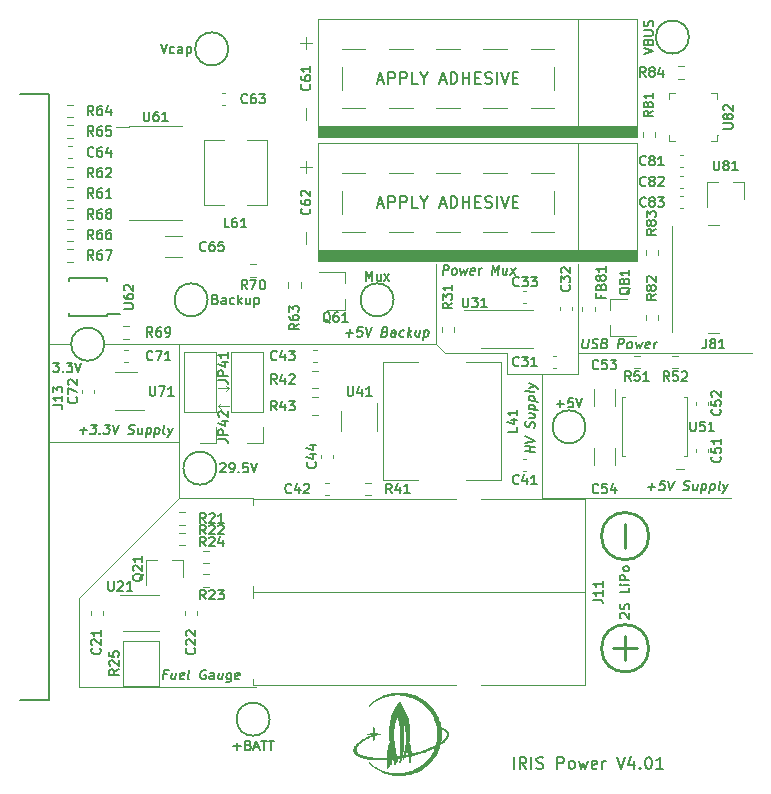
<source format=gbr>
G04 #@! TF.GenerationSoftware,KiCad,Pcbnew,(5.1.8)-1*
G04 #@! TF.CreationDate,2020-12-13T00:02:07-08:00*
G04 #@! TF.ProjectId,IRIS-power,49524953-2d70-46f7-9765-722e6b696361,rev?*
G04 #@! TF.SameCoordinates,Original*
G04 #@! TF.FileFunction,Legend,Top*
G04 #@! TF.FilePolarity,Positive*
%FSLAX46Y46*%
G04 Gerber Fmt 4.6, Leading zero omitted, Abs format (unit mm)*
G04 Created by KiCad (PCBNEW (5.1.8)-1) date 2020-12-13 00:02:07*
%MOMM*%
%LPD*%
G01*
G04 APERTURE LIST*
%ADD10C,0.120000*%
%ADD11C,0.150000*%
%ADD12C,0.250000*%
%ADD13C,0.200000*%
%ADD14C,0.010000*%
%ADD15C,0.100000*%
%ADD16C,0.153000*%
G04 APERTURE END LIST*
D10*
X44500000Y2000000D02*
X44500000Y-8500000D01*
X47500000Y2000000D02*
X47500000Y2500000D01*
X41500000Y2000000D02*
X47500000Y2000000D01*
X41500000Y2250000D02*
X41500000Y2000000D01*
X41500000Y3750000D02*
X41500000Y2250000D01*
D11*
X42092976Y-31452380D02*
X42092976Y-30452380D01*
X43140595Y-31452380D02*
X42807261Y-30976190D01*
X42569166Y-31452380D02*
X42569166Y-30452380D01*
X42950119Y-30452380D01*
X43045357Y-30500000D01*
X43092976Y-30547619D01*
X43140595Y-30642857D01*
X43140595Y-30785714D01*
X43092976Y-30880952D01*
X43045357Y-30928571D01*
X42950119Y-30976190D01*
X42569166Y-30976190D01*
X43569166Y-31452380D02*
X43569166Y-30452380D01*
X43997738Y-31404761D02*
X44140595Y-31452380D01*
X44378690Y-31452380D01*
X44473928Y-31404761D01*
X44521547Y-31357142D01*
X44569166Y-31261904D01*
X44569166Y-31166666D01*
X44521547Y-31071428D01*
X44473928Y-31023809D01*
X44378690Y-30976190D01*
X44188214Y-30928571D01*
X44092976Y-30880952D01*
X44045357Y-30833333D01*
X43997738Y-30738095D01*
X43997738Y-30642857D01*
X44045357Y-30547619D01*
X44092976Y-30500000D01*
X44188214Y-30452380D01*
X44426309Y-30452380D01*
X44569166Y-30500000D01*
X45759642Y-31452380D02*
X45759642Y-30452380D01*
X46140595Y-30452380D01*
X46235833Y-30500000D01*
X46283452Y-30547619D01*
X46331071Y-30642857D01*
X46331071Y-30785714D01*
X46283452Y-30880952D01*
X46235833Y-30928571D01*
X46140595Y-30976190D01*
X45759642Y-30976190D01*
X46902500Y-31452380D02*
X46807261Y-31404761D01*
X46759642Y-31357142D01*
X46712023Y-31261904D01*
X46712023Y-30976190D01*
X46759642Y-30880952D01*
X46807261Y-30833333D01*
X46902500Y-30785714D01*
X47045357Y-30785714D01*
X47140595Y-30833333D01*
X47188214Y-30880952D01*
X47235833Y-30976190D01*
X47235833Y-31261904D01*
X47188214Y-31357142D01*
X47140595Y-31404761D01*
X47045357Y-31452380D01*
X46902500Y-31452380D01*
X47569166Y-30785714D02*
X47759642Y-31452380D01*
X47950119Y-30976190D01*
X48140595Y-31452380D01*
X48331071Y-30785714D01*
X49092976Y-31404761D02*
X48997738Y-31452380D01*
X48807261Y-31452380D01*
X48712023Y-31404761D01*
X48664404Y-31309523D01*
X48664404Y-30928571D01*
X48712023Y-30833333D01*
X48807261Y-30785714D01*
X48997738Y-30785714D01*
X49092976Y-30833333D01*
X49140595Y-30928571D01*
X49140595Y-31023809D01*
X48664404Y-31119047D01*
X49569166Y-31452380D02*
X49569166Y-30785714D01*
X49569166Y-30976190D02*
X49616785Y-30880952D01*
X49664404Y-30833333D01*
X49759642Y-30785714D01*
X49854880Y-30785714D01*
X50807261Y-30452380D02*
X51140595Y-31452380D01*
X51473928Y-30452380D01*
X52235833Y-30785714D02*
X52235833Y-31452380D01*
X51997738Y-30404761D02*
X51759642Y-31119047D01*
X52378690Y-31119047D01*
X52759642Y-31357142D02*
X52807261Y-31404761D01*
X52759642Y-31452380D01*
X52712023Y-31404761D01*
X52759642Y-31357142D01*
X52759642Y-31452380D01*
X53426309Y-30452380D02*
X53521547Y-30452380D01*
X53616785Y-30500000D01*
X53664404Y-30547619D01*
X53712023Y-30642857D01*
X53759642Y-30833333D01*
X53759642Y-31071428D01*
X53712023Y-31261904D01*
X53664404Y-31357142D01*
X53616785Y-31404761D01*
X53521547Y-31452380D01*
X53426309Y-31452380D01*
X53331071Y-31404761D01*
X53283452Y-31357142D01*
X53235833Y-31261904D01*
X53188214Y-31071428D01*
X53188214Y-30833333D01*
X53235833Y-30642857D01*
X53283452Y-30547619D01*
X53331071Y-30500000D01*
X53426309Y-30452380D01*
X54712023Y-31452380D02*
X54140595Y-31452380D01*
X54426309Y-31452380D02*
X54426309Y-30452380D01*
X54331071Y-30595238D01*
X54235833Y-30690476D01*
X54140595Y-30738095D01*
D10*
X36250000Y3750000D02*
X41500000Y3750000D01*
X35500000Y4500000D02*
X36250000Y3750000D01*
D11*
X47970982Y4938095D02*
X47890029Y4290476D01*
X47918601Y4214285D01*
X47951934Y4176190D01*
X48023363Y4138095D01*
X48175744Y4138095D01*
X48256696Y4176190D01*
X48299553Y4214285D01*
X48347172Y4290476D01*
X48428125Y4938095D01*
X48675744Y4176190D02*
X48785267Y4138095D01*
X48975744Y4138095D01*
X49056696Y4176190D01*
X49099553Y4214285D01*
X49147172Y4290476D01*
X49156696Y4366666D01*
X49128125Y4442857D01*
X49094791Y4480952D01*
X49023363Y4519047D01*
X48875744Y4557142D01*
X48804315Y4595238D01*
X48770982Y4633333D01*
X48742410Y4709523D01*
X48751934Y4785714D01*
X48799553Y4861904D01*
X48842410Y4900000D01*
X48923363Y4938095D01*
X49113839Y4938095D01*
X49223363Y4900000D01*
X49790029Y4557142D02*
X49899553Y4519047D01*
X49932886Y4480952D01*
X49961458Y4404761D01*
X49947172Y4290476D01*
X49899553Y4214285D01*
X49856696Y4176190D01*
X49775744Y4138095D01*
X49470982Y4138095D01*
X49570982Y4938095D01*
X49837648Y4938095D01*
X49909077Y4900000D01*
X49942410Y4861904D01*
X49970982Y4785714D01*
X49961458Y4709523D01*
X49913839Y4633333D01*
X49870982Y4595238D01*
X49790029Y4557142D01*
X49523363Y4557142D01*
X50880505Y4138095D02*
X50980505Y4938095D01*
X51285267Y4938095D01*
X51356696Y4900000D01*
X51390029Y4861904D01*
X51418601Y4785714D01*
X51404315Y4671428D01*
X51356696Y4595238D01*
X51313839Y4557142D01*
X51232886Y4519047D01*
X50928125Y4519047D01*
X51794791Y4138095D02*
X51723363Y4176190D01*
X51690029Y4214285D01*
X51661458Y4290476D01*
X51690029Y4519047D01*
X51737648Y4595238D01*
X51780505Y4633333D01*
X51861458Y4671428D01*
X51975744Y4671428D01*
X52047172Y4633333D01*
X52080505Y4595238D01*
X52109077Y4519047D01*
X52080505Y4290476D01*
X52032886Y4214285D01*
X51990029Y4176190D01*
X51909077Y4138095D01*
X51794791Y4138095D01*
X52394791Y4671428D02*
X52480505Y4138095D01*
X52680505Y4519047D01*
X52785267Y4138095D01*
X53004315Y4671428D01*
X53551934Y4176190D02*
X53470982Y4138095D01*
X53318601Y4138095D01*
X53247172Y4176190D01*
X53218601Y4252380D01*
X53256696Y4557142D01*
X53304315Y4633333D01*
X53385267Y4671428D01*
X53537648Y4671428D01*
X53609077Y4633333D01*
X53637648Y4557142D01*
X53628125Y4480952D01*
X53237648Y4404761D01*
X53928125Y4138095D02*
X53994791Y4671428D01*
X53975744Y4519047D02*
X54023363Y4595238D01*
X54066220Y4633333D01*
X54147172Y4671428D01*
X54223363Y4671428D01*
D10*
X44500000Y-8500000D02*
X48500000Y-8500000D01*
X47500000Y3750000D02*
X62250000Y3750000D01*
X47500000Y2500000D02*
X47500000Y11250000D01*
X18000000Y750000D02*
X17000000Y750000D01*
X17750000Y1000000D02*
X18000000Y750000D01*
X17750000Y500000D02*
X18000000Y750000D01*
X17000000Y-750000D02*
X18000000Y-750000D01*
X17250000Y-1000000D02*
X17000000Y-750000D01*
X17000000Y-750000D02*
X17250000Y-1000000D01*
X17000000Y-750000D02*
X17250000Y-500000D01*
X5250000Y-24500000D02*
X5250000Y-17000000D01*
X4600000Y4500000D02*
X2750000Y4500000D01*
X13750000Y-3750000D02*
X2750000Y-3750000D01*
X5250000Y-17000000D02*
X13750000Y-8500000D01*
X35500000Y4500000D02*
X35500000Y11250000D01*
X13750000Y4500000D02*
X35500000Y4500000D01*
X7400000Y4500000D02*
X13750000Y4500000D01*
X13750000Y4500000D02*
X13750000Y-8500000D01*
D12*
X53500000Y-11750000D02*
G75*
G03*
X53500000Y-11750000I-2000000J0D01*
G01*
X53500000Y-21250000D02*
G75*
G03*
X53500000Y-21250000I-2000000J0D01*
G01*
D11*
X51138095Y-18690476D02*
X51100000Y-18652380D01*
X51061904Y-18576190D01*
X51061904Y-18385714D01*
X51100000Y-18309523D01*
X51138095Y-18271428D01*
X51214285Y-18233333D01*
X51290476Y-18233333D01*
X51404761Y-18271428D01*
X51861904Y-18728571D01*
X51861904Y-18233333D01*
X51823809Y-17928571D02*
X51861904Y-17814285D01*
X51861904Y-17623809D01*
X51823809Y-17547619D01*
X51785714Y-17509523D01*
X51709523Y-17471428D01*
X51633333Y-17471428D01*
X51557142Y-17509523D01*
X51519047Y-17547619D01*
X51480952Y-17623809D01*
X51442857Y-17776190D01*
X51404761Y-17852380D01*
X51366666Y-17890476D01*
X51290476Y-17928571D01*
X51214285Y-17928571D01*
X51138095Y-17890476D01*
X51100000Y-17852380D01*
X51061904Y-17776190D01*
X51061904Y-17585714D01*
X51100000Y-17471428D01*
X51861904Y-16138095D02*
X51861904Y-16519047D01*
X51061904Y-16519047D01*
X51861904Y-15871428D02*
X51328571Y-15871428D01*
X51061904Y-15871428D02*
X51100000Y-15909523D01*
X51138095Y-15871428D01*
X51100000Y-15833333D01*
X51061904Y-15871428D01*
X51138095Y-15871428D01*
X51861904Y-15490476D02*
X51061904Y-15490476D01*
X51061904Y-15185714D01*
X51100000Y-15109523D01*
X51138095Y-15071428D01*
X51214285Y-15033333D01*
X51328571Y-15033333D01*
X51404761Y-15071428D01*
X51442857Y-15109523D01*
X51480952Y-15185714D01*
X51480952Y-15490476D01*
X51861904Y-14576190D02*
X51823809Y-14652380D01*
X51785714Y-14690476D01*
X51709523Y-14728571D01*
X51480952Y-14728571D01*
X51404761Y-14690476D01*
X51366666Y-14652380D01*
X51328571Y-14576190D01*
X51328571Y-14461904D01*
X51366666Y-14385714D01*
X51404761Y-14347619D01*
X51480952Y-14309523D01*
X51709523Y-14309523D01*
X51785714Y-14347619D01*
X51823809Y-14385714D01*
X51861904Y-14461904D01*
X51861904Y-14576190D01*
D12*
X51500000Y-10750000D02*
X51500000Y-12750000D01*
X51500000Y-20250000D02*
X51500000Y-22250000D01*
X50500000Y-21250000D02*
X52500000Y-21250000D01*
D11*
X5309077Y-2807142D02*
X5918601Y-2807142D01*
X5575744Y-3111904D02*
X5651934Y-2502380D01*
X6285267Y-2311904D02*
X6780505Y-2311904D01*
X6475744Y-2616666D01*
X6590029Y-2616666D01*
X6661458Y-2654761D01*
X6694791Y-2692857D01*
X6723363Y-2769047D01*
X6699553Y-2959523D01*
X6651934Y-3035714D01*
X6609077Y-3073809D01*
X6528125Y-3111904D01*
X6299553Y-3111904D01*
X6228125Y-3073809D01*
X6194791Y-3035714D01*
X7032886Y-3035714D02*
X7066220Y-3073809D01*
X7023363Y-3111904D01*
X6990029Y-3073809D01*
X7032886Y-3035714D01*
X7023363Y-3111904D01*
X7428125Y-2311904D02*
X7923363Y-2311904D01*
X7618601Y-2616666D01*
X7732886Y-2616666D01*
X7804315Y-2654761D01*
X7837648Y-2692857D01*
X7866220Y-2769047D01*
X7842410Y-2959523D01*
X7794791Y-3035714D01*
X7751934Y-3073809D01*
X7670982Y-3111904D01*
X7442410Y-3111904D01*
X7370982Y-3073809D01*
X7337648Y-3035714D01*
X8151934Y-2311904D02*
X8318601Y-3111904D01*
X8685267Y-2311904D01*
X9428125Y-3073809D02*
X9537648Y-3111904D01*
X9728125Y-3111904D01*
X9809077Y-3073809D01*
X9851934Y-3035714D01*
X9899553Y-2959523D01*
X9909077Y-2883333D01*
X9880505Y-2807142D01*
X9847172Y-2769047D01*
X9775744Y-2730952D01*
X9628125Y-2692857D01*
X9556696Y-2654761D01*
X9523363Y-2616666D01*
X9494791Y-2540476D01*
X9504315Y-2464285D01*
X9551934Y-2388095D01*
X9594791Y-2350000D01*
X9675744Y-2311904D01*
X9866220Y-2311904D01*
X9975744Y-2350000D01*
X10632886Y-2578571D02*
X10566220Y-3111904D01*
X10290029Y-2578571D02*
X10237648Y-2997619D01*
X10266220Y-3073809D01*
X10337648Y-3111904D01*
X10451934Y-3111904D01*
X10532886Y-3073809D01*
X10575744Y-3035714D01*
X11013839Y-2578571D02*
X10913839Y-3378571D01*
X11009077Y-2616666D02*
X11090029Y-2578571D01*
X11242410Y-2578571D01*
X11313839Y-2616666D01*
X11347172Y-2654761D01*
X11375744Y-2730952D01*
X11347172Y-2959523D01*
X11299553Y-3035714D01*
X11256696Y-3073809D01*
X11175744Y-3111904D01*
X11023363Y-3111904D01*
X10951934Y-3073809D01*
X11737648Y-2578571D02*
X11637648Y-3378571D01*
X11732886Y-2616666D02*
X11813839Y-2578571D01*
X11966220Y-2578571D01*
X12037648Y-2616666D01*
X12070982Y-2654761D01*
X12099553Y-2730952D01*
X12070982Y-2959523D01*
X12023363Y-3035714D01*
X11980505Y-3073809D01*
X11899553Y-3111904D01*
X11747172Y-3111904D01*
X11675744Y-3073809D01*
X12509077Y-3111904D02*
X12437648Y-3073809D01*
X12409077Y-2997619D01*
X12494791Y-2311904D01*
X12804315Y-2578571D02*
X12928125Y-3111904D01*
X13185267Y-2578571D02*
X12928125Y-3111904D01*
X12828125Y-3302380D01*
X12785267Y-3340476D01*
X12704315Y-3378571D01*
X27859077Y5442857D02*
X28468601Y5442857D01*
X28125744Y5138095D02*
X28201934Y5747619D01*
X29292410Y5938095D02*
X28911458Y5938095D01*
X28825744Y5557142D01*
X28868601Y5595238D01*
X28949553Y5633333D01*
X29140029Y5633333D01*
X29211458Y5595238D01*
X29244791Y5557142D01*
X29273363Y5480952D01*
X29249553Y5290476D01*
X29201934Y5214285D01*
X29159077Y5176190D01*
X29078125Y5138095D01*
X28887648Y5138095D01*
X28816220Y5176190D01*
X28782886Y5214285D01*
X29559077Y5938095D02*
X29725744Y5138095D01*
X30092410Y5938095D01*
X31187648Y5557142D02*
X31297172Y5519047D01*
X31330505Y5480952D01*
X31359077Y5404761D01*
X31344791Y5290476D01*
X31297172Y5214285D01*
X31254315Y5176190D01*
X31173363Y5138095D01*
X30868601Y5138095D01*
X30968601Y5938095D01*
X31235267Y5938095D01*
X31306696Y5900000D01*
X31340029Y5861904D01*
X31368601Y5785714D01*
X31359077Y5709523D01*
X31311458Y5633333D01*
X31268601Y5595238D01*
X31187648Y5557142D01*
X30920982Y5557142D01*
X32011458Y5138095D02*
X32063839Y5557142D01*
X32035267Y5633333D01*
X31963839Y5671428D01*
X31811458Y5671428D01*
X31730505Y5633333D01*
X32016220Y5176190D02*
X31935267Y5138095D01*
X31744791Y5138095D01*
X31673363Y5176190D01*
X31644791Y5252380D01*
X31654315Y5328571D01*
X31701934Y5404761D01*
X31782886Y5442857D01*
X31973363Y5442857D01*
X32054315Y5480952D01*
X32740029Y5176190D02*
X32659077Y5138095D01*
X32506696Y5138095D01*
X32435267Y5176190D01*
X32401934Y5214285D01*
X32373363Y5290476D01*
X32401934Y5519047D01*
X32449553Y5595238D01*
X32492410Y5633333D01*
X32573363Y5671428D01*
X32725744Y5671428D01*
X32797172Y5633333D01*
X33078125Y5138095D02*
X33178125Y5938095D01*
X33192410Y5442857D02*
X33382886Y5138095D01*
X33449553Y5671428D02*
X33106696Y5366666D01*
X34135267Y5671428D02*
X34068601Y5138095D01*
X33792410Y5671428D02*
X33740029Y5252380D01*
X33768601Y5176190D01*
X33840029Y5138095D01*
X33954315Y5138095D01*
X34035267Y5176190D01*
X34078125Y5214285D01*
X34516220Y5671428D02*
X34416220Y4871428D01*
X34511458Y5633333D02*
X34592410Y5671428D01*
X34744791Y5671428D01*
X34816220Y5633333D01*
X34849553Y5595238D01*
X34878125Y5519047D01*
X34849553Y5290476D01*
X34801934Y5214285D01*
X34759077Y5176190D01*
X34678125Y5138095D01*
X34525744Y5138095D01*
X34454315Y5176190D01*
D10*
X20250000Y-24500000D02*
X5250000Y-24500000D01*
D11*
X12711458Y-23442857D02*
X12444791Y-23442857D01*
X12392410Y-23861904D02*
X12492410Y-23061904D01*
X12873363Y-23061904D01*
X13487648Y-23328571D02*
X13420982Y-23861904D01*
X13144791Y-23328571D02*
X13092410Y-23747619D01*
X13120982Y-23823809D01*
X13192410Y-23861904D01*
X13306696Y-23861904D01*
X13387648Y-23823809D01*
X13430505Y-23785714D01*
X14111458Y-23823809D02*
X14030505Y-23861904D01*
X13878124Y-23861904D01*
X13806696Y-23823809D01*
X13778124Y-23747619D01*
X13816220Y-23442857D01*
X13863839Y-23366666D01*
X13944791Y-23328571D01*
X14097172Y-23328571D01*
X14168601Y-23366666D01*
X14197172Y-23442857D01*
X14187648Y-23519047D01*
X13797172Y-23595238D01*
X14601934Y-23861904D02*
X14530505Y-23823809D01*
X14501934Y-23747619D01*
X14587648Y-23061904D01*
X16030505Y-23100000D02*
X15959077Y-23061904D01*
X15844791Y-23061904D01*
X15725744Y-23100000D01*
X15640029Y-23176190D01*
X15592410Y-23252380D01*
X15535267Y-23404761D01*
X15520982Y-23519047D01*
X15540029Y-23671428D01*
X15568601Y-23747619D01*
X15635267Y-23823809D01*
X15744791Y-23861904D01*
X15820982Y-23861904D01*
X15940029Y-23823809D01*
X15982886Y-23785714D01*
X16016220Y-23519047D01*
X15863839Y-23519047D01*
X16659077Y-23861904D02*
X16711458Y-23442857D01*
X16682886Y-23366666D01*
X16611458Y-23328571D01*
X16459077Y-23328571D01*
X16378124Y-23366666D01*
X16663839Y-23823809D02*
X16582886Y-23861904D01*
X16392410Y-23861904D01*
X16320982Y-23823809D01*
X16292410Y-23747619D01*
X16301934Y-23671428D01*
X16349553Y-23595238D01*
X16430505Y-23557142D01*
X16620982Y-23557142D01*
X16701934Y-23519047D01*
X17449553Y-23328571D02*
X17382886Y-23861904D01*
X17106696Y-23328571D02*
X17054315Y-23747619D01*
X17082886Y-23823809D01*
X17154315Y-23861904D01*
X17268601Y-23861904D01*
X17349553Y-23823809D01*
X17392410Y-23785714D01*
X18173363Y-23328571D02*
X18092410Y-23976190D01*
X18044791Y-24052380D01*
X18001934Y-24090476D01*
X17920982Y-24128571D01*
X17806696Y-24128571D01*
X17735267Y-24090476D01*
X18111458Y-23823809D02*
X18030505Y-23861904D01*
X17878124Y-23861904D01*
X17806696Y-23823809D01*
X17773363Y-23785714D01*
X17744791Y-23709523D01*
X17773363Y-23480952D01*
X17820982Y-23404761D01*
X17863839Y-23366666D01*
X17944791Y-23328571D01*
X18097172Y-23328571D01*
X18168601Y-23366666D01*
X18797172Y-23823809D02*
X18716220Y-23861904D01*
X18563839Y-23861904D01*
X18492410Y-23823809D01*
X18463839Y-23747619D01*
X18501934Y-23442857D01*
X18549553Y-23366666D01*
X18630505Y-23328571D01*
X18782886Y-23328571D01*
X18854315Y-23366666D01*
X18882886Y-23442857D01*
X18873363Y-23519047D01*
X18482886Y-23595238D01*
D10*
X16000000Y-8500000D02*
X13750000Y-8500000D01*
D11*
X53451934Y-7557142D02*
X54061458Y-7557142D01*
X53718601Y-7861904D02*
X53794791Y-7252380D01*
X54885267Y-7061904D02*
X54504315Y-7061904D01*
X54418601Y-7442857D01*
X54461458Y-7404761D01*
X54542410Y-7366666D01*
X54732886Y-7366666D01*
X54804315Y-7404761D01*
X54837648Y-7442857D01*
X54866220Y-7519047D01*
X54842410Y-7709523D01*
X54794791Y-7785714D01*
X54751934Y-7823809D01*
X54670982Y-7861904D01*
X54480505Y-7861904D01*
X54409077Y-7823809D01*
X54375744Y-7785714D01*
X55151934Y-7061904D02*
X55318601Y-7861904D01*
X55685267Y-7061904D01*
X56428125Y-7823809D02*
X56537648Y-7861904D01*
X56728125Y-7861904D01*
X56809077Y-7823809D01*
X56851934Y-7785714D01*
X56899553Y-7709523D01*
X56909077Y-7633333D01*
X56880505Y-7557142D01*
X56847172Y-7519047D01*
X56775744Y-7480952D01*
X56628125Y-7442857D01*
X56556696Y-7404761D01*
X56523363Y-7366666D01*
X56494791Y-7290476D01*
X56504315Y-7214285D01*
X56551934Y-7138095D01*
X56594791Y-7100000D01*
X56675744Y-7061904D01*
X56866220Y-7061904D01*
X56975744Y-7100000D01*
X57632886Y-7328571D02*
X57566220Y-7861904D01*
X57290029Y-7328571D02*
X57237648Y-7747619D01*
X57266220Y-7823809D01*
X57337648Y-7861904D01*
X57451934Y-7861904D01*
X57532886Y-7823809D01*
X57575744Y-7785714D01*
X58013839Y-7328571D02*
X57913839Y-8128571D01*
X58009077Y-7366666D02*
X58090029Y-7328571D01*
X58242410Y-7328571D01*
X58313839Y-7366666D01*
X58347172Y-7404761D01*
X58375744Y-7480952D01*
X58347172Y-7709523D01*
X58299553Y-7785714D01*
X58256696Y-7823809D01*
X58175744Y-7861904D01*
X58023363Y-7861904D01*
X57951934Y-7823809D01*
X58737648Y-7328571D02*
X58637648Y-8128571D01*
X58732886Y-7366666D02*
X58813839Y-7328571D01*
X58966220Y-7328571D01*
X59037648Y-7366666D01*
X59070982Y-7404761D01*
X59099553Y-7480952D01*
X59070982Y-7709523D01*
X59023363Y-7785714D01*
X58980505Y-7823809D01*
X58899553Y-7861904D01*
X58747172Y-7861904D01*
X58675744Y-7823809D01*
X59509077Y-7861904D02*
X59437648Y-7823809D01*
X59409077Y-7747619D01*
X59494791Y-7061904D01*
X59804315Y-7328571D02*
X59928124Y-7861904D01*
X60185267Y-7328571D02*
X59928124Y-7861904D01*
X59828124Y-8052380D01*
X59785267Y-8090476D01*
X59704315Y-8128571D01*
X36042738Y10388095D02*
X36142738Y11188095D01*
X36447500Y11188095D01*
X36518928Y11150000D01*
X36552261Y11111904D01*
X36580833Y11035714D01*
X36566547Y10921428D01*
X36518928Y10845238D01*
X36476071Y10807142D01*
X36395119Y10769047D01*
X36090357Y10769047D01*
X36957023Y10388095D02*
X36885595Y10426190D01*
X36852261Y10464285D01*
X36823690Y10540476D01*
X36852261Y10769047D01*
X36899880Y10845238D01*
X36942738Y10883333D01*
X37023690Y10921428D01*
X37137976Y10921428D01*
X37209404Y10883333D01*
X37242738Y10845238D01*
X37271309Y10769047D01*
X37242738Y10540476D01*
X37195119Y10464285D01*
X37152261Y10426190D01*
X37071309Y10388095D01*
X36957023Y10388095D01*
X37557023Y10921428D02*
X37642738Y10388095D01*
X37842738Y10769047D01*
X37947500Y10388095D01*
X38166547Y10921428D01*
X38714166Y10426190D02*
X38633214Y10388095D01*
X38480833Y10388095D01*
X38409404Y10426190D01*
X38380833Y10502380D01*
X38418928Y10807142D01*
X38466547Y10883333D01*
X38547500Y10921428D01*
X38699880Y10921428D01*
X38771309Y10883333D01*
X38799880Y10807142D01*
X38790357Y10730952D01*
X38399880Y10654761D01*
X39090357Y10388095D02*
X39157023Y10921428D01*
X39137976Y10769047D02*
X39185595Y10845238D01*
X39228452Y10883333D01*
X39309404Y10921428D01*
X39385595Y10921428D01*
X40195119Y10388095D02*
X40295119Y11188095D01*
X40490357Y10616666D01*
X40828452Y11188095D01*
X40728452Y10388095D01*
X41518928Y10921428D02*
X41452261Y10388095D01*
X41176071Y10921428D02*
X41123690Y10502380D01*
X41152261Y10426190D01*
X41223690Y10388095D01*
X41337976Y10388095D01*
X41418928Y10426190D01*
X41461785Y10464285D01*
X41757023Y10388095D02*
X42242738Y10921428D01*
X41823690Y10921428D02*
X42176071Y10388095D01*
D10*
X50250000Y-8500000D02*
X60500000Y-8500000D01*
D11*
X43861904Y-4671875D02*
X43061904Y-4571875D01*
X43442857Y-4619494D02*
X43442857Y-4162351D01*
X43861904Y-4214732D02*
X43061904Y-4114732D01*
X43061904Y-3848065D02*
X43861904Y-3681398D01*
X43061904Y-3314732D01*
X43823809Y-2571875D02*
X43861904Y-2462351D01*
X43861904Y-2271875D01*
X43823809Y-2190922D01*
X43785714Y-2148065D01*
X43709523Y-2100446D01*
X43633333Y-2090922D01*
X43557142Y-2119494D01*
X43519047Y-2152827D01*
X43480952Y-2224255D01*
X43442857Y-2371875D01*
X43404761Y-2443303D01*
X43366666Y-2476636D01*
X43290476Y-2505208D01*
X43214285Y-2495684D01*
X43138095Y-2448065D01*
X43100000Y-2405208D01*
X43061904Y-2324255D01*
X43061904Y-2133779D01*
X43100000Y-2024255D01*
X43328571Y-1367113D02*
X43861904Y-1433779D01*
X43328571Y-1709970D02*
X43747619Y-1762351D01*
X43823809Y-1733779D01*
X43861904Y-1662351D01*
X43861904Y-1548065D01*
X43823809Y-1467113D01*
X43785714Y-1424255D01*
X43328571Y-986160D02*
X44128571Y-1086160D01*
X43366666Y-990922D02*
X43328571Y-909970D01*
X43328571Y-757589D01*
X43366666Y-686160D01*
X43404761Y-652827D01*
X43480952Y-624255D01*
X43709523Y-652827D01*
X43785714Y-700446D01*
X43823809Y-743303D01*
X43861904Y-824255D01*
X43861904Y-976636D01*
X43823809Y-1048065D01*
X43328571Y-262351D02*
X44128571Y-362351D01*
X43366666Y-267113D02*
X43328571Y-186160D01*
X43328571Y-33779D01*
X43366666Y37648D01*
X43404761Y70982D01*
X43480952Y99553D01*
X43709523Y70982D01*
X43785714Y23363D01*
X43823809Y-19494D01*
X43861904Y-100446D01*
X43861904Y-252827D01*
X43823809Y-324255D01*
X43861904Y509077D02*
X43823809Y437648D01*
X43747619Y409077D01*
X43061904Y494791D01*
X43328571Y804315D02*
X43861904Y928125D01*
X43328571Y1185267D02*
X43861904Y928125D01*
X44052380Y828125D01*
X44090476Y785267D01*
X44128571Y704315D01*
D10*
X15750000Y-8500000D02*
X20000000Y-8500000D01*
X50250000Y-8500000D02*
X48500000Y-8500000D01*
X8950000Y-19800000D02*
X12050000Y-19800000D01*
X8700000Y-16700000D02*
X12050000Y-16700000D01*
D13*
X2706000Y-25654000D02*
X2706000Y25654000D01*
X2706000Y25654000D02*
X230000Y25654000D01*
X230000Y-25654000D02*
X2706000Y-25654000D01*
D10*
X58550000Y5405000D02*
X59450000Y5405000D01*
X58550000Y14595000D02*
X59450000Y14595000D01*
X55470000Y5525000D02*
X55470000Y14475000D01*
X48130000Y-24374000D02*
X39304000Y-24374000D01*
X48130000Y-8626000D02*
X39304000Y-8626000D01*
X20000000Y-16500000D02*
X48130000Y-16500000D01*
X48130000Y-16500000D02*
X48130000Y-8626000D01*
X48130000Y-16500000D02*
X48130000Y-24374000D01*
X37145000Y-8626000D02*
X20000000Y-8626000D01*
X37145000Y-24374000D02*
X20000000Y-24374000D01*
X20000000Y-24374000D02*
X20000000Y-23866000D01*
X20000000Y-8626000D02*
X20000000Y-9134000D01*
X20000000Y-16500000D02*
X20000000Y-15992000D01*
X20000000Y-16500000D02*
X20000000Y-17008000D01*
X59280000Y22210000D02*
X59355000Y22210000D01*
X59280000Y22210000D02*
X59280000Y21720000D01*
X59280000Y21720000D02*
X58790000Y21720000D01*
X59280000Y25290000D02*
X59280000Y25780000D01*
X59280000Y25780000D02*
X58790000Y25780000D01*
X55220000Y25290000D02*
X55220000Y25780000D01*
X55220000Y25780000D02*
X55710000Y25780000D01*
X55220000Y22210000D02*
X55220000Y21720000D01*
X55220000Y21720000D02*
X55710000Y21720000D01*
X56450000Y-6050000D02*
X55850000Y-6050000D01*
X56750000Y-5000000D02*
X56500000Y-5000000D01*
X56750000Y0D02*
X56750000Y-5000000D01*
X56500000Y0D02*
X56750000Y0D01*
X51250000Y0D02*
X51500000Y0D01*
X51250000Y-5000000D02*
X51250000Y0D01*
X51500000Y-5000000D02*
X51250000Y-5000000D01*
D14*
G36*
X32417945Y-25026599D02*
G01*
X32464144Y-25026783D01*
X32504384Y-25027162D01*
X32539918Y-25027795D01*
X32572000Y-25028740D01*
X32601882Y-25030057D01*
X32630820Y-25031805D01*
X32660065Y-25034041D01*
X32690872Y-25036826D01*
X32724494Y-25040219D01*
X32762185Y-25044277D01*
X32777283Y-25045945D01*
X32948470Y-25069162D01*
X33117771Y-25100540D01*
X33284907Y-25139943D01*
X33449596Y-25187236D01*
X33611559Y-25242282D01*
X33770517Y-25304946D01*
X33926189Y-25375092D01*
X34078295Y-25452584D01*
X34226556Y-25537286D01*
X34370692Y-25629063D01*
X34510423Y-25727778D01*
X34645468Y-25833296D01*
X34775548Y-25945480D01*
X34900383Y-26064195D01*
X34923619Y-26087614D01*
X35037388Y-26208377D01*
X35143350Y-26331379D01*
X35242028Y-26457354D01*
X35333948Y-26587037D01*
X35419633Y-26721164D01*
X35499608Y-26860469D01*
X35565016Y-26986583D01*
X35634375Y-27135728D01*
X35696550Y-27287958D01*
X35751269Y-27442469D01*
X35798259Y-27598454D01*
X35837249Y-27755108D01*
X35857501Y-27853347D01*
X35871741Y-27928478D01*
X35899312Y-27937468D01*
X35931563Y-27948706D01*
X35968776Y-27962861D01*
X36008427Y-27978896D01*
X36047992Y-27995774D01*
X36084946Y-28012458D01*
X36104683Y-28021878D01*
X36165087Y-28052993D01*
X36218574Y-28084005D01*
X36266621Y-28115923D01*
X36310704Y-28149753D01*
X36352301Y-28186504D01*
X36367795Y-28201477D01*
X36407983Y-28244304D01*
X36440862Y-28286459D01*
X36467318Y-28329397D01*
X36488239Y-28374569D01*
X36504510Y-28423430D01*
X36505570Y-28427291D01*
X36510581Y-28452742D01*
X36513831Y-28483912D01*
X36515295Y-28518235D01*
X36514949Y-28553142D01*
X36512770Y-28586067D01*
X36508731Y-28614442D01*
X36507399Y-28620650D01*
X36488206Y-28685747D01*
X36461011Y-28750968D01*
X36425769Y-28816363D01*
X36382436Y-28881982D01*
X36330966Y-28947877D01*
X36271314Y-29014099D01*
X36203435Y-29080697D01*
X36127283Y-29147724D01*
X36042815Y-29215229D01*
X35949984Y-29283263D01*
X35869165Y-29338439D01*
X35804781Y-29381109D01*
X35782500Y-29458079D01*
X35732626Y-29615347D01*
X35674648Y-29770821D01*
X35608840Y-29923939D01*
X35535475Y-30074139D01*
X35454826Y-30220858D01*
X35367165Y-30363535D01*
X35281300Y-30489710D01*
X35177862Y-30627353D01*
X35068022Y-30759541D01*
X34952011Y-30886077D01*
X34830062Y-31006764D01*
X34702409Y-31121405D01*
X34569283Y-31229804D01*
X34430918Y-31331763D01*
X34287545Y-31427085D01*
X34139399Y-31515574D01*
X33986711Y-31597033D01*
X33952033Y-31614236D01*
X33796024Y-31685895D01*
X33636496Y-31749986D01*
X33473902Y-31806406D01*
X33308693Y-31855050D01*
X33141321Y-31895818D01*
X32972240Y-31928605D01*
X32801900Y-31953309D01*
X32630755Y-31969827D01*
X32459257Y-31978056D01*
X32349716Y-31978926D01*
X32319941Y-31978652D01*
X32291290Y-31978309D01*
X32265435Y-31977925D01*
X32244047Y-31977524D01*
X32228795Y-31977133D01*
X32224833Y-31976988D01*
X32045939Y-31965280D01*
X31869985Y-31945635D01*
X31696933Y-31918042D01*
X31526747Y-31882492D01*
X31359391Y-31838974D01*
X31194829Y-31787477D01*
X31033025Y-31727991D01*
X30873941Y-31660505D01*
X30717541Y-31585010D01*
X30565691Y-31502585D01*
X30420769Y-31414849D01*
X30280778Y-31320616D01*
X30145298Y-31219569D01*
X30013913Y-31111390D01*
X29886203Y-30995762D01*
X29844616Y-30955742D01*
X29822743Y-30934138D01*
X29805223Y-30916357D01*
X29792257Y-30902680D01*
X29784050Y-30893388D01*
X29780803Y-30888759D01*
X29782721Y-30889074D01*
X29790006Y-30894614D01*
X29802860Y-30905657D01*
X29818558Y-30919800D01*
X29926754Y-31015653D01*
X30033788Y-31104156D01*
X30140801Y-31186110D01*
X30248934Y-31262312D01*
X30359327Y-31333561D01*
X30473122Y-31400655D01*
X30591458Y-31464394D01*
X30609817Y-31473789D01*
X30753797Y-31543061D01*
X30898936Y-31604978D01*
X31045872Y-31659718D01*
X31195244Y-31707461D01*
X31347689Y-31748385D01*
X31503846Y-31782670D01*
X31664353Y-31810494D01*
X31829849Y-31832036D01*
X31920033Y-31840987D01*
X31945299Y-31842717D01*
X31977792Y-31844128D01*
X32016277Y-31845226D01*
X32059519Y-31846015D01*
X32106286Y-31846501D01*
X32155341Y-31846688D01*
X32205452Y-31846581D01*
X32255384Y-31846185D01*
X32303903Y-31845505D01*
X32349775Y-31844546D01*
X32391765Y-31843312D01*
X32428640Y-31841809D01*
X32459164Y-31840041D01*
X32474600Y-31838792D01*
X32642657Y-31819633D01*
X32805490Y-31794191D01*
X32963743Y-31762287D01*
X33118059Y-31723740D01*
X33269083Y-31678370D01*
X33417460Y-31625996D01*
X33563833Y-31566440D01*
X33708847Y-31499520D01*
X33736133Y-31486041D01*
X33886929Y-31406091D01*
X34033035Y-31319165D01*
X34174249Y-31225432D01*
X34310371Y-31125058D01*
X34441201Y-31018211D01*
X34566538Y-30905058D01*
X34686181Y-30785766D01*
X34799930Y-30660503D01*
X34907584Y-30529436D01*
X34950906Y-30472734D01*
X35046006Y-30338861D01*
X35133868Y-30201232D01*
X35214735Y-30059405D01*
X35288844Y-29912938D01*
X35356437Y-29761387D01*
X35408564Y-29629270D01*
X35420766Y-29596490D01*
X35365159Y-29624355D01*
X35256869Y-29676932D01*
X35140994Y-29729993D01*
X35018372Y-29783196D01*
X34889844Y-29836205D01*
X34756251Y-29888678D01*
X34618432Y-29940276D01*
X34477228Y-29990661D01*
X34354200Y-30032605D01*
X34253861Y-30065661D01*
X34157569Y-30096473D01*
X34063618Y-30125536D01*
X33970300Y-30153347D01*
X33875908Y-30180403D01*
X33778735Y-30207199D01*
X33677073Y-30234232D01*
X33569216Y-30261999D01*
X33539283Y-30269568D01*
X33340317Y-30319699D01*
X33337320Y-30340125D01*
X33335922Y-30351253D01*
X33333981Y-30368890D01*
X33331698Y-30391109D01*
X33329272Y-30415985D01*
X33327690Y-30432920D01*
X33313657Y-30554624D01*
X33294309Y-30672666D01*
X33293280Y-30678050D01*
X33289165Y-30698501D01*
X33283971Y-30722863D01*
X33278011Y-30749809D01*
X33271601Y-30778008D01*
X33265052Y-30806132D01*
X33258680Y-30832853D01*
X33252798Y-30856840D01*
X33247720Y-30876765D01*
X33243758Y-30891299D01*
X33241228Y-30899112D01*
X33240964Y-30899674D01*
X33239865Y-30897496D01*
X33238621Y-30888038D01*
X33237330Y-30872482D01*
X33236089Y-30852010D01*
X33234993Y-30827805D01*
X33234909Y-30825591D01*
X33227512Y-30702815D01*
X33214716Y-30583510D01*
X33196692Y-30469176D01*
X33191803Y-30443631D01*
X33186051Y-30414769D01*
X33181556Y-30393201D01*
X33177948Y-30377911D01*
X33174854Y-30367884D01*
X33171903Y-30362105D01*
X33168724Y-30359559D01*
X33164946Y-30359230D01*
X33161168Y-30359897D01*
X33130842Y-30366284D01*
X33096197Y-30373509D01*
X33058517Y-30381311D01*
X33019086Y-30389428D01*
X32979187Y-30397598D01*
X32940106Y-30405561D01*
X32903125Y-30413053D01*
X32869528Y-30419814D01*
X32840599Y-30425581D01*
X32817623Y-30430093D01*
X32804134Y-30432672D01*
X32742086Y-30444258D01*
X32705165Y-30520937D01*
X32693943Y-30543897D01*
X32683945Y-30563695D01*
X32675734Y-30579268D01*
X32669875Y-30589554D01*
X32666931Y-30593490D01*
X32666725Y-30593384D01*
X32667294Y-30588069D01*
X32669838Y-30576063D01*
X32674010Y-30558815D01*
X32679464Y-30537776D01*
X32683890Y-30521457D01*
X32690048Y-30498914D01*
X32695242Y-30479442D01*
X32699120Y-30464405D01*
X32701327Y-30455168D01*
X32701680Y-30452870D01*
X32697433Y-30453265D01*
X32686286Y-30454939D01*
X32669674Y-30457661D01*
X32649028Y-30461197D01*
X32635317Y-30463611D01*
X32569850Y-30475247D01*
X32557042Y-30536432D01*
X32544235Y-30597617D01*
X32466026Y-30760196D01*
X32449507Y-30794321D01*
X32434117Y-30825707D01*
X32420233Y-30853612D01*
X32408235Y-30877292D01*
X32398501Y-30896005D01*
X32391411Y-30909009D01*
X32387342Y-30915561D01*
X32386506Y-30916071D01*
X32386564Y-30910375D01*
X32387331Y-30897287D01*
X32388726Y-30877846D01*
X32390670Y-30853090D01*
X32393081Y-30824056D01*
X32395878Y-30791784D01*
X32397980Y-30768309D01*
X32403052Y-30712009D01*
X32407341Y-30663646D01*
X32410882Y-30622726D01*
X32413713Y-30588760D01*
X32415870Y-30561256D01*
X32417390Y-30539722D01*
X32418311Y-30523668D01*
X32418670Y-30512603D01*
X32418502Y-30506034D01*
X32417882Y-30503505D01*
X32413169Y-30503418D01*
X32401262Y-30504514D01*
X32383326Y-30506647D01*
X32360529Y-30509672D01*
X32334038Y-30513442D01*
X32312685Y-30516635D01*
X32281539Y-30521342D01*
X32250766Y-30525915D01*
X32222137Y-30530096D01*
X32197426Y-30533628D01*
X32178404Y-30536253D01*
X32171458Y-30537160D01*
X32152870Y-30539769D01*
X32141379Y-30542176D01*
X32135635Y-30544798D01*
X32134292Y-30548053D01*
X32134394Y-30548655D01*
X32135798Y-30554531D01*
X32138916Y-30567375D01*
X32143443Y-30585932D01*
X32149072Y-30608949D01*
X32155497Y-30635171D01*
X32159193Y-30650239D01*
X32165843Y-30677534D01*
X32171754Y-30702183D01*
X32176640Y-30722962D01*
X32180215Y-30738648D01*
X32182195Y-30748017D01*
X32182500Y-30750041D01*
X32180038Y-30755521D01*
X32173537Y-30765531D01*
X32164324Y-30778053D01*
X32162833Y-30779969D01*
X32134629Y-30818321D01*
X32105321Y-30862466D01*
X32076270Y-30910095D01*
X32048836Y-30958900D01*
X32024379Y-31006573D01*
X32007055Y-31044234D01*
X31995195Y-31071750D01*
X31972264Y-31004017D01*
X31953530Y-30947814D01*
X31933840Y-30887190D01*
X31914030Y-30824789D01*
X31894934Y-30763258D01*
X31877384Y-30705244D01*
X31866884Y-30669584D01*
X31859410Y-30644104D01*
X31852617Y-30621420D01*
X31846892Y-30602779D01*
X31842620Y-30589431D01*
X31840185Y-30582623D01*
X31839885Y-30582060D01*
X31835291Y-30581695D01*
X31824213Y-30582167D01*
X31808570Y-30583292D01*
X31790283Y-30584882D01*
X31771272Y-30586753D01*
X31753457Y-30588718D01*
X31738758Y-30590591D01*
X31729096Y-30592187D01*
X31726337Y-30593057D01*
X31724838Y-30597683D01*
X31721917Y-30609330D01*
X31717851Y-30626721D01*
X31712917Y-30648583D01*
X31707392Y-30673640D01*
X31701553Y-30700618D01*
X31695679Y-30728243D01*
X31690046Y-30755239D01*
X31684931Y-30780332D01*
X31680611Y-30802248D01*
X31679063Y-30810403D01*
X31673865Y-30839197D01*
X31668090Y-30872822D01*
X31662331Y-30907725D01*
X31657184Y-30940351D01*
X31655583Y-30950931D01*
X31644561Y-31024846D01*
X31620372Y-31045744D01*
X31599697Y-31064473D01*
X31575318Y-31087943D01*
X31548907Y-31114422D01*
X31522135Y-31142178D01*
X31496673Y-31169476D01*
X31474194Y-31194585D01*
X31456483Y-31215628D01*
X31442687Y-31233527D01*
X31426251Y-31255946D01*
X31408332Y-31281196D01*
X31390085Y-31307594D01*
X31372665Y-31333451D01*
X31357229Y-31357082D01*
X31344931Y-31376800D01*
X31338876Y-31387250D01*
X31333590Y-31395663D01*
X31329961Y-31399269D01*
X31329519Y-31399164D01*
X31328227Y-31393932D01*
X31326687Y-31381137D01*
X31324950Y-31361674D01*
X31323069Y-31336443D01*
X31321096Y-31306340D01*
X31319082Y-31272263D01*
X31317080Y-31235109D01*
X31315142Y-31195775D01*
X31313319Y-31155160D01*
X31311664Y-31114160D01*
X31310228Y-31073672D01*
X31309699Y-31056934D01*
X31307752Y-30978011D01*
X31306920Y-30905180D01*
X31307196Y-30836136D01*
X31308572Y-30768580D01*
X31308807Y-30760600D01*
X31309792Y-30727961D01*
X31310681Y-30698197D01*
X31311444Y-30672322D01*
X31312053Y-30651347D01*
X31312477Y-30636284D01*
X31312686Y-30628144D01*
X31312701Y-30626983D01*
X31308639Y-30627145D01*
X31297392Y-30627753D01*
X31280229Y-30628733D01*
X31258415Y-30630014D01*
X31233217Y-30631522D01*
X31227883Y-30631844D01*
X31084414Y-30639309D01*
X30938313Y-30644545D01*
X30791175Y-30647555D01*
X30644597Y-30648339D01*
X30500177Y-30646897D01*
X30359510Y-30643231D01*
X30224192Y-30637340D01*
X30125100Y-30631321D01*
X29980572Y-30619654D01*
X29840997Y-30604948D01*
X29706691Y-30587274D01*
X29577972Y-30566704D01*
X29455157Y-30543310D01*
X29338561Y-30517162D01*
X29228504Y-30488332D01*
X29125301Y-30456892D01*
X29029269Y-30422914D01*
X28940726Y-30386467D01*
X28859988Y-30347625D01*
X28855100Y-30345062D01*
X28782235Y-30303459D01*
X28717053Y-30259537D01*
X28659638Y-30213393D01*
X28610075Y-30165123D01*
X28568448Y-30114822D01*
X28534842Y-30062587D01*
X28509341Y-30008515D01*
X28492029Y-29952701D01*
X28486710Y-29925671D01*
X28483476Y-29893345D01*
X28482970Y-29856120D01*
X28485026Y-29817056D01*
X28489478Y-29779212D01*
X28496160Y-29745646D01*
X28496555Y-29744115D01*
X28517047Y-29681318D01*
X28545837Y-29617786D01*
X28582795Y-29553617D01*
X28627794Y-29488911D01*
X28680704Y-29423765D01*
X28741398Y-29358280D01*
X28809746Y-29292552D01*
X28885621Y-29226680D01*
X28968894Y-29160764D01*
X29059436Y-29094902D01*
X29157119Y-29029192D01*
X29261815Y-28963733D01*
X29373395Y-28898624D01*
X29491730Y-28833962D01*
X29616693Y-28769848D01*
X29748155Y-28706378D01*
X29885986Y-28643653D01*
X29988276Y-28599355D01*
X30013321Y-28588591D01*
X30031424Y-28580422D01*
X30043517Y-28574330D01*
X30050533Y-28569801D01*
X30053403Y-28566320D01*
X30053135Y-28563504D01*
X30050899Y-28561757D01*
X30045603Y-28559861D01*
X30036631Y-28557719D01*
X30023367Y-28555237D01*
X30005195Y-28552320D01*
X29981498Y-28548873D01*
X29951661Y-28544800D01*
X29915068Y-28540007D01*
X29871101Y-28534397D01*
X29836476Y-28530043D01*
X29794995Y-28524824D01*
X29756121Y-28519886D01*
X29720650Y-28515333D01*
X29689381Y-28511270D01*
X29663111Y-28507801D01*
X29642638Y-28505031D01*
X29628759Y-28503064D01*
X29622272Y-28502006D01*
X29621892Y-28501891D01*
X29621791Y-28501144D01*
X29623442Y-28500295D01*
X29627482Y-28499256D01*
X29634547Y-28497935D01*
X29645273Y-28496244D01*
X29660296Y-28494092D01*
X29680254Y-28491391D01*
X29705783Y-28488049D01*
X29737518Y-28483978D01*
X29776096Y-28479087D01*
X29822153Y-28473287D01*
X29845528Y-28470352D01*
X29886177Y-28465234D01*
X29924178Y-28460420D01*
X29958722Y-28456014D01*
X29989000Y-28452119D01*
X30014205Y-28448842D01*
X30033527Y-28446285D01*
X30046159Y-28444555D01*
X30051291Y-28443755D01*
X30051365Y-28443728D01*
X30053542Y-28439766D01*
X30057958Y-28431231D01*
X30058637Y-28429898D01*
X30068525Y-28415276D01*
X30083076Y-28399347D01*
X30099520Y-28384850D01*
X30114139Y-28375024D01*
X30126035Y-28366129D01*
X30131329Y-28354980D01*
X30131501Y-28354053D01*
X30132490Y-28347314D01*
X30134454Y-28333080D01*
X30137273Y-28312250D01*
X30140826Y-28285722D01*
X30144995Y-28254397D01*
X30149658Y-28219174D01*
X30154696Y-28180953D01*
X30159192Y-28146708D01*
X30164413Y-28107119D01*
X30169348Y-28070159D01*
X30173882Y-28036665D01*
X30177898Y-28007472D01*
X30181281Y-27983415D01*
X30183914Y-27965331D01*
X30185683Y-27954055D01*
X30186439Y-27950417D01*
X30187236Y-27950186D01*
X30188106Y-27951512D01*
X30189142Y-27955045D01*
X30190442Y-27961435D01*
X30192101Y-27971331D01*
X30194214Y-27985382D01*
X30196878Y-28004237D01*
X30200187Y-28028547D01*
X30204238Y-28058960D01*
X30209127Y-28096126D01*
X30214949Y-28140693D01*
X30218465Y-28167684D01*
X30223755Y-28207727D01*
X30228846Y-28245138D01*
X30233616Y-28279089D01*
X30237942Y-28308757D01*
X30241700Y-28333317D01*
X30244768Y-28351944D01*
X30247022Y-28363812D01*
X30248332Y-28368094D01*
X30264670Y-28376932D01*
X30282824Y-28391423D01*
X30300793Y-28409666D01*
X30316575Y-28429757D01*
X30321950Y-28438090D01*
X30324222Y-28439910D01*
X30329302Y-28441830D01*
X30337840Y-28443953D01*
X30350485Y-28446378D01*
X30367884Y-28449209D01*
X30390686Y-28452546D01*
X30419541Y-28456491D01*
X30455096Y-28461146D01*
X30498001Y-28466612D01*
X30529383Y-28470553D01*
X30578860Y-28476752D01*
X30620568Y-28482008D01*
X30655145Y-28486410D01*
X30683224Y-28490048D01*
X30705442Y-28493012D01*
X30722435Y-28495392D01*
X30734837Y-28497278D01*
X30743284Y-28498760D01*
X30748412Y-28499926D01*
X30750855Y-28500869D01*
X30751251Y-28501676D01*
X30751074Y-28501897D01*
X30746696Y-28502699D01*
X30734712Y-28504442D01*
X30715922Y-28507022D01*
X30691121Y-28510334D01*
X30661108Y-28514271D01*
X30626680Y-28518729D01*
X30588633Y-28523602D01*
X30547765Y-28528786D01*
X30536359Y-28530225D01*
X30323201Y-28557068D01*
X30315524Y-28572116D01*
X30306006Y-28586066D01*
X30291765Y-28601617D01*
X30275448Y-28616208D01*
X30259707Y-28627278D01*
X30256817Y-28628866D01*
X30248030Y-28634203D01*
X30243722Y-28638373D01*
X30243633Y-28638777D01*
X30243094Y-28643742D01*
X30241567Y-28656091D01*
X30239183Y-28674815D01*
X30236077Y-28698905D01*
X30232381Y-28727352D01*
X30228229Y-28759148D01*
X30223752Y-28793284D01*
X30219085Y-28828752D01*
X30214361Y-28864542D01*
X30209711Y-28899646D01*
X30205270Y-28933056D01*
X30201171Y-28963763D01*
X30197546Y-28990758D01*
X30194529Y-29013032D01*
X30192252Y-29029578D01*
X30190848Y-29039386D01*
X30190553Y-29041241D01*
X30188506Y-29050273D01*
X30186733Y-29053983D01*
X30186525Y-29053903D01*
X30185681Y-29049526D01*
X30183862Y-29037582D01*
X30181181Y-29018900D01*
X30177753Y-28994311D01*
X30173693Y-28964643D01*
X30169115Y-28930726D01*
X30164134Y-28893389D01*
X30159140Y-28855562D01*
X30153833Y-28815269D01*
X30148795Y-28777212D01*
X30144146Y-28742284D01*
X30140005Y-28711377D01*
X30136494Y-28685385D01*
X30133732Y-28665201D01*
X30131838Y-28651716D01*
X30130977Y-28646050D01*
X30125163Y-28633801D01*
X30115243Y-28626576D01*
X30109302Y-28623858D01*
X30103752Y-28622700D01*
X30096927Y-28623470D01*
X30087160Y-28626538D01*
X30072787Y-28632272D01*
X30054570Y-28640002D01*
X29933056Y-28693549D01*
X29814010Y-28749164D01*
X29698245Y-28806406D01*
X29586575Y-28864833D01*
X29479815Y-28924003D01*
X29378779Y-28983474D01*
X29284281Y-29042804D01*
X29197135Y-29101552D01*
X29174717Y-29117439D01*
X29122171Y-29156476D01*
X29069662Y-29198095D01*
X29018226Y-29241346D01*
X28968897Y-29285274D01*
X28922714Y-29328928D01*
X28880711Y-29371355D01*
X28843926Y-29411602D01*
X28813394Y-29448718D01*
X28811229Y-29451555D01*
X28767307Y-29514386D01*
X28731746Y-29575985D01*
X28704538Y-29636300D01*
X28685674Y-29695280D01*
X28675147Y-29752874D01*
X28672948Y-29809032D01*
X28679068Y-29863701D01*
X28693499Y-29916832D01*
X28716233Y-29968373D01*
X28747262Y-30018274D01*
X28786577Y-30066483D01*
X28834170Y-30112949D01*
X28890032Y-30157621D01*
X28931300Y-30186015D01*
X28994143Y-30223409D01*
X29064837Y-30259095D01*
X29142911Y-30292926D01*
X29227896Y-30324755D01*
X29319319Y-30354434D01*
X29416711Y-30381817D01*
X29519601Y-30406755D01*
X29627519Y-30429103D01*
X29739993Y-30448712D01*
X29799988Y-30457758D01*
X29876751Y-30468305D01*
X29950735Y-30477547D01*
X30023289Y-30485588D01*
X30095764Y-30492536D01*
X30169511Y-30498496D01*
X30245880Y-30503575D01*
X30326220Y-30507877D01*
X30411882Y-30511509D01*
X30504216Y-30514577D01*
X30535497Y-30515460D01*
X30605051Y-30516861D01*
X30680301Y-30517497D01*
X30759638Y-30517399D01*
X30841452Y-30516603D01*
X30924133Y-30515141D01*
X31006072Y-30513047D01*
X31085660Y-30510354D01*
X31161286Y-30507096D01*
X31231341Y-30503306D01*
X31281749Y-30499953D01*
X31318682Y-30497252D01*
X31320630Y-30483934D01*
X31321520Y-30476106D01*
X31322987Y-30461166D01*
X31323295Y-30457839D01*
X31763400Y-30457839D01*
X31767064Y-30458951D01*
X31776010Y-30458928D01*
X31787171Y-30458035D01*
X31797478Y-30456537D01*
X31803864Y-30454696D01*
X31804403Y-30454308D01*
X31804032Y-30449857D01*
X31801819Y-30439154D01*
X31798180Y-30424105D01*
X31796010Y-30415752D01*
X31786161Y-30378651D01*
X31774780Y-30416572D01*
X31769814Y-30433457D01*
X31765946Y-30447251D01*
X31763724Y-30455969D01*
X31763400Y-30457839D01*
X31323295Y-30457839D01*
X31324912Y-30440436D01*
X31327172Y-30415244D01*
X31329646Y-30386913D01*
X31331537Y-30364784D01*
X31352129Y-30167752D01*
X31380672Y-29968764D01*
X31417049Y-29768427D01*
X31461140Y-29567349D01*
X31512829Y-29366137D01*
X31550771Y-29234484D01*
X31567318Y-29179450D01*
X31561766Y-29128650D01*
X31551969Y-29032741D01*
X31543758Y-28938270D01*
X31537045Y-28843597D01*
X31531737Y-28747082D01*
X31527746Y-28647085D01*
X31525102Y-28546567D01*
X31869301Y-28546567D01*
X31869730Y-28629448D01*
X31871092Y-28708735D01*
X31873478Y-28785746D01*
X31876978Y-28861801D01*
X31881686Y-28938220D01*
X31887692Y-29016322D01*
X31895088Y-29097428D01*
X31903965Y-29182855D01*
X31914416Y-29273925D01*
X31926530Y-29371956D01*
X31926544Y-29372067D01*
X31944905Y-29511686D01*
X31963611Y-29644459D01*
X31982929Y-29772005D01*
X32003129Y-29895943D01*
X32024476Y-30017893D01*
X32047240Y-30139475D01*
X32071687Y-30262309D01*
X32081716Y-30310809D01*
X32104043Y-30417700D01*
X32115521Y-30417700D01*
X32122618Y-30417107D01*
X32136890Y-30415433D01*
X32157140Y-30412837D01*
X32182166Y-30409476D01*
X32210770Y-30405508D01*
X32241753Y-30401093D01*
X32244708Y-30400666D01*
X32289255Y-30394191D01*
X32326146Y-30388765D01*
X32356113Y-30384274D01*
X32379887Y-30380604D01*
X32398199Y-30377644D01*
X32411779Y-30375280D01*
X32421360Y-30373398D01*
X32421979Y-30373264D01*
X32423903Y-30372862D01*
X32425566Y-30372139D01*
X32427029Y-30370469D01*
X32428353Y-30367223D01*
X32429596Y-30361774D01*
X32430821Y-30353493D01*
X32432086Y-30341753D01*
X32433453Y-30325925D01*
X32434981Y-30305382D01*
X32436731Y-30279496D01*
X32438763Y-30247638D01*
X32441138Y-30209182D01*
X32443915Y-30163499D01*
X32446978Y-30112900D01*
X32454254Y-29984184D01*
X32460665Y-29853142D01*
X32466205Y-29720537D01*
X32470868Y-29587128D01*
X32474648Y-29453675D01*
X32477539Y-29320940D01*
X32479534Y-29189682D01*
X32480627Y-29060662D01*
X32480813Y-28934640D01*
X32480085Y-28812377D01*
X32478436Y-28694634D01*
X32475862Y-28582170D01*
X32472355Y-28475746D01*
X32467910Y-28376123D01*
X32462520Y-28284061D01*
X32461807Y-28273517D01*
X32443531Y-28066148D01*
X32417141Y-27858169D01*
X32382598Y-27649385D01*
X32339867Y-27439602D01*
X32288911Y-27228625D01*
X32246975Y-27078237D01*
X32576188Y-27078237D01*
X32576934Y-27083579D01*
X32577494Y-27086067D01*
X32579337Y-27095537D01*
X32582195Y-27112316D01*
X32585908Y-27135326D01*
X32590315Y-27163492D01*
X32595256Y-27195736D01*
X32600570Y-27230982D01*
X32606097Y-27268154D01*
X32611676Y-27306175D01*
X32617147Y-27343969D01*
X32622349Y-27380459D01*
X32627122Y-27414569D01*
X32631305Y-27445222D01*
X32633361Y-27460717D01*
X32661840Y-27694194D01*
X32685259Y-27921645D01*
X32703625Y-28143827D01*
X32716945Y-28361496D01*
X32725229Y-28575408D01*
X32728483Y-28786320D01*
X32726715Y-28994988D01*
X32719933Y-29202168D01*
X32708146Y-29408616D01*
X32691360Y-29615090D01*
X32669584Y-29822344D01*
X32658698Y-29911817D01*
X32653278Y-29953511D01*
X32647201Y-29998320D01*
X32640649Y-30045033D01*
X32633805Y-30092442D01*
X32626852Y-30139339D01*
X32619973Y-30184515D01*
X32613350Y-30226761D01*
X32607167Y-30264868D01*
X32601606Y-30297628D01*
X32596851Y-30323832D01*
X32594745Y-30334523D01*
X32593687Y-30342897D01*
X32596897Y-30345203D01*
X32604344Y-30344016D01*
X32612866Y-30342344D01*
X32627806Y-30339559D01*
X32647241Y-30336016D01*
X32669250Y-30332066D01*
X32675209Y-30331006D01*
X32696449Y-30327146D01*
X32714516Y-30323688D01*
X32727867Y-30320940D01*
X32734955Y-30319213D01*
X32735670Y-30318908D01*
X32737431Y-30313997D01*
X32739713Y-30305461D01*
X32809033Y-30305461D01*
X32813042Y-30305168D01*
X32824533Y-30303290D01*
X32842702Y-30299986D01*
X32866746Y-30295410D01*
X32895860Y-30289720D01*
X32929240Y-30283071D01*
X32966082Y-30275621D01*
X33005583Y-30267524D01*
X33026399Y-30263216D01*
X33055720Y-30257053D01*
X33082270Y-30251328D01*
X33104932Y-30246295D01*
X33122592Y-30242206D01*
X33134132Y-30239312D01*
X33138412Y-30237899D01*
X33138564Y-30232431D01*
X33135809Y-30220127D01*
X33130510Y-30201963D01*
X33123028Y-30178912D01*
X33113724Y-30151949D01*
X33102960Y-30122051D01*
X33091097Y-30090190D01*
X33078498Y-30057343D01*
X33065522Y-30024484D01*
X33052532Y-29992588D01*
X33039889Y-29962631D01*
X33027955Y-29935585D01*
X33019862Y-29918167D01*
X32994593Y-29865250D01*
X32977505Y-29909700D01*
X32963029Y-29946571D01*
X32945769Y-29989228D01*
X32926519Y-30035783D01*
X32906071Y-30084348D01*
X32885221Y-30133037D01*
X32864759Y-30179960D01*
X32849638Y-30213992D01*
X32838180Y-30239571D01*
X32827975Y-30262429D01*
X32819502Y-30281483D01*
X32813244Y-30295651D01*
X32809679Y-30303851D01*
X32809033Y-30305461D01*
X32739713Y-30305461D01*
X32740688Y-30301817D01*
X32745215Y-30283389D01*
X32750784Y-30259732D01*
X32757165Y-30231866D01*
X32764132Y-30200812D01*
X32771456Y-30167589D01*
X32778910Y-30133219D01*
X32786266Y-30098720D01*
X32793295Y-30065114D01*
X32799771Y-30033420D01*
X32802500Y-30019767D01*
X32827413Y-29890067D01*
X32849329Y-29766976D01*
X32868376Y-29649234D01*
X32884687Y-29535581D01*
X32898392Y-29424758D01*
X32909620Y-29315507D01*
X32918503Y-29206567D01*
X32925171Y-29096679D01*
X32929754Y-28984583D01*
X32932382Y-28869022D01*
X32933187Y-28758233D01*
X32933070Y-28697454D01*
X32932604Y-28643504D01*
X32931723Y-28594754D01*
X32930360Y-28549571D01*
X32928450Y-28506323D01*
X32925927Y-28463381D01*
X32922725Y-28419111D01*
X32918777Y-28371882D01*
X32916591Y-28347600D01*
X32895853Y-28167867D01*
X32866751Y-27989365D01*
X32829313Y-27812204D01*
X32783568Y-27636496D01*
X32729544Y-27462349D01*
X32667269Y-27289874D01*
X32608208Y-27145451D01*
X32596296Y-27118051D01*
X32587360Y-27098060D01*
X32581179Y-27085048D01*
X32577529Y-27078584D01*
X32576188Y-27078237D01*
X32246975Y-27078237D01*
X32229693Y-27016262D01*
X32213230Y-26961747D01*
X32205614Y-26936911D01*
X32166874Y-27016781D01*
X32104196Y-27155175D01*
X32048927Y-27296473D01*
X32001301Y-27439937D01*
X31961553Y-27584828D01*
X31929917Y-27730411D01*
X31917945Y-27798695D01*
X31906084Y-27880679D01*
X31895776Y-27970140D01*
X31887074Y-28066220D01*
X31880037Y-28168061D01*
X31874718Y-28274805D01*
X31871174Y-28385597D01*
X31869461Y-28499577D01*
X31869301Y-28546567D01*
X31525102Y-28546567D01*
X31524980Y-28541965D01*
X31523351Y-28430150D01*
X31522944Y-28308587D01*
X31524164Y-28194418D01*
X31527116Y-28086709D01*
X31531908Y-27984526D01*
X31538644Y-27886934D01*
X31547432Y-27793000D01*
X31558377Y-27701788D01*
X31571585Y-27612364D01*
X31587163Y-27523794D01*
X31605217Y-27435144D01*
X31625852Y-27345479D01*
X31649176Y-27253864D01*
X31662552Y-27204600D01*
X31716676Y-27024579D01*
X31778579Y-26847040D01*
X31848037Y-26672478D01*
X31924824Y-26501384D01*
X32008715Y-26334251D01*
X32099487Y-26171572D01*
X32196913Y-26013841D01*
X32226818Y-25968437D01*
X32247296Y-25938052D01*
X32268206Y-25907495D01*
X32288742Y-25877907D01*
X32308101Y-25850425D01*
X32325476Y-25826189D01*
X32340064Y-25806339D01*
X32351060Y-25792014D01*
X32353882Y-25788550D01*
X32364496Y-25775850D01*
X32374040Y-25788090D01*
X32386746Y-25804952D01*
X32403167Y-25827605D01*
X32422403Y-25854746D01*
X32443557Y-25885066D01*
X32465728Y-25917259D01*
X32488018Y-25950019D01*
X32509527Y-25982039D01*
X32529357Y-26012013D01*
X32546609Y-26038635D01*
X32548664Y-26041857D01*
X32646673Y-26203772D01*
X32737441Y-26369981D01*
X32820855Y-26540213D01*
X32896805Y-26714197D01*
X32965180Y-26891663D01*
X33025868Y-27072340D01*
X33078758Y-27255957D01*
X33123740Y-27442243D01*
X33124077Y-27443784D01*
X33139672Y-27520183D01*
X33153517Y-27598714D01*
X33165753Y-27680482D01*
X33176522Y-27766591D01*
X33185967Y-27858146D01*
X33194231Y-27956253D01*
X33199294Y-28027984D01*
X33200618Y-28053616D01*
X33201759Y-28086628D01*
X33202716Y-28125933D01*
X33203489Y-28170447D01*
X33204078Y-28219082D01*
X33204483Y-28270755D01*
X33204705Y-28324378D01*
X33204743Y-28378868D01*
X33204597Y-28433137D01*
X33204267Y-28486101D01*
X33203752Y-28536674D01*
X33203054Y-28583770D01*
X33202172Y-28626304D01*
X33201106Y-28663190D01*
X33199856Y-28693343D01*
X33199309Y-28703200D01*
X33194578Y-28778411D01*
X33189950Y-28846690D01*
X33185309Y-28909568D01*
X33180536Y-28968578D01*
X33175515Y-29025250D01*
X33170621Y-29076156D01*
X33159827Y-29184528D01*
X33183768Y-29251839D01*
X33229149Y-29391093D01*
X33266751Y-29531987D01*
X33296679Y-29675074D01*
X33319033Y-29820903D01*
X33333916Y-29970028D01*
X33340814Y-30101259D01*
X33341715Y-30128147D01*
X33342609Y-30151940D01*
X33343443Y-30171423D01*
X33344163Y-30185382D01*
X33344716Y-30192603D01*
X33344885Y-30193334D01*
X33350013Y-30192329D01*
X33362318Y-30189485D01*
X33380775Y-30185059D01*
X33404356Y-30179306D01*
X33432037Y-30172484D01*
X33462791Y-30164849D01*
X33495593Y-30156656D01*
X33529415Y-30148163D01*
X33563232Y-30139625D01*
X33596018Y-30131300D01*
X33626748Y-30123443D01*
X33654394Y-30116312D01*
X33677931Y-30110161D01*
X33681100Y-30109324D01*
X33894967Y-30050572D01*
X34103649Y-29988882D01*
X34306675Y-29924418D01*
X34503576Y-29857342D01*
X34693882Y-29787817D01*
X34877124Y-29716007D01*
X35052831Y-29642074D01*
X35144218Y-29601415D01*
X35162396Y-29593038D01*
X35185196Y-29582331D01*
X35211660Y-29569760D01*
X35240832Y-29555792D01*
X35271754Y-29540895D01*
X35303469Y-29525535D01*
X35335018Y-29510179D01*
X35365445Y-29495294D01*
X35393793Y-29481347D01*
X35419102Y-29468806D01*
X35440417Y-29458136D01*
X35456780Y-29449805D01*
X35467233Y-29444280D01*
X35470707Y-29442186D01*
X35472572Y-29437463D01*
X35476118Y-29425736D01*
X35481027Y-29408231D01*
X35486983Y-29386172D01*
X35493668Y-29360785D01*
X35500766Y-29333293D01*
X35507961Y-29304921D01*
X35514934Y-29276894D01*
X35521370Y-29250437D01*
X35526951Y-29226775D01*
X35529231Y-29216690D01*
X35843017Y-29216690D01*
X35856638Y-29208653D01*
X35864361Y-29203571D01*
X35877482Y-29194372D01*
X35894637Y-29182036D01*
X35914462Y-29167541D01*
X35933830Y-29153185D01*
X36017171Y-29088231D01*
X36092435Y-29023771D01*
X36159573Y-28959861D01*
X36218536Y-28896558D01*
X36269276Y-28833917D01*
X36311745Y-28771995D01*
X36345893Y-28710846D01*
X36371673Y-28650528D01*
X36372854Y-28647214D01*
X36389366Y-28589020D01*
X36397629Y-28531596D01*
X36397645Y-28475229D01*
X36389416Y-28420204D01*
X36372942Y-28366807D01*
X36371542Y-28363292D01*
X36357757Y-28332847D01*
X36341449Y-28304339D01*
X36321469Y-28276149D01*
X36296666Y-28246655D01*
X36265891Y-28214238D01*
X36265550Y-28213894D01*
X36225513Y-28176126D01*
X36183808Y-28142154D01*
X36138663Y-28110727D01*
X36088308Y-28080592D01*
X36042679Y-28056370D01*
X36020881Y-28045642D01*
X35997182Y-28034512D01*
X35972840Y-28023514D01*
X35949120Y-28013179D01*
X35927281Y-28004041D01*
X35908585Y-27996632D01*
X35894294Y-27991486D01*
X35885669Y-27989135D01*
X35883771Y-27989251D01*
X35883648Y-27993866D01*
X35884502Y-28005441D01*
X35886195Y-28022541D01*
X35888589Y-28043733D01*
X35890623Y-28060355D01*
X35907707Y-28228029D01*
X35916801Y-28396116D01*
X35917911Y-28563908D01*
X35911044Y-28730699D01*
X35896206Y-28895780D01*
X35882003Y-29003767D01*
X35878578Y-29025885D01*
X35874345Y-29051771D01*
X35869582Y-29079867D01*
X35864566Y-29108617D01*
X35859577Y-29136464D01*
X35854892Y-29161853D01*
X35850788Y-29183225D01*
X35847545Y-29199025D01*
X35845776Y-29206537D01*
X35843017Y-29216690D01*
X35529231Y-29216690D01*
X35530522Y-29210980D01*
X35554741Y-29091375D01*
X35573987Y-28974578D01*
X35588526Y-28858272D01*
X35598628Y-28740136D01*
X35604560Y-28617851D01*
X35606002Y-28557150D01*
X35605631Y-28412030D01*
X35599556Y-28271620D01*
X35587583Y-28134204D01*
X35569520Y-27998065D01*
X35545172Y-27861486D01*
X35514347Y-27722750D01*
X35510240Y-27706020D01*
X35466260Y-27546107D01*
X35414363Y-27389162D01*
X35354591Y-27235262D01*
X35286984Y-27084486D01*
X35211584Y-26936911D01*
X35128432Y-26792614D01*
X35037570Y-26651674D01*
X34939038Y-26514167D01*
X34832879Y-26380173D01*
X34763070Y-26298694D01*
X34737857Y-26270870D01*
X34707682Y-26238802D01*
X34673918Y-26203861D01*
X34637941Y-26167416D01*
X34601126Y-26130838D01*
X34564846Y-26095496D01*
X34530478Y-26062762D01*
X34499395Y-26034006D01*
X34481200Y-26017741D01*
X34348333Y-25906629D01*
X34211258Y-25802805D01*
X34070108Y-25706338D01*
X33925019Y-25617301D01*
X33776125Y-25535763D01*
X33623562Y-25461796D01*
X33467464Y-25395471D01*
X33307967Y-25336858D01*
X33145206Y-25286029D01*
X33031283Y-25255586D01*
X32864783Y-25218381D01*
X32697353Y-25189441D01*
X32529305Y-25168719D01*
X32360949Y-25156170D01*
X32192597Y-25151747D01*
X32024558Y-25155404D01*
X31857145Y-25167095D01*
X31690669Y-25186773D01*
X31525439Y-25214393D01*
X31361768Y-25249907D01*
X31199966Y-25293271D01*
X31040344Y-25344437D01*
X30883213Y-25403359D01*
X30728884Y-25469992D01*
X30577668Y-25544289D01*
X30429876Y-25626203D01*
X30393916Y-25647615D01*
X30257778Y-25734149D01*
X30126417Y-25826379D01*
X30000691Y-25923661D01*
X29881452Y-26025352D01*
X29831740Y-26070881D01*
X29814795Y-26086440D01*
X29799975Y-26099469D01*
X29788366Y-26109062D01*
X29781051Y-26114308D01*
X29779094Y-26114939D01*
X29781112Y-26111218D01*
X29788626Y-26102482D01*
X29800904Y-26089454D01*
X29817213Y-26072855D01*
X29836821Y-26053406D01*
X29858997Y-26031828D01*
X29883007Y-26008844D01*
X29908120Y-25985175D01*
X29933604Y-25961542D01*
X29949791Y-25946750D01*
X30079584Y-25834577D01*
X30214469Y-25729071D01*
X30354158Y-25630364D01*
X30498363Y-25538586D01*
X30646794Y-25453868D01*
X30799165Y-25376341D01*
X30955186Y-25306135D01*
X31114568Y-25243380D01*
X31277025Y-25188208D01*
X31442267Y-25140749D01*
X31610006Y-25101133D01*
X31779954Y-25069492D01*
X31933025Y-25048122D01*
X31973969Y-25043376D01*
X32010435Y-25039375D01*
X32043673Y-25036056D01*
X32074929Y-25033355D01*
X32105451Y-25031212D01*
X32136487Y-25029564D01*
X32169285Y-25028348D01*
X32205093Y-25027501D01*
X32245158Y-25026962D01*
X32290729Y-25026669D01*
X32343053Y-25026557D01*
X32364533Y-25026550D01*
X32417945Y-25026599D01*
G37*
X32417945Y-25026599D02*
X32464144Y-25026783D01*
X32504384Y-25027162D01*
X32539918Y-25027795D01*
X32572000Y-25028740D01*
X32601882Y-25030057D01*
X32630820Y-25031805D01*
X32660065Y-25034041D01*
X32690872Y-25036826D01*
X32724494Y-25040219D01*
X32762185Y-25044277D01*
X32777283Y-25045945D01*
X32948470Y-25069162D01*
X33117771Y-25100540D01*
X33284907Y-25139943D01*
X33449596Y-25187236D01*
X33611559Y-25242282D01*
X33770517Y-25304946D01*
X33926189Y-25375092D01*
X34078295Y-25452584D01*
X34226556Y-25537286D01*
X34370692Y-25629063D01*
X34510423Y-25727778D01*
X34645468Y-25833296D01*
X34775548Y-25945480D01*
X34900383Y-26064195D01*
X34923619Y-26087614D01*
X35037388Y-26208377D01*
X35143350Y-26331379D01*
X35242028Y-26457354D01*
X35333948Y-26587037D01*
X35419633Y-26721164D01*
X35499608Y-26860469D01*
X35565016Y-26986583D01*
X35634375Y-27135728D01*
X35696550Y-27287958D01*
X35751269Y-27442469D01*
X35798259Y-27598454D01*
X35837249Y-27755108D01*
X35857501Y-27853347D01*
X35871741Y-27928478D01*
X35899312Y-27937468D01*
X35931563Y-27948706D01*
X35968776Y-27962861D01*
X36008427Y-27978896D01*
X36047992Y-27995774D01*
X36084946Y-28012458D01*
X36104683Y-28021878D01*
X36165087Y-28052993D01*
X36218574Y-28084005D01*
X36266621Y-28115923D01*
X36310704Y-28149753D01*
X36352301Y-28186504D01*
X36367795Y-28201477D01*
X36407983Y-28244304D01*
X36440862Y-28286459D01*
X36467318Y-28329397D01*
X36488239Y-28374569D01*
X36504510Y-28423430D01*
X36505570Y-28427291D01*
X36510581Y-28452742D01*
X36513831Y-28483912D01*
X36515295Y-28518235D01*
X36514949Y-28553142D01*
X36512770Y-28586067D01*
X36508731Y-28614442D01*
X36507399Y-28620650D01*
X36488206Y-28685747D01*
X36461011Y-28750968D01*
X36425769Y-28816363D01*
X36382436Y-28881982D01*
X36330966Y-28947877D01*
X36271314Y-29014099D01*
X36203435Y-29080697D01*
X36127283Y-29147724D01*
X36042815Y-29215229D01*
X35949984Y-29283263D01*
X35869165Y-29338439D01*
X35804781Y-29381109D01*
X35782500Y-29458079D01*
X35732626Y-29615347D01*
X35674648Y-29770821D01*
X35608840Y-29923939D01*
X35535475Y-30074139D01*
X35454826Y-30220858D01*
X35367165Y-30363535D01*
X35281300Y-30489710D01*
X35177862Y-30627353D01*
X35068022Y-30759541D01*
X34952011Y-30886077D01*
X34830062Y-31006764D01*
X34702409Y-31121405D01*
X34569283Y-31229804D01*
X34430918Y-31331763D01*
X34287545Y-31427085D01*
X34139399Y-31515574D01*
X33986711Y-31597033D01*
X33952033Y-31614236D01*
X33796024Y-31685895D01*
X33636496Y-31749986D01*
X33473902Y-31806406D01*
X33308693Y-31855050D01*
X33141321Y-31895818D01*
X32972240Y-31928605D01*
X32801900Y-31953309D01*
X32630755Y-31969827D01*
X32459257Y-31978056D01*
X32349716Y-31978926D01*
X32319941Y-31978652D01*
X32291290Y-31978309D01*
X32265435Y-31977925D01*
X32244047Y-31977524D01*
X32228795Y-31977133D01*
X32224833Y-31976988D01*
X32045939Y-31965280D01*
X31869985Y-31945635D01*
X31696933Y-31918042D01*
X31526747Y-31882492D01*
X31359391Y-31838974D01*
X31194829Y-31787477D01*
X31033025Y-31727991D01*
X30873941Y-31660505D01*
X30717541Y-31585010D01*
X30565691Y-31502585D01*
X30420769Y-31414849D01*
X30280778Y-31320616D01*
X30145298Y-31219569D01*
X30013913Y-31111390D01*
X29886203Y-30995762D01*
X29844616Y-30955742D01*
X29822743Y-30934138D01*
X29805223Y-30916357D01*
X29792257Y-30902680D01*
X29784050Y-30893388D01*
X29780803Y-30888759D01*
X29782721Y-30889074D01*
X29790006Y-30894614D01*
X29802860Y-30905657D01*
X29818558Y-30919800D01*
X29926754Y-31015653D01*
X30033788Y-31104156D01*
X30140801Y-31186110D01*
X30248934Y-31262312D01*
X30359327Y-31333561D01*
X30473122Y-31400655D01*
X30591458Y-31464394D01*
X30609817Y-31473789D01*
X30753797Y-31543061D01*
X30898936Y-31604978D01*
X31045872Y-31659718D01*
X31195244Y-31707461D01*
X31347689Y-31748385D01*
X31503846Y-31782670D01*
X31664353Y-31810494D01*
X31829849Y-31832036D01*
X31920033Y-31840987D01*
X31945299Y-31842717D01*
X31977792Y-31844128D01*
X32016277Y-31845226D01*
X32059519Y-31846015D01*
X32106286Y-31846501D01*
X32155341Y-31846688D01*
X32205452Y-31846581D01*
X32255384Y-31846185D01*
X32303903Y-31845505D01*
X32349775Y-31844546D01*
X32391765Y-31843312D01*
X32428640Y-31841809D01*
X32459164Y-31840041D01*
X32474600Y-31838792D01*
X32642657Y-31819633D01*
X32805490Y-31794191D01*
X32963743Y-31762287D01*
X33118059Y-31723740D01*
X33269083Y-31678370D01*
X33417460Y-31625996D01*
X33563833Y-31566440D01*
X33708847Y-31499520D01*
X33736133Y-31486041D01*
X33886929Y-31406091D01*
X34033035Y-31319165D01*
X34174249Y-31225432D01*
X34310371Y-31125058D01*
X34441201Y-31018211D01*
X34566538Y-30905058D01*
X34686181Y-30785766D01*
X34799930Y-30660503D01*
X34907584Y-30529436D01*
X34950906Y-30472734D01*
X35046006Y-30338861D01*
X35133868Y-30201232D01*
X35214735Y-30059405D01*
X35288844Y-29912938D01*
X35356437Y-29761387D01*
X35408564Y-29629270D01*
X35420766Y-29596490D01*
X35365159Y-29624355D01*
X35256869Y-29676932D01*
X35140994Y-29729993D01*
X35018372Y-29783196D01*
X34889844Y-29836205D01*
X34756251Y-29888678D01*
X34618432Y-29940276D01*
X34477228Y-29990661D01*
X34354200Y-30032605D01*
X34253861Y-30065661D01*
X34157569Y-30096473D01*
X34063618Y-30125536D01*
X33970300Y-30153347D01*
X33875908Y-30180403D01*
X33778735Y-30207199D01*
X33677073Y-30234232D01*
X33569216Y-30261999D01*
X33539283Y-30269568D01*
X33340317Y-30319699D01*
X33337320Y-30340125D01*
X33335922Y-30351253D01*
X33333981Y-30368890D01*
X33331698Y-30391109D01*
X33329272Y-30415985D01*
X33327690Y-30432920D01*
X33313657Y-30554624D01*
X33294309Y-30672666D01*
X33293280Y-30678050D01*
X33289165Y-30698501D01*
X33283971Y-30722863D01*
X33278011Y-30749809D01*
X33271601Y-30778008D01*
X33265052Y-30806132D01*
X33258680Y-30832853D01*
X33252798Y-30856840D01*
X33247720Y-30876765D01*
X33243758Y-30891299D01*
X33241228Y-30899112D01*
X33240964Y-30899674D01*
X33239865Y-30897496D01*
X33238621Y-30888038D01*
X33237330Y-30872482D01*
X33236089Y-30852010D01*
X33234993Y-30827805D01*
X33234909Y-30825591D01*
X33227512Y-30702815D01*
X33214716Y-30583510D01*
X33196692Y-30469176D01*
X33191803Y-30443631D01*
X33186051Y-30414769D01*
X33181556Y-30393201D01*
X33177948Y-30377911D01*
X33174854Y-30367884D01*
X33171903Y-30362105D01*
X33168724Y-30359559D01*
X33164946Y-30359230D01*
X33161168Y-30359897D01*
X33130842Y-30366284D01*
X33096197Y-30373509D01*
X33058517Y-30381311D01*
X33019086Y-30389428D01*
X32979187Y-30397598D01*
X32940106Y-30405561D01*
X32903125Y-30413053D01*
X32869528Y-30419814D01*
X32840599Y-30425581D01*
X32817623Y-30430093D01*
X32804134Y-30432672D01*
X32742086Y-30444258D01*
X32705165Y-30520937D01*
X32693943Y-30543897D01*
X32683945Y-30563695D01*
X32675734Y-30579268D01*
X32669875Y-30589554D01*
X32666931Y-30593490D01*
X32666725Y-30593384D01*
X32667294Y-30588069D01*
X32669838Y-30576063D01*
X32674010Y-30558815D01*
X32679464Y-30537776D01*
X32683890Y-30521457D01*
X32690048Y-30498914D01*
X32695242Y-30479442D01*
X32699120Y-30464405D01*
X32701327Y-30455168D01*
X32701680Y-30452870D01*
X32697433Y-30453265D01*
X32686286Y-30454939D01*
X32669674Y-30457661D01*
X32649028Y-30461197D01*
X32635317Y-30463611D01*
X32569850Y-30475247D01*
X32557042Y-30536432D01*
X32544235Y-30597617D01*
X32466026Y-30760196D01*
X32449507Y-30794321D01*
X32434117Y-30825707D01*
X32420233Y-30853612D01*
X32408235Y-30877292D01*
X32398501Y-30896005D01*
X32391411Y-30909009D01*
X32387342Y-30915561D01*
X32386506Y-30916071D01*
X32386564Y-30910375D01*
X32387331Y-30897287D01*
X32388726Y-30877846D01*
X32390670Y-30853090D01*
X32393081Y-30824056D01*
X32395878Y-30791784D01*
X32397980Y-30768309D01*
X32403052Y-30712009D01*
X32407341Y-30663646D01*
X32410882Y-30622726D01*
X32413713Y-30588760D01*
X32415870Y-30561256D01*
X32417390Y-30539722D01*
X32418311Y-30523668D01*
X32418670Y-30512603D01*
X32418502Y-30506034D01*
X32417882Y-30503505D01*
X32413169Y-30503418D01*
X32401262Y-30504514D01*
X32383326Y-30506647D01*
X32360529Y-30509672D01*
X32334038Y-30513442D01*
X32312685Y-30516635D01*
X32281539Y-30521342D01*
X32250766Y-30525915D01*
X32222137Y-30530096D01*
X32197426Y-30533628D01*
X32178404Y-30536253D01*
X32171458Y-30537160D01*
X32152870Y-30539769D01*
X32141379Y-30542176D01*
X32135635Y-30544798D01*
X32134292Y-30548053D01*
X32134394Y-30548655D01*
X32135798Y-30554531D01*
X32138916Y-30567375D01*
X32143443Y-30585932D01*
X32149072Y-30608949D01*
X32155497Y-30635171D01*
X32159193Y-30650239D01*
X32165843Y-30677534D01*
X32171754Y-30702183D01*
X32176640Y-30722962D01*
X32180215Y-30738648D01*
X32182195Y-30748017D01*
X32182500Y-30750041D01*
X32180038Y-30755521D01*
X32173537Y-30765531D01*
X32164324Y-30778053D01*
X32162833Y-30779969D01*
X32134629Y-30818321D01*
X32105321Y-30862466D01*
X32076270Y-30910095D01*
X32048836Y-30958900D01*
X32024379Y-31006573D01*
X32007055Y-31044234D01*
X31995195Y-31071750D01*
X31972264Y-31004017D01*
X31953530Y-30947814D01*
X31933840Y-30887190D01*
X31914030Y-30824789D01*
X31894934Y-30763258D01*
X31877384Y-30705244D01*
X31866884Y-30669584D01*
X31859410Y-30644104D01*
X31852617Y-30621420D01*
X31846892Y-30602779D01*
X31842620Y-30589431D01*
X31840185Y-30582623D01*
X31839885Y-30582060D01*
X31835291Y-30581695D01*
X31824213Y-30582167D01*
X31808570Y-30583292D01*
X31790283Y-30584882D01*
X31771272Y-30586753D01*
X31753457Y-30588718D01*
X31738758Y-30590591D01*
X31729096Y-30592187D01*
X31726337Y-30593057D01*
X31724838Y-30597683D01*
X31721917Y-30609330D01*
X31717851Y-30626721D01*
X31712917Y-30648583D01*
X31707392Y-30673640D01*
X31701553Y-30700618D01*
X31695679Y-30728243D01*
X31690046Y-30755239D01*
X31684931Y-30780332D01*
X31680611Y-30802248D01*
X31679063Y-30810403D01*
X31673865Y-30839197D01*
X31668090Y-30872822D01*
X31662331Y-30907725D01*
X31657184Y-30940351D01*
X31655583Y-30950931D01*
X31644561Y-31024846D01*
X31620372Y-31045744D01*
X31599697Y-31064473D01*
X31575318Y-31087943D01*
X31548907Y-31114422D01*
X31522135Y-31142178D01*
X31496673Y-31169476D01*
X31474194Y-31194585D01*
X31456483Y-31215628D01*
X31442687Y-31233527D01*
X31426251Y-31255946D01*
X31408332Y-31281196D01*
X31390085Y-31307594D01*
X31372665Y-31333451D01*
X31357229Y-31357082D01*
X31344931Y-31376800D01*
X31338876Y-31387250D01*
X31333590Y-31395663D01*
X31329961Y-31399269D01*
X31329519Y-31399164D01*
X31328227Y-31393932D01*
X31326687Y-31381137D01*
X31324950Y-31361674D01*
X31323069Y-31336443D01*
X31321096Y-31306340D01*
X31319082Y-31272263D01*
X31317080Y-31235109D01*
X31315142Y-31195775D01*
X31313319Y-31155160D01*
X31311664Y-31114160D01*
X31310228Y-31073672D01*
X31309699Y-31056934D01*
X31307752Y-30978011D01*
X31306920Y-30905180D01*
X31307196Y-30836136D01*
X31308572Y-30768580D01*
X31308807Y-30760600D01*
X31309792Y-30727961D01*
X31310681Y-30698197D01*
X31311444Y-30672322D01*
X31312053Y-30651347D01*
X31312477Y-30636284D01*
X31312686Y-30628144D01*
X31312701Y-30626983D01*
X31308639Y-30627145D01*
X31297392Y-30627753D01*
X31280229Y-30628733D01*
X31258415Y-30630014D01*
X31233217Y-30631522D01*
X31227883Y-30631844D01*
X31084414Y-30639309D01*
X30938313Y-30644545D01*
X30791175Y-30647555D01*
X30644597Y-30648339D01*
X30500177Y-30646897D01*
X30359510Y-30643231D01*
X30224192Y-30637340D01*
X30125100Y-30631321D01*
X29980572Y-30619654D01*
X29840997Y-30604948D01*
X29706691Y-30587274D01*
X29577972Y-30566704D01*
X29455157Y-30543310D01*
X29338561Y-30517162D01*
X29228504Y-30488332D01*
X29125301Y-30456892D01*
X29029269Y-30422914D01*
X28940726Y-30386467D01*
X28859988Y-30347625D01*
X28855100Y-30345062D01*
X28782235Y-30303459D01*
X28717053Y-30259537D01*
X28659638Y-30213393D01*
X28610075Y-30165123D01*
X28568448Y-30114822D01*
X28534842Y-30062587D01*
X28509341Y-30008515D01*
X28492029Y-29952701D01*
X28486710Y-29925671D01*
X28483476Y-29893345D01*
X28482970Y-29856120D01*
X28485026Y-29817056D01*
X28489478Y-29779212D01*
X28496160Y-29745646D01*
X28496555Y-29744115D01*
X28517047Y-29681318D01*
X28545837Y-29617786D01*
X28582795Y-29553617D01*
X28627794Y-29488911D01*
X28680704Y-29423765D01*
X28741398Y-29358280D01*
X28809746Y-29292552D01*
X28885621Y-29226680D01*
X28968894Y-29160764D01*
X29059436Y-29094902D01*
X29157119Y-29029192D01*
X29261815Y-28963733D01*
X29373395Y-28898624D01*
X29491730Y-28833962D01*
X29616693Y-28769848D01*
X29748155Y-28706378D01*
X29885986Y-28643653D01*
X29988276Y-28599355D01*
X30013321Y-28588591D01*
X30031424Y-28580422D01*
X30043517Y-28574330D01*
X30050533Y-28569801D01*
X30053403Y-28566320D01*
X30053135Y-28563504D01*
X30050899Y-28561757D01*
X30045603Y-28559861D01*
X30036631Y-28557719D01*
X30023367Y-28555237D01*
X30005195Y-28552320D01*
X29981498Y-28548873D01*
X29951661Y-28544800D01*
X29915068Y-28540007D01*
X29871101Y-28534397D01*
X29836476Y-28530043D01*
X29794995Y-28524824D01*
X29756121Y-28519886D01*
X29720650Y-28515333D01*
X29689381Y-28511270D01*
X29663111Y-28507801D01*
X29642638Y-28505031D01*
X29628759Y-28503064D01*
X29622272Y-28502006D01*
X29621892Y-28501891D01*
X29621791Y-28501144D01*
X29623442Y-28500295D01*
X29627482Y-28499256D01*
X29634547Y-28497935D01*
X29645273Y-28496244D01*
X29660296Y-28494092D01*
X29680254Y-28491391D01*
X29705783Y-28488049D01*
X29737518Y-28483978D01*
X29776096Y-28479087D01*
X29822153Y-28473287D01*
X29845528Y-28470352D01*
X29886177Y-28465234D01*
X29924178Y-28460420D01*
X29958722Y-28456014D01*
X29989000Y-28452119D01*
X30014205Y-28448842D01*
X30033527Y-28446285D01*
X30046159Y-28444555D01*
X30051291Y-28443755D01*
X30051365Y-28443728D01*
X30053542Y-28439766D01*
X30057958Y-28431231D01*
X30058637Y-28429898D01*
X30068525Y-28415276D01*
X30083076Y-28399347D01*
X30099520Y-28384850D01*
X30114139Y-28375024D01*
X30126035Y-28366129D01*
X30131329Y-28354980D01*
X30131501Y-28354053D01*
X30132490Y-28347314D01*
X30134454Y-28333080D01*
X30137273Y-28312250D01*
X30140826Y-28285722D01*
X30144995Y-28254397D01*
X30149658Y-28219174D01*
X30154696Y-28180953D01*
X30159192Y-28146708D01*
X30164413Y-28107119D01*
X30169348Y-28070159D01*
X30173882Y-28036665D01*
X30177898Y-28007472D01*
X30181281Y-27983415D01*
X30183914Y-27965331D01*
X30185683Y-27954055D01*
X30186439Y-27950417D01*
X30187236Y-27950186D01*
X30188106Y-27951512D01*
X30189142Y-27955045D01*
X30190442Y-27961435D01*
X30192101Y-27971331D01*
X30194214Y-27985382D01*
X30196878Y-28004237D01*
X30200187Y-28028547D01*
X30204238Y-28058960D01*
X30209127Y-28096126D01*
X30214949Y-28140693D01*
X30218465Y-28167684D01*
X30223755Y-28207727D01*
X30228846Y-28245138D01*
X30233616Y-28279089D01*
X30237942Y-28308757D01*
X30241700Y-28333317D01*
X30244768Y-28351944D01*
X30247022Y-28363812D01*
X30248332Y-28368094D01*
X30264670Y-28376932D01*
X30282824Y-28391423D01*
X30300793Y-28409666D01*
X30316575Y-28429757D01*
X30321950Y-28438090D01*
X30324222Y-28439910D01*
X30329302Y-28441830D01*
X30337840Y-28443953D01*
X30350485Y-28446378D01*
X30367884Y-28449209D01*
X30390686Y-28452546D01*
X30419541Y-28456491D01*
X30455096Y-28461146D01*
X30498001Y-28466612D01*
X30529383Y-28470553D01*
X30578860Y-28476752D01*
X30620568Y-28482008D01*
X30655145Y-28486410D01*
X30683224Y-28490048D01*
X30705442Y-28493012D01*
X30722435Y-28495392D01*
X30734837Y-28497278D01*
X30743284Y-28498760D01*
X30748412Y-28499926D01*
X30750855Y-28500869D01*
X30751251Y-28501676D01*
X30751074Y-28501897D01*
X30746696Y-28502699D01*
X30734712Y-28504442D01*
X30715922Y-28507022D01*
X30691121Y-28510334D01*
X30661108Y-28514271D01*
X30626680Y-28518729D01*
X30588633Y-28523602D01*
X30547765Y-28528786D01*
X30536359Y-28530225D01*
X30323201Y-28557068D01*
X30315524Y-28572116D01*
X30306006Y-28586066D01*
X30291765Y-28601617D01*
X30275448Y-28616208D01*
X30259707Y-28627278D01*
X30256817Y-28628866D01*
X30248030Y-28634203D01*
X30243722Y-28638373D01*
X30243633Y-28638777D01*
X30243094Y-28643742D01*
X30241567Y-28656091D01*
X30239183Y-28674815D01*
X30236077Y-28698905D01*
X30232381Y-28727352D01*
X30228229Y-28759148D01*
X30223752Y-28793284D01*
X30219085Y-28828752D01*
X30214361Y-28864542D01*
X30209711Y-28899646D01*
X30205270Y-28933056D01*
X30201171Y-28963763D01*
X30197546Y-28990758D01*
X30194529Y-29013032D01*
X30192252Y-29029578D01*
X30190848Y-29039386D01*
X30190553Y-29041241D01*
X30188506Y-29050273D01*
X30186733Y-29053983D01*
X30186525Y-29053903D01*
X30185681Y-29049526D01*
X30183862Y-29037582D01*
X30181181Y-29018900D01*
X30177753Y-28994311D01*
X30173693Y-28964643D01*
X30169115Y-28930726D01*
X30164134Y-28893389D01*
X30159140Y-28855562D01*
X30153833Y-28815269D01*
X30148795Y-28777212D01*
X30144146Y-28742284D01*
X30140005Y-28711377D01*
X30136494Y-28685385D01*
X30133732Y-28665201D01*
X30131838Y-28651716D01*
X30130977Y-28646050D01*
X30125163Y-28633801D01*
X30115243Y-28626576D01*
X30109302Y-28623858D01*
X30103752Y-28622700D01*
X30096927Y-28623470D01*
X30087160Y-28626538D01*
X30072787Y-28632272D01*
X30054570Y-28640002D01*
X29933056Y-28693549D01*
X29814010Y-28749164D01*
X29698245Y-28806406D01*
X29586575Y-28864833D01*
X29479815Y-28924003D01*
X29378779Y-28983474D01*
X29284281Y-29042804D01*
X29197135Y-29101552D01*
X29174717Y-29117439D01*
X29122171Y-29156476D01*
X29069662Y-29198095D01*
X29018226Y-29241346D01*
X28968897Y-29285274D01*
X28922714Y-29328928D01*
X28880711Y-29371355D01*
X28843926Y-29411602D01*
X28813394Y-29448718D01*
X28811229Y-29451555D01*
X28767307Y-29514386D01*
X28731746Y-29575985D01*
X28704538Y-29636300D01*
X28685674Y-29695280D01*
X28675147Y-29752874D01*
X28672948Y-29809032D01*
X28679068Y-29863701D01*
X28693499Y-29916832D01*
X28716233Y-29968373D01*
X28747262Y-30018274D01*
X28786577Y-30066483D01*
X28834170Y-30112949D01*
X28890032Y-30157621D01*
X28931300Y-30186015D01*
X28994143Y-30223409D01*
X29064837Y-30259095D01*
X29142911Y-30292926D01*
X29227896Y-30324755D01*
X29319319Y-30354434D01*
X29416711Y-30381817D01*
X29519601Y-30406755D01*
X29627519Y-30429103D01*
X29739993Y-30448712D01*
X29799988Y-30457758D01*
X29876751Y-30468305D01*
X29950735Y-30477547D01*
X30023289Y-30485588D01*
X30095764Y-30492536D01*
X30169511Y-30498496D01*
X30245880Y-30503575D01*
X30326220Y-30507877D01*
X30411882Y-30511509D01*
X30504216Y-30514577D01*
X30535497Y-30515460D01*
X30605051Y-30516861D01*
X30680301Y-30517497D01*
X30759638Y-30517399D01*
X30841452Y-30516603D01*
X30924133Y-30515141D01*
X31006072Y-30513047D01*
X31085660Y-30510354D01*
X31161286Y-30507096D01*
X31231341Y-30503306D01*
X31281749Y-30499953D01*
X31318682Y-30497252D01*
X31320630Y-30483934D01*
X31321520Y-30476106D01*
X31322987Y-30461166D01*
X31323295Y-30457839D01*
X31763400Y-30457839D01*
X31767064Y-30458951D01*
X31776010Y-30458928D01*
X31787171Y-30458035D01*
X31797478Y-30456537D01*
X31803864Y-30454696D01*
X31804403Y-30454308D01*
X31804032Y-30449857D01*
X31801819Y-30439154D01*
X31798180Y-30424105D01*
X31796010Y-30415752D01*
X31786161Y-30378651D01*
X31774780Y-30416572D01*
X31769814Y-30433457D01*
X31765946Y-30447251D01*
X31763724Y-30455969D01*
X31763400Y-30457839D01*
X31323295Y-30457839D01*
X31324912Y-30440436D01*
X31327172Y-30415244D01*
X31329646Y-30386913D01*
X31331537Y-30364784D01*
X31352129Y-30167752D01*
X31380672Y-29968764D01*
X31417049Y-29768427D01*
X31461140Y-29567349D01*
X31512829Y-29366137D01*
X31550771Y-29234484D01*
X31567318Y-29179450D01*
X31561766Y-29128650D01*
X31551969Y-29032741D01*
X31543758Y-28938270D01*
X31537045Y-28843597D01*
X31531737Y-28747082D01*
X31527746Y-28647085D01*
X31525102Y-28546567D01*
X31869301Y-28546567D01*
X31869730Y-28629448D01*
X31871092Y-28708735D01*
X31873478Y-28785746D01*
X31876978Y-28861801D01*
X31881686Y-28938220D01*
X31887692Y-29016322D01*
X31895088Y-29097428D01*
X31903965Y-29182855D01*
X31914416Y-29273925D01*
X31926530Y-29371956D01*
X31926544Y-29372067D01*
X31944905Y-29511686D01*
X31963611Y-29644459D01*
X31982929Y-29772005D01*
X32003129Y-29895943D01*
X32024476Y-30017893D01*
X32047240Y-30139475D01*
X32071687Y-30262309D01*
X32081716Y-30310809D01*
X32104043Y-30417700D01*
X32115521Y-30417700D01*
X32122618Y-30417107D01*
X32136890Y-30415433D01*
X32157140Y-30412837D01*
X32182166Y-30409476D01*
X32210770Y-30405508D01*
X32241753Y-30401093D01*
X32244708Y-30400666D01*
X32289255Y-30394191D01*
X32326146Y-30388765D01*
X32356113Y-30384274D01*
X32379887Y-30380604D01*
X32398199Y-30377644D01*
X32411779Y-30375280D01*
X32421360Y-30373398D01*
X32421979Y-30373264D01*
X32423903Y-30372862D01*
X32425566Y-30372139D01*
X32427029Y-30370469D01*
X32428353Y-30367223D01*
X32429596Y-30361774D01*
X32430821Y-30353493D01*
X32432086Y-30341753D01*
X32433453Y-30325925D01*
X32434981Y-30305382D01*
X32436731Y-30279496D01*
X32438763Y-30247638D01*
X32441138Y-30209182D01*
X32443915Y-30163499D01*
X32446978Y-30112900D01*
X32454254Y-29984184D01*
X32460665Y-29853142D01*
X32466205Y-29720537D01*
X32470868Y-29587128D01*
X32474648Y-29453675D01*
X32477539Y-29320940D01*
X32479534Y-29189682D01*
X32480627Y-29060662D01*
X32480813Y-28934640D01*
X32480085Y-28812377D01*
X32478436Y-28694634D01*
X32475862Y-28582170D01*
X32472355Y-28475746D01*
X32467910Y-28376123D01*
X32462520Y-28284061D01*
X32461807Y-28273517D01*
X32443531Y-28066148D01*
X32417141Y-27858169D01*
X32382598Y-27649385D01*
X32339867Y-27439602D01*
X32288911Y-27228625D01*
X32246975Y-27078237D01*
X32576188Y-27078237D01*
X32576934Y-27083579D01*
X32577494Y-27086067D01*
X32579337Y-27095537D01*
X32582195Y-27112316D01*
X32585908Y-27135326D01*
X32590315Y-27163492D01*
X32595256Y-27195736D01*
X32600570Y-27230982D01*
X32606097Y-27268154D01*
X32611676Y-27306175D01*
X32617147Y-27343969D01*
X32622349Y-27380459D01*
X32627122Y-27414569D01*
X32631305Y-27445222D01*
X32633361Y-27460717D01*
X32661840Y-27694194D01*
X32685259Y-27921645D01*
X32703625Y-28143827D01*
X32716945Y-28361496D01*
X32725229Y-28575408D01*
X32728483Y-28786320D01*
X32726715Y-28994988D01*
X32719933Y-29202168D01*
X32708146Y-29408616D01*
X32691360Y-29615090D01*
X32669584Y-29822344D01*
X32658698Y-29911817D01*
X32653278Y-29953511D01*
X32647201Y-29998320D01*
X32640649Y-30045033D01*
X32633805Y-30092442D01*
X32626852Y-30139339D01*
X32619973Y-30184515D01*
X32613350Y-30226761D01*
X32607167Y-30264868D01*
X32601606Y-30297628D01*
X32596851Y-30323832D01*
X32594745Y-30334523D01*
X32593687Y-30342897D01*
X32596897Y-30345203D01*
X32604344Y-30344016D01*
X32612866Y-30342344D01*
X32627806Y-30339559D01*
X32647241Y-30336016D01*
X32669250Y-30332066D01*
X32675209Y-30331006D01*
X32696449Y-30327146D01*
X32714516Y-30323688D01*
X32727867Y-30320940D01*
X32734955Y-30319213D01*
X32735670Y-30318908D01*
X32737431Y-30313997D01*
X32739713Y-30305461D01*
X32809033Y-30305461D01*
X32813042Y-30305168D01*
X32824533Y-30303290D01*
X32842702Y-30299986D01*
X32866746Y-30295410D01*
X32895860Y-30289720D01*
X32929240Y-30283071D01*
X32966082Y-30275621D01*
X33005583Y-30267524D01*
X33026399Y-30263216D01*
X33055720Y-30257053D01*
X33082270Y-30251328D01*
X33104932Y-30246295D01*
X33122592Y-30242206D01*
X33134132Y-30239312D01*
X33138412Y-30237899D01*
X33138564Y-30232431D01*
X33135809Y-30220127D01*
X33130510Y-30201963D01*
X33123028Y-30178912D01*
X33113724Y-30151949D01*
X33102960Y-30122051D01*
X33091097Y-30090190D01*
X33078498Y-30057343D01*
X33065522Y-30024484D01*
X33052532Y-29992588D01*
X33039889Y-29962631D01*
X33027955Y-29935585D01*
X33019862Y-29918167D01*
X32994593Y-29865250D01*
X32977505Y-29909700D01*
X32963029Y-29946571D01*
X32945769Y-29989228D01*
X32926519Y-30035783D01*
X32906071Y-30084348D01*
X32885221Y-30133037D01*
X32864759Y-30179960D01*
X32849638Y-30213992D01*
X32838180Y-30239571D01*
X32827975Y-30262429D01*
X32819502Y-30281483D01*
X32813244Y-30295651D01*
X32809679Y-30303851D01*
X32809033Y-30305461D01*
X32739713Y-30305461D01*
X32740688Y-30301817D01*
X32745215Y-30283389D01*
X32750784Y-30259732D01*
X32757165Y-30231866D01*
X32764132Y-30200812D01*
X32771456Y-30167589D01*
X32778910Y-30133219D01*
X32786266Y-30098720D01*
X32793295Y-30065114D01*
X32799771Y-30033420D01*
X32802500Y-30019767D01*
X32827413Y-29890067D01*
X32849329Y-29766976D01*
X32868376Y-29649234D01*
X32884687Y-29535581D01*
X32898392Y-29424758D01*
X32909620Y-29315507D01*
X32918503Y-29206567D01*
X32925171Y-29096679D01*
X32929754Y-28984583D01*
X32932382Y-28869022D01*
X32933187Y-28758233D01*
X32933070Y-28697454D01*
X32932604Y-28643504D01*
X32931723Y-28594754D01*
X32930360Y-28549571D01*
X32928450Y-28506323D01*
X32925927Y-28463381D01*
X32922725Y-28419111D01*
X32918777Y-28371882D01*
X32916591Y-28347600D01*
X32895853Y-28167867D01*
X32866751Y-27989365D01*
X32829313Y-27812204D01*
X32783568Y-27636496D01*
X32729544Y-27462349D01*
X32667269Y-27289874D01*
X32608208Y-27145451D01*
X32596296Y-27118051D01*
X32587360Y-27098060D01*
X32581179Y-27085048D01*
X32577529Y-27078584D01*
X32576188Y-27078237D01*
X32246975Y-27078237D01*
X32229693Y-27016262D01*
X32213230Y-26961747D01*
X32205614Y-26936911D01*
X32166874Y-27016781D01*
X32104196Y-27155175D01*
X32048927Y-27296473D01*
X32001301Y-27439937D01*
X31961553Y-27584828D01*
X31929917Y-27730411D01*
X31917945Y-27798695D01*
X31906084Y-27880679D01*
X31895776Y-27970140D01*
X31887074Y-28066220D01*
X31880037Y-28168061D01*
X31874718Y-28274805D01*
X31871174Y-28385597D01*
X31869461Y-28499577D01*
X31869301Y-28546567D01*
X31525102Y-28546567D01*
X31524980Y-28541965D01*
X31523351Y-28430150D01*
X31522944Y-28308587D01*
X31524164Y-28194418D01*
X31527116Y-28086709D01*
X31531908Y-27984526D01*
X31538644Y-27886934D01*
X31547432Y-27793000D01*
X31558377Y-27701788D01*
X31571585Y-27612364D01*
X31587163Y-27523794D01*
X31605217Y-27435144D01*
X31625852Y-27345479D01*
X31649176Y-27253864D01*
X31662552Y-27204600D01*
X31716676Y-27024579D01*
X31778579Y-26847040D01*
X31848037Y-26672478D01*
X31924824Y-26501384D01*
X32008715Y-26334251D01*
X32099487Y-26171572D01*
X32196913Y-26013841D01*
X32226818Y-25968437D01*
X32247296Y-25938052D01*
X32268206Y-25907495D01*
X32288742Y-25877907D01*
X32308101Y-25850425D01*
X32325476Y-25826189D01*
X32340064Y-25806339D01*
X32351060Y-25792014D01*
X32353882Y-25788550D01*
X32364496Y-25775850D01*
X32374040Y-25788090D01*
X32386746Y-25804952D01*
X32403167Y-25827605D01*
X32422403Y-25854746D01*
X32443557Y-25885066D01*
X32465728Y-25917259D01*
X32488018Y-25950019D01*
X32509527Y-25982039D01*
X32529357Y-26012013D01*
X32546609Y-26038635D01*
X32548664Y-26041857D01*
X32646673Y-26203772D01*
X32737441Y-26369981D01*
X32820855Y-26540213D01*
X32896805Y-26714197D01*
X32965180Y-26891663D01*
X33025868Y-27072340D01*
X33078758Y-27255957D01*
X33123740Y-27442243D01*
X33124077Y-27443784D01*
X33139672Y-27520183D01*
X33153517Y-27598714D01*
X33165753Y-27680482D01*
X33176522Y-27766591D01*
X33185967Y-27858146D01*
X33194231Y-27956253D01*
X33199294Y-28027984D01*
X33200618Y-28053616D01*
X33201759Y-28086628D01*
X33202716Y-28125933D01*
X33203489Y-28170447D01*
X33204078Y-28219082D01*
X33204483Y-28270755D01*
X33204705Y-28324378D01*
X33204743Y-28378868D01*
X33204597Y-28433137D01*
X33204267Y-28486101D01*
X33203752Y-28536674D01*
X33203054Y-28583770D01*
X33202172Y-28626304D01*
X33201106Y-28663190D01*
X33199856Y-28693343D01*
X33199309Y-28703200D01*
X33194578Y-28778411D01*
X33189950Y-28846690D01*
X33185309Y-28909568D01*
X33180536Y-28968578D01*
X33175515Y-29025250D01*
X33170621Y-29076156D01*
X33159827Y-29184528D01*
X33183768Y-29251839D01*
X33229149Y-29391093D01*
X33266751Y-29531987D01*
X33296679Y-29675074D01*
X33319033Y-29820903D01*
X33333916Y-29970028D01*
X33340814Y-30101259D01*
X33341715Y-30128147D01*
X33342609Y-30151940D01*
X33343443Y-30171423D01*
X33344163Y-30185382D01*
X33344716Y-30192603D01*
X33344885Y-30193334D01*
X33350013Y-30192329D01*
X33362318Y-30189485D01*
X33380775Y-30185059D01*
X33404356Y-30179306D01*
X33432037Y-30172484D01*
X33462791Y-30164849D01*
X33495593Y-30156656D01*
X33529415Y-30148163D01*
X33563232Y-30139625D01*
X33596018Y-30131300D01*
X33626748Y-30123443D01*
X33654394Y-30116312D01*
X33677931Y-30110161D01*
X33681100Y-30109324D01*
X33894967Y-30050572D01*
X34103649Y-29988882D01*
X34306675Y-29924418D01*
X34503576Y-29857342D01*
X34693882Y-29787817D01*
X34877124Y-29716007D01*
X35052831Y-29642074D01*
X35144218Y-29601415D01*
X35162396Y-29593038D01*
X35185196Y-29582331D01*
X35211660Y-29569760D01*
X35240832Y-29555792D01*
X35271754Y-29540895D01*
X35303469Y-29525535D01*
X35335018Y-29510179D01*
X35365445Y-29495294D01*
X35393793Y-29481347D01*
X35419102Y-29468806D01*
X35440417Y-29458136D01*
X35456780Y-29449805D01*
X35467233Y-29444280D01*
X35470707Y-29442186D01*
X35472572Y-29437463D01*
X35476118Y-29425736D01*
X35481027Y-29408231D01*
X35486983Y-29386172D01*
X35493668Y-29360785D01*
X35500766Y-29333293D01*
X35507961Y-29304921D01*
X35514934Y-29276894D01*
X35521370Y-29250437D01*
X35526951Y-29226775D01*
X35529231Y-29216690D01*
X35843017Y-29216690D01*
X35856638Y-29208653D01*
X35864361Y-29203571D01*
X35877482Y-29194372D01*
X35894637Y-29182036D01*
X35914462Y-29167541D01*
X35933830Y-29153185D01*
X36017171Y-29088231D01*
X36092435Y-29023771D01*
X36159573Y-28959861D01*
X36218536Y-28896558D01*
X36269276Y-28833917D01*
X36311745Y-28771995D01*
X36345893Y-28710846D01*
X36371673Y-28650528D01*
X36372854Y-28647214D01*
X36389366Y-28589020D01*
X36397629Y-28531596D01*
X36397645Y-28475229D01*
X36389416Y-28420204D01*
X36372942Y-28366807D01*
X36371542Y-28363292D01*
X36357757Y-28332847D01*
X36341449Y-28304339D01*
X36321469Y-28276149D01*
X36296666Y-28246655D01*
X36265891Y-28214238D01*
X36265550Y-28213894D01*
X36225513Y-28176126D01*
X36183808Y-28142154D01*
X36138663Y-28110727D01*
X36088308Y-28080592D01*
X36042679Y-28056370D01*
X36020881Y-28045642D01*
X35997182Y-28034512D01*
X35972840Y-28023514D01*
X35949120Y-28013179D01*
X35927281Y-28004041D01*
X35908585Y-27996632D01*
X35894294Y-27991486D01*
X35885669Y-27989135D01*
X35883771Y-27989251D01*
X35883648Y-27993866D01*
X35884502Y-28005441D01*
X35886195Y-28022541D01*
X35888589Y-28043733D01*
X35890623Y-28060355D01*
X35907707Y-28228029D01*
X35916801Y-28396116D01*
X35917911Y-28563908D01*
X35911044Y-28730699D01*
X35896206Y-28895780D01*
X35882003Y-29003767D01*
X35878578Y-29025885D01*
X35874345Y-29051771D01*
X35869582Y-29079867D01*
X35864566Y-29108617D01*
X35859577Y-29136464D01*
X35854892Y-29161853D01*
X35850788Y-29183225D01*
X35847545Y-29199025D01*
X35845776Y-29206537D01*
X35843017Y-29216690D01*
X35529231Y-29216690D01*
X35530522Y-29210980D01*
X35554741Y-29091375D01*
X35573987Y-28974578D01*
X35588526Y-28858272D01*
X35598628Y-28740136D01*
X35604560Y-28617851D01*
X35606002Y-28557150D01*
X35605631Y-28412030D01*
X35599556Y-28271620D01*
X35587583Y-28134204D01*
X35569520Y-27998065D01*
X35545172Y-27861486D01*
X35514347Y-27722750D01*
X35510240Y-27706020D01*
X35466260Y-27546107D01*
X35414363Y-27389162D01*
X35354591Y-27235262D01*
X35286984Y-27084486D01*
X35211584Y-26936911D01*
X35128432Y-26792614D01*
X35037570Y-26651674D01*
X34939038Y-26514167D01*
X34832879Y-26380173D01*
X34763070Y-26298694D01*
X34737857Y-26270870D01*
X34707682Y-26238802D01*
X34673918Y-26203861D01*
X34637941Y-26167416D01*
X34601126Y-26130838D01*
X34564846Y-26095496D01*
X34530478Y-26062762D01*
X34499395Y-26034006D01*
X34481200Y-26017741D01*
X34348333Y-25906629D01*
X34211258Y-25802805D01*
X34070108Y-25706338D01*
X33925019Y-25617301D01*
X33776125Y-25535763D01*
X33623562Y-25461796D01*
X33467464Y-25395471D01*
X33307967Y-25336858D01*
X33145206Y-25286029D01*
X33031283Y-25255586D01*
X32864783Y-25218381D01*
X32697353Y-25189441D01*
X32529305Y-25168719D01*
X32360949Y-25156170D01*
X32192597Y-25151747D01*
X32024558Y-25155404D01*
X31857145Y-25167095D01*
X31690669Y-25186773D01*
X31525439Y-25214393D01*
X31361768Y-25249907D01*
X31199966Y-25293271D01*
X31040344Y-25344437D01*
X30883213Y-25403359D01*
X30728884Y-25469992D01*
X30577668Y-25544289D01*
X30429876Y-25626203D01*
X30393916Y-25647615D01*
X30257778Y-25734149D01*
X30126417Y-25826379D01*
X30000691Y-25923661D01*
X29881452Y-26025352D01*
X29831740Y-26070881D01*
X29814795Y-26086440D01*
X29799975Y-26099469D01*
X29788366Y-26109062D01*
X29781051Y-26114308D01*
X29779094Y-26114939D01*
X29781112Y-26111218D01*
X29788626Y-26102482D01*
X29800904Y-26089454D01*
X29817213Y-26072855D01*
X29836821Y-26053406D01*
X29858997Y-26031828D01*
X29883007Y-26008844D01*
X29908120Y-25985175D01*
X29933604Y-25961542D01*
X29949791Y-25946750D01*
X30079584Y-25834577D01*
X30214469Y-25729071D01*
X30354158Y-25630364D01*
X30498363Y-25538586D01*
X30646794Y-25453868D01*
X30799165Y-25376341D01*
X30955186Y-25306135D01*
X31114568Y-25243380D01*
X31277025Y-25188208D01*
X31442267Y-25140749D01*
X31610006Y-25101133D01*
X31779954Y-25069492D01*
X31933025Y-25048122D01*
X31973969Y-25043376D01*
X32010435Y-25039375D01*
X32043673Y-25036056D01*
X32074929Y-25033355D01*
X32105451Y-25031212D01*
X32136487Y-25029564D01*
X32169285Y-25028348D01*
X32205093Y-25027501D01*
X32245158Y-25026962D01*
X32290729Y-25026669D01*
X32343053Y-25026557D01*
X32364533Y-25026550D01*
X32417945Y-25026599D01*
D10*
X12000000Y-21800000D02*
X12000000Y-24400000D01*
X12000000Y-24400000D02*
X9000000Y-24400000D01*
X9000000Y-24400000D02*
X9000000Y-20600000D01*
X9000000Y-20600000D02*
X12000000Y-20600000D01*
X12000000Y-20600000D02*
X12000000Y-21800000D01*
X14237258Y-9727500D02*
X13762742Y-9727500D01*
X14237258Y-10772500D02*
X13762742Y-10772500D01*
X14237258Y-11477500D02*
X13762742Y-11477500D01*
X14237258Y-12522500D02*
X13762742Y-12522500D01*
X15762742Y-16022500D02*
X16237258Y-16022500D01*
X15762742Y-14977500D02*
X16237258Y-14977500D01*
X15762742Y-14022500D02*
X16237258Y-14022500D01*
X15762742Y-12977500D02*
X16237258Y-12977500D01*
X52262742Y2477500D02*
X52737258Y2477500D01*
X52262742Y3522500D02*
X52737258Y3522500D01*
X55512742Y2477500D02*
X55987258Y2477500D01*
X55512742Y3522500D02*
X55987258Y3522500D01*
X4262742Y16727500D02*
X4737258Y16727500D01*
X4262742Y17772500D02*
X4737258Y17772500D01*
X4737258Y19522500D02*
X4262742Y19522500D01*
X4737258Y18477500D02*
X4262742Y18477500D01*
X24022500Y9262742D02*
X24022500Y9737258D01*
X22977500Y9262742D02*
X22977500Y9737258D01*
X4262742Y23727500D02*
X4737258Y23727500D01*
X4262742Y24772500D02*
X4737258Y24772500D01*
X4262742Y21977500D02*
X4737258Y21977500D01*
X4262742Y23022500D02*
X4737258Y23022500D01*
X4262742Y13227500D02*
X4737258Y13227500D01*
X4262742Y14272500D02*
X4737258Y14272500D01*
X4737258Y12522500D02*
X4262742Y12522500D01*
X4737258Y11477500D02*
X4262742Y11477500D01*
X4737258Y16022500D02*
X4262742Y16022500D01*
X4737258Y14977500D02*
X4262742Y14977500D01*
X9012742Y4977500D02*
X9487258Y4977500D01*
X9012742Y6022500D02*
X9487258Y6022500D01*
X52977500Y22012742D02*
X52977500Y22487258D01*
X54022500Y22012742D02*
X54022500Y22487258D01*
X53227500Y6987258D02*
X53227500Y6512742D01*
X54272500Y6987258D02*
X54272500Y6512742D01*
X54272500Y12012742D02*
X54272500Y12487258D01*
X53227500Y12012742D02*
X53227500Y12487258D01*
X56012742Y28022500D02*
X56487258Y28022500D01*
X56012742Y26977500D02*
X56487258Y26977500D01*
X37022500Y5512742D02*
X37022500Y5987258D01*
X35977500Y5512742D02*
X35977500Y5987258D01*
X20237258Y11272500D02*
X19762742Y11272500D01*
X20237258Y10227500D02*
X19762742Y10227500D01*
X29987258Y-7227500D02*
X29512742Y-7227500D01*
X29987258Y-8272500D02*
X29512742Y-8272500D01*
X25022936Y765000D02*
X25477064Y765000D01*
X25022936Y2235000D02*
X25477064Y2235000D01*
X25477064Y-15000D02*
X25022936Y-15000D01*
X25477064Y-1485000D02*
X25022936Y-1485000D01*
X24000000Y30000000D02*
X25000000Y30000000D01*
X24500000Y24500000D02*
X24500000Y23500000D01*
X24500000Y30500000D02*
X24500000Y29500000D01*
D15*
G36*
X25500000Y22000000D02*
G01*
X25500000Y23000000D01*
X52500000Y23000000D01*
X52500000Y22000000D01*
X25500000Y22000000D01*
G37*
X25500000Y22000000D02*
X25500000Y23000000D01*
X52500000Y23000000D01*
X52500000Y22000000D01*
X25500000Y22000000D01*
D10*
X52500000Y22000000D02*
X52500000Y32000000D01*
X25500000Y22000000D02*
X52500000Y22000000D01*
X25500000Y32000000D02*
X52500000Y32000000D01*
X25500000Y27000000D02*
X25500000Y32000000D01*
X25500000Y27000000D02*
X25500000Y22000000D01*
X45500000Y29500000D02*
X43500000Y29500000D01*
X41500000Y29500000D02*
X39500000Y29500000D01*
X37500000Y29500000D02*
X35500000Y29500000D01*
X33500000Y29500000D02*
X31500000Y29500000D01*
X29500000Y29500000D02*
X27500000Y29500000D01*
X27500000Y28000000D02*
X27500000Y26000000D01*
X27500000Y24500000D02*
X29500000Y24500000D01*
X31500000Y24500000D02*
X33500000Y24500000D01*
X35500000Y24500000D02*
X37500000Y24500000D01*
X39500000Y24500000D02*
X41500000Y24500000D01*
X43500000Y24500000D02*
X45500000Y24500000D01*
X47500000Y32000000D02*
X47500000Y22000000D01*
X45500000Y28000000D02*
X45500000Y26000000D01*
X24000000Y19500000D02*
X25000000Y19500000D01*
X24500000Y14000000D02*
X24500000Y13000000D01*
X24500000Y20000000D02*
X24500000Y19000000D01*
D15*
G36*
X25500000Y11500000D02*
G01*
X25500000Y12500000D01*
X52500000Y12500000D01*
X52500000Y11500000D01*
X25500000Y11500000D01*
G37*
X25500000Y11500000D02*
X25500000Y12500000D01*
X52500000Y12500000D01*
X52500000Y11500000D01*
X25500000Y11500000D01*
D10*
X52500000Y11500000D02*
X52500000Y21500000D01*
X25500000Y11500000D02*
X52500000Y11500000D01*
X25500000Y21500000D02*
X52500000Y21500000D01*
X25500000Y16500000D02*
X25500000Y21500000D01*
X25500000Y16500000D02*
X25500000Y11500000D01*
X45500000Y19000000D02*
X43500000Y19000000D01*
X41500000Y19000000D02*
X39500000Y19000000D01*
X37500000Y19000000D02*
X35500000Y19000000D01*
X33500000Y19000000D02*
X31500000Y19000000D01*
X29500000Y19000000D02*
X27500000Y19000000D01*
X27500000Y17500000D02*
X27500000Y15500000D01*
X27500000Y14000000D02*
X29500000Y14000000D01*
X31500000Y14000000D02*
X33500000Y14000000D01*
X35500000Y14000000D02*
X37500000Y14000000D01*
X39500000Y14000000D02*
X41500000Y14000000D01*
X43500000Y14000000D02*
X45500000Y14000000D01*
X47500000Y21500000D02*
X47500000Y11500000D01*
X45500000Y17500000D02*
X45500000Y15500000D01*
X6240000Y-18109420D02*
X6240000Y-18390580D01*
X7260000Y-18109420D02*
X7260000Y-18390580D01*
X14240000Y-18109420D02*
X14240000Y-18390580D01*
X15260000Y-18109420D02*
X15260000Y-18390580D01*
X58510000Y-4640580D02*
X58510000Y-4359420D01*
X57490000Y-4640580D02*
X57490000Y-4359420D01*
X57490000Y-359420D02*
X57490000Y-640580D01*
X58510000Y-359420D02*
X58510000Y-640580D01*
X17359420Y24740000D02*
X17640580Y24740000D01*
X17359420Y25760000D02*
X17640580Y25760000D01*
X4640580Y21260000D02*
X4359420Y21260000D01*
X4640580Y20240000D02*
X4359420Y20240000D01*
X9390580Y4010000D02*
X9109420Y4010000D01*
X9390580Y2990000D02*
X9109420Y2990000D01*
X6510000Y359420D02*
X6510000Y640580D01*
X5490000Y359420D02*
X5490000Y640580D01*
X13961252Y13660000D02*
X12538748Y13660000D01*
X13961252Y11840000D02*
X12538748Y11840000D01*
X56390580Y19490000D02*
X56109420Y19490000D01*
X56390580Y20510000D02*
X56109420Y20510000D01*
X56390580Y17740000D02*
X56109420Y17740000D01*
X56390580Y18760000D02*
X56109420Y18760000D01*
X56390580Y15990000D02*
X56109420Y15990000D01*
X56390580Y17010000D02*
X56109420Y17010000D01*
X45640580Y3510000D02*
X45359420Y3510000D01*
X45640580Y2490000D02*
X45359420Y2490000D01*
X47010000Y7359420D02*
X47010000Y7640580D01*
X45990000Y7359420D02*
X45990000Y7640580D01*
X48840000Y711252D02*
X48840000Y-711252D01*
X50660000Y711252D02*
X50660000Y-711252D01*
X50660000Y-5711252D02*
X50660000Y-4288748D01*
X48840000Y-5711252D02*
X48840000Y-4288748D01*
X42859420Y7990000D02*
X43140580Y7990000D01*
X42859420Y9010000D02*
X43140580Y9010000D01*
X42859420Y-6260000D02*
X43140580Y-6260000D01*
X42859420Y-5240000D02*
X43140580Y-5240000D01*
X26390580Y-7240000D02*
X26109420Y-7240000D01*
X26390580Y-8260000D02*
X26109420Y-8260000D01*
X25109420Y2990000D02*
X25390580Y2990000D01*
X25109420Y4010000D02*
X25390580Y4010000D01*
X26760000Y-5140580D02*
X26760000Y-4859420D01*
X25740000Y-5140580D02*
X25740000Y-4859420D01*
X41000000Y-7000000D02*
X38000000Y-7000000D01*
X41000000Y-7000000D02*
X41000000Y3000000D01*
X41000000Y3000000D02*
X38000000Y3000000D01*
X34000000Y-7000000D02*
X31000000Y-7000000D01*
X31000000Y-7000000D02*
X31000000Y3000000D01*
X31000000Y3000000D02*
X34000000Y3000000D01*
D11*
X7625000Y7050000D02*
X8700000Y7050000D01*
X7625000Y10125000D02*
X4375000Y10125000D01*
X7625000Y6875000D02*
X4375000Y6875000D01*
X7625000Y10125000D02*
X7625000Y9850000D01*
X4375000Y10125000D02*
X4375000Y9850000D01*
X4375000Y6875000D02*
X4375000Y7150000D01*
X7625000Y6875000D02*
X7625000Y7050000D01*
X21400000Y-27250000D02*
G75*
G03*
X21400000Y-27250000I-1400000J0D01*
G01*
D10*
X16830000Y-3870000D02*
X15500000Y-3870000D01*
X16830000Y-2540000D02*
X16830000Y-3870000D01*
X16830000Y-1270000D02*
X14170000Y-1270000D01*
X14170000Y-1270000D02*
X14170000Y3870000D01*
X16830000Y-1270000D02*
X16830000Y3870000D01*
X16830000Y3870000D02*
X14170000Y3870000D01*
X20830000Y3870000D02*
X18170000Y3870000D01*
X20830000Y-1270000D02*
X20830000Y3870000D01*
X18170000Y-1270000D02*
X18170000Y3870000D01*
X20830000Y-1270000D02*
X18170000Y-1270000D01*
X20830000Y-2540000D02*
X20830000Y-3870000D01*
X20830000Y-3870000D02*
X19500000Y-3870000D01*
X21150000Y16250000D02*
X19500000Y16250000D01*
X17500000Y16250000D02*
X15850000Y16250000D01*
X15850000Y21750000D02*
X17500000Y21750000D01*
X21150000Y21750000D02*
X19500000Y21750000D01*
X15850000Y21750000D02*
X15850000Y16250000D01*
X21150000Y21750000D02*
X21150000Y16250000D01*
X14080000Y-13740000D02*
X13150000Y-13740000D01*
X10920000Y-13740000D02*
X11850000Y-13740000D01*
X10920000Y-13740000D02*
X10920000Y-15900000D01*
X14080000Y-13740000D02*
X14080000Y-15200000D01*
X8350000Y-1110000D02*
X10800000Y-1110000D01*
X10150000Y2110000D02*
X8350000Y2110000D01*
D11*
X48150000Y-2500000D02*
G75*
G03*
X48150000Y-2500000I-1400000J0D01*
G01*
X31900000Y8250000D02*
G75*
G03*
X31900000Y8250000I-1400000J0D01*
G01*
X16900000Y-6000000D02*
G75*
G03*
X16900000Y-6000000I-1400000J0D01*
G01*
X16150000Y8250000D02*
G75*
G03*
X16150000Y8250000I-1400000J0D01*
G01*
X7400000Y4500000D02*
G75*
G03*
X7400000Y4500000I-1400000J0D01*
G01*
X17900000Y29500000D02*
G75*
G03*
X17900000Y29500000I-1400000J0D01*
G01*
D10*
X61580000Y18260000D02*
X60650000Y18260000D01*
X58420000Y18260000D02*
X59350000Y18260000D01*
X58420000Y18260000D02*
X58420000Y16100000D01*
X61580000Y18260000D02*
X61580000Y16800000D01*
X41500000Y7360000D02*
X37900000Y7360000D01*
X41500000Y7360000D02*
X43700000Y7360000D01*
X41500000Y4140000D02*
X39300000Y4140000D01*
X41500000Y4140000D02*
X43700000Y4140000D01*
X27760000Y7420000D02*
X26300000Y7420000D01*
X27760000Y10580000D02*
X25600000Y10580000D01*
X27760000Y10580000D02*
X27760000Y9650000D01*
X27760000Y7420000D02*
X27760000Y8350000D01*
X50240000Y8330000D02*
X50240000Y7400000D01*
X50240000Y5170000D02*
X50240000Y6100000D01*
X50240000Y5170000D02*
X52400000Y5170000D01*
X50240000Y8330000D02*
X51700000Y8330000D01*
X30510000Y-2880000D02*
X30510000Y-450000D01*
X27440000Y-1120000D02*
X27440000Y-2880000D01*
X48910000Y7337221D02*
X48910000Y7662779D01*
X47890000Y7337221D02*
X47890000Y7662779D01*
D11*
X56900000Y30500000D02*
G75*
G03*
X56900000Y30500000I-1400000J0D01*
G01*
D10*
X9500000Y22950000D02*
X14000000Y22950000D01*
X9500000Y15050000D02*
X14000000Y15050000D01*
X9500000Y22925000D02*
X8360000Y22925000D01*
D16*
X7759523Y-15561904D02*
X7759523Y-16209523D01*
X7797619Y-16285714D01*
X7835714Y-16323809D01*
X7911904Y-16361904D01*
X8064285Y-16361904D01*
X8140476Y-16323809D01*
X8178571Y-16285714D01*
X8216666Y-16209523D01*
X8216666Y-15561904D01*
X8559523Y-15638095D02*
X8597619Y-15600000D01*
X8673809Y-15561904D01*
X8864285Y-15561904D01*
X8940476Y-15600000D01*
X8978571Y-15638095D01*
X9016666Y-15714285D01*
X9016666Y-15790476D01*
X8978571Y-15904761D01*
X8521428Y-16361904D01*
X9016666Y-16361904D01*
X9778571Y-16361904D02*
X9321428Y-16361904D01*
X9550000Y-16361904D02*
X9550000Y-15561904D01*
X9473809Y-15676190D01*
X9397619Y-15752380D01*
X9321428Y-15790476D01*
D11*
X3061904Y-647619D02*
X3633333Y-647619D01*
X3747619Y-685714D01*
X3823809Y-761904D01*
X3861904Y-876190D01*
X3861904Y-952380D01*
X3861904Y152380D02*
X3861904Y-304761D01*
X3861904Y-76190D02*
X3061904Y-76190D01*
X3176190Y-152380D01*
X3252380Y-228571D01*
X3290476Y-304761D01*
X3061904Y419047D02*
X3061904Y914285D01*
X3366666Y647619D01*
X3366666Y761904D01*
X3404761Y838095D01*
X3442857Y876190D01*
X3519047Y914285D01*
X3709523Y914285D01*
X3785714Y876190D01*
X3823809Y838095D01*
X3861904Y761904D01*
X3861904Y533333D01*
X3823809Y457142D01*
X3785714Y419047D01*
X58352380Y4938095D02*
X58352380Y4366666D01*
X58314285Y4252380D01*
X58238095Y4176190D01*
X58123809Y4138095D01*
X58047619Y4138095D01*
X58847619Y4595238D02*
X58771428Y4633333D01*
X58733333Y4671428D01*
X58695238Y4747619D01*
X58695238Y4785714D01*
X58733333Y4861904D01*
X58771428Y4900000D01*
X58847619Y4938095D01*
X59000000Y4938095D01*
X59076190Y4900000D01*
X59114285Y4861904D01*
X59152380Y4785714D01*
X59152380Y4747619D01*
X59114285Y4671428D01*
X59076190Y4633333D01*
X59000000Y4595238D01*
X58847619Y4595238D01*
X58771428Y4557142D01*
X58733333Y4519047D01*
X58695238Y4442857D01*
X58695238Y4290476D01*
X58733333Y4214285D01*
X58771428Y4176190D01*
X58847619Y4138095D01*
X59000000Y4138095D01*
X59076190Y4176190D01*
X59114285Y4214285D01*
X59152380Y4290476D01*
X59152380Y4442857D01*
X59114285Y4519047D01*
X59076190Y4557142D01*
X59000000Y4595238D01*
X59914285Y4138095D02*
X59457142Y4138095D01*
X59685714Y4138095D02*
X59685714Y4938095D01*
X59609523Y4823809D01*
X59533333Y4747619D01*
X59457142Y4709523D01*
X48811904Y-17147619D02*
X49383333Y-17147619D01*
X49497619Y-17185714D01*
X49573809Y-17261904D01*
X49611904Y-17376190D01*
X49611904Y-17452380D01*
X49611904Y-16347619D02*
X49611904Y-16804761D01*
X49611904Y-16576190D02*
X48811904Y-16576190D01*
X48926190Y-16652380D01*
X49002380Y-16728571D01*
X49040476Y-16804761D01*
X49611904Y-15585714D02*
X49611904Y-16042857D01*
X49611904Y-15814285D02*
X48811904Y-15814285D01*
X48926190Y-15890476D01*
X49002380Y-15966666D01*
X49040476Y-16042857D01*
X59811904Y22759523D02*
X60459523Y22759523D01*
X60535714Y22797619D01*
X60573809Y22835714D01*
X60611904Y22911904D01*
X60611904Y23064285D01*
X60573809Y23140476D01*
X60535714Y23178571D01*
X60459523Y23216666D01*
X59811904Y23216666D01*
X60154761Y23711904D02*
X60116666Y23635714D01*
X60078571Y23597619D01*
X60002380Y23559523D01*
X59964285Y23559523D01*
X59888095Y23597619D01*
X59850000Y23635714D01*
X59811904Y23711904D01*
X59811904Y23864285D01*
X59850000Y23940476D01*
X59888095Y23978571D01*
X59964285Y24016666D01*
X60002380Y24016666D01*
X60078571Y23978571D01*
X60116666Y23940476D01*
X60154761Y23864285D01*
X60154761Y23711904D01*
X60192857Y23635714D01*
X60230952Y23597619D01*
X60307142Y23559523D01*
X60459523Y23559523D01*
X60535714Y23597619D01*
X60573809Y23635714D01*
X60611904Y23711904D01*
X60611904Y23864285D01*
X60573809Y23940476D01*
X60535714Y23978571D01*
X60459523Y24016666D01*
X60307142Y24016666D01*
X60230952Y23978571D01*
X60192857Y23940476D01*
X60154761Y23864285D01*
X59888095Y24321428D02*
X59850000Y24359523D01*
X59811904Y24435714D01*
X59811904Y24626190D01*
X59850000Y24702380D01*
X59888095Y24740476D01*
X59964285Y24778571D01*
X60040476Y24778571D01*
X60154761Y24740476D01*
X60611904Y24283333D01*
X60611904Y24778571D01*
D16*
X57009523Y-2061904D02*
X57009523Y-2709523D01*
X57047619Y-2785714D01*
X57085714Y-2823809D01*
X57161904Y-2861904D01*
X57314285Y-2861904D01*
X57390476Y-2823809D01*
X57428571Y-2785714D01*
X57466666Y-2709523D01*
X57466666Y-2061904D01*
X58228571Y-2061904D02*
X57847619Y-2061904D01*
X57809523Y-2442857D01*
X57847619Y-2404761D01*
X57923809Y-2366666D01*
X58114285Y-2366666D01*
X58190476Y-2404761D01*
X58228571Y-2442857D01*
X58266666Y-2519047D01*
X58266666Y-2709523D01*
X58228571Y-2785714D01*
X58190476Y-2823809D01*
X58114285Y-2861904D01*
X57923809Y-2861904D01*
X57847619Y-2823809D01*
X57809523Y-2785714D01*
X59028571Y-2861904D02*
X58571428Y-2861904D01*
X58800000Y-2861904D02*
X58800000Y-2061904D01*
X58723809Y-2176190D01*
X58647619Y-2252380D01*
X58571428Y-2290476D01*
X8611904Y-23014285D02*
X8230952Y-23280952D01*
X8611904Y-23471428D02*
X7811904Y-23471428D01*
X7811904Y-23166666D01*
X7850000Y-23090476D01*
X7888095Y-23052380D01*
X7964285Y-23014285D01*
X8078571Y-23014285D01*
X8154761Y-23052380D01*
X8192857Y-23090476D01*
X8230952Y-23166666D01*
X8230952Y-23471428D01*
X7888095Y-22709523D02*
X7850000Y-22671428D01*
X7811904Y-22595238D01*
X7811904Y-22404761D01*
X7850000Y-22328571D01*
X7888095Y-22290476D01*
X7964285Y-22252380D01*
X8040476Y-22252380D01*
X8154761Y-22290476D01*
X8611904Y-22747619D01*
X8611904Y-22252380D01*
X7811904Y-21528571D02*
X7811904Y-21909523D01*
X8192857Y-21947619D01*
X8154761Y-21909523D01*
X8116666Y-21833333D01*
X8116666Y-21642857D01*
X8154761Y-21566666D01*
X8192857Y-21528571D01*
X8269047Y-21490476D01*
X8459523Y-21490476D01*
X8535714Y-21528571D01*
X8573809Y-21566666D01*
X8611904Y-21642857D01*
X8611904Y-21833333D01*
X8573809Y-21909523D01*
X8535714Y-21947619D01*
X15985714Y-10611904D02*
X15719047Y-10230952D01*
X15528571Y-10611904D02*
X15528571Y-9811904D01*
X15833333Y-9811904D01*
X15909523Y-9850000D01*
X15947619Y-9888095D01*
X15985714Y-9964285D01*
X15985714Y-10078571D01*
X15947619Y-10154761D01*
X15909523Y-10192857D01*
X15833333Y-10230952D01*
X15528571Y-10230952D01*
X16290476Y-9888095D02*
X16328571Y-9850000D01*
X16404761Y-9811904D01*
X16595238Y-9811904D01*
X16671428Y-9850000D01*
X16709523Y-9888095D01*
X16747619Y-9964285D01*
X16747619Y-10040476D01*
X16709523Y-10154761D01*
X16252380Y-10611904D01*
X16747619Y-10611904D01*
X17509523Y-10611904D02*
X17052380Y-10611904D01*
X17280952Y-10611904D02*
X17280952Y-9811904D01*
X17204761Y-9926190D01*
X17128571Y-10002380D01*
X17052380Y-10040476D01*
X15985714Y-11611904D02*
X15719047Y-11230952D01*
X15528571Y-11611904D02*
X15528571Y-10811904D01*
X15833333Y-10811904D01*
X15909523Y-10850000D01*
X15947619Y-10888095D01*
X15985714Y-10964285D01*
X15985714Y-11078571D01*
X15947619Y-11154761D01*
X15909523Y-11192857D01*
X15833333Y-11230952D01*
X15528571Y-11230952D01*
X16290476Y-10888095D02*
X16328571Y-10850000D01*
X16404761Y-10811904D01*
X16595238Y-10811904D01*
X16671428Y-10850000D01*
X16709523Y-10888095D01*
X16747619Y-10964285D01*
X16747619Y-11040476D01*
X16709523Y-11154761D01*
X16252380Y-11611904D01*
X16747619Y-11611904D01*
X17052380Y-10888095D02*
X17090476Y-10850000D01*
X17166666Y-10811904D01*
X17357142Y-10811904D01*
X17433333Y-10850000D01*
X17471428Y-10888095D01*
X17509523Y-10964285D01*
X17509523Y-11040476D01*
X17471428Y-11154761D01*
X17014285Y-11611904D01*
X17509523Y-11611904D01*
X15985714Y-17111904D02*
X15719047Y-16730952D01*
X15528571Y-17111904D02*
X15528571Y-16311904D01*
X15833333Y-16311904D01*
X15909523Y-16350000D01*
X15947619Y-16388095D01*
X15985714Y-16464285D01*
X15985714Y-16578571D01*
X15947619Y-16654761D01*
X15909523Y-16692857D01*
X15833333Y-16730952D01*
X15528571Y-16730952D01*
X16290476Y-16388095D02*
X16328571Y-16350000D01*
X16404761Y-16311904D01*
X16595238Y-16311904D01*
X16671428Y-16350000D01*
X16709523Y-16388095D01*
X16747619Y-16464285D01*
X16747619Y-16540476D01*
X16709523Y-16654761D01*
X16252380Y-17111904D01*
X16747619Y-17111904D01*
X17014285Y-16311904D02*
X17509523Y-16311904D01*
X17242857Y-16616666D01*
X17357142Y-16616666D01*
X17433333Y-16654761D01*
X17471428Y-16692857D01*
X17509523Y-16769047D01*
X17509523Y-16959523D01*
X17471428Y-17035714D01*
X17433333Y-17073809D01*
X17357142Y-17111904D01*
X17128571Y-17111904D01*
X17052380Y-17073809D01*
X17014285Y-17035714D01*
X15985714Y-12611904D02*
X15719047Y-12230952D01*
X15528571Y-12611904D02*
X15528571Y-11811904D01*
X15833333Y-11811904D01*
X15909523Y-11850000D01*
X15947619Y-11888095D01*
X15985714Y-11964285D01*
X15985714Y-12078571D01*
X15947619Y-12154761D01*
X15909523Y-12192857D01*
X15833333Y-12230952D01*
X15528571Y-12230952D01*
X16290476Y-11888095D02*
X16328571Y-11850000D01*
X16404761Y-11811904D01*
X16595238Y-11811904D01*
X16671428Y-11850000D01*
X16709523Y-11888095D01*
X16747619Y-11964285D01*
X16747619Y-12040476D01*
X16709523Y-12154761D01*
X16252380Y-12611904D01*
X16747619Y-12611904D01*
X17433333Y-12078571D02*
X17433333Y-12611904D01*
X17242857Y-11773809D02*
X17052380Y-12345238D01*
X17547619Y-12345238D01*
X51985714Y1388095D02*
X51719047Y1769047D01*
X51528571Y1388095D02*
X51528571Y2188095D01*
X51833333Y2188095D01*
X51909523Y2150000D01*
X51947619Y2111904D01*
X51985714Y2035714D01*
X51985714Y1921428D01*
X51947619Y1845238D01*
X51909523Y1807142D01*
X51833333Y1769047D01*
X51528571Y1769047D01*
X52709523Y2188095D02*
X52328571Y2188095D01*
X52290476Y1807142D01*
X52328571Y1845238D01*
X52404761Y1883333D01*
X52595238Y1883333D01*
X52671428Y1845238D01*
X52709523Y1807142D01*
X52747619Y1730952D01*
X52747619Y1540476D01*
X52709523Y1464285D01*
X52671428Y1426190D01*
X52595238Y1388095D01*
X52404761Y1388095D01*
X52328571Y1426190D01*
X52290476Y1464285D01*
X53509523Y1388095D02*
X53052380Y1388095D01*
X53280952Y1388095D02*
X53280952Y2188095D01*
X53204761Y2073809D01*
X53128571Y1997619D01*
X53052380Y1959523D01*
X55235714Y1388095D02*
X54969047Y1769047D01*
X54778571Y1388095D02*
X54778571Y2188095D01*
X55083333Y2188095D01*
X55159523Y2150000D01*
X55197619Y2111904D01*
X55235714Y2035714D01*
X55235714Y1921428D01*
X55197619Y1845238D01*
X55159523Y1807142D01*
X55083333Y1769047D01*
X54778571Y1769047D01*
X55959523Y2188095D02*
X55578571Y2188095D01*
X55540476Y1807142D01*
X55578571Y1845238D01*
X55654761Y1883333D01*
X55845238Y1883333D01*
X55921428Y1845238D01*
X55959523Y1807142D01*
X55997619Y1730952D01*
X55997619Y1540476D01*
X55959523Y1464285D01*
X55921428Y1426190D01*
X55845238Y1388095D01*
X55654761Y1388095D01*
X55578571Y1426190D01*
X55540476Y1464285D01*
X56302380Y2111904D02*
X56340476Y2150000D01*
X56416666Y2188095D01*
X56607142Y2188095D01*
X56683333Y2150000D01*
X56721428Y2111904D01*
X56759523Y2035714D01*
X56759523Y1959523D01*
X56721428Y1845238D01*
X56264285Y1388095D01*
X56759523Y1388095D01*
X6485714Y16888095D02*
X6219047Y17269047D01*
X6028571Y16888095D02*
X6028571Y17688095D01*
X6333333Y17688095D01*
X6409523Y17650000D01*
X6447619Y17611904D01*
X6485714Y17535714D01*
X6485714Y17421428D01*
X6447619Y17345238D01*
X6409523Y17307142D01*
X6333333Y17269047D01*
X6028571Y17269047D01*
X7171428Y17688095D02*
X7019047Y17688095D01*
X6942857Y17650000D01*
X6904761Y17611904D01*
X6828571Y17497619D01*
X6790476Y17345238D01*
X6790476Y17040476D01*
X6828571Y16964285D01*
X6866666Y16926190D01*
X6942857Y16888095D01*
X7095238Y16888095D01*
X7171428Y16926190D01*
X7209523Y16964285D01*
X7247619Y17040476D01*
X7247619Y17230952D01*
X7209523Y17307142D01*
X7171428Y17345238D01*
X7095238Y17383333D01*
X6942857Y17383333D01*
X6866666Y17345238D01*
X6828571Y17307142D01*
X6790476Y17230952D01*
X8009523Y16888095D02*
X7552380Y16888095D01*
X7780952Y16888095D02*
X7780952Y17688095D01*
X7704761Y17573809D01*
X7628571Y17497619D01*
X7552380Y17459523D01*
X6485714Y18638095D02*
X6219047Y19019047D01*
X6028571Y18638095D02*
X6028571Y19438095D01*
X6333333Y19438095D01*
X6409523Y19400000D01*
X6447619Y19361904D01*
X6485714Y19285714D01*
X6485714Y19171428D01*
X6447619Y19095238D01*
X6409523Y19057142D01*
X6333333Y19019047D01*
X6028571Y19019047D01*
X7171428Y19438095D02*
X7019047Y19438095D01*
X6942857Y19400000D01*
X6904761Y19361904D01*
X6828571Y19247619D01*
X6790476Y19095238D01*
X6790476Y18790476D01*
X6828571Y18714285D01*
X6866666Y18676190D01*
X6942857Y18638095D01*
X7095238Y18638095D01*
X7171428Y18676190D01*
X7209523Y18714285D01*
X7247619Y18790476D01*
X7247619Y18980952D01*
X7209523Y19057142D01*
X7171428Y19095238D01*
X7095238Y19133333D01*
X6942857Y19133333D01*
X6866666Y19095238D01*
X6828571Y19057142D01*
X6790476Y18980952D01*
X7552380Y19361904D02*
X7590476Y19400000D01*
X7666666Y19438095D01*
X7857142Y19438095D01*
X7933333Y19400000D01*
X7971428Y19361904D01*
X8009523Y19285714D01*
X8009523Y19209523D01*
X7971428Y19095238D01*
X7514285Y18638095D01*
X8009523Y18638095D01*
X23861904Y6235714D02*
X23480952Y5969047D01*
X23861904Y5778571D02*
X23061904Y5778571D01*
X23061904Y6083333D01*
X23100000Y6159523D01*
X23138095Y6197619D01*
X23214285Y6235714D01*
X23328571Y6235714D01*
X23404761Y6197619D01*
X23442857Y6159523D01*
X23480952Y6083333D01*
X23480952Y5778571D01*
X23061904Y6921428D02*
X23061904Y6769047D01*
X23100000Y6692857D01*
X23138095Y6654761D01*
X23252380Y6578571D01*
X23404761Y6540476D01*
X23709523Y6540476D01*
X23785714Y6578571D01*
X23823809Y6616666D01*
X23861904Y6692857D01*
X23861904Y6845238D01*
X23823809Y6921428D01*
X23785714Y6959523D01*
X23709523Y6997619D01*
X23519047Y6997619D01*
X23442857Y6959523D01*
X23404761Y6921428D01*
X23366666Y6845238D01*
X23366666Y6692857D01*
X23404761Y6616666D01*
X23442857Y6578571D01*
X23519047Y6540476D01*
X23061904Y7264285D02*
X23061904Y7759523D01*
X23366666Y7492857D01*
X23366666Y7607142D01*
X23404761Y7683333D01*
X23442857Y7721428D01*
X23519047Y7759523D01*
X23709523Y7759523D01*
X23785714Y7721428D01*
X23823809Y7683333D01*
X23861904Y7607142D01*
X23861904Y7378571D01*
X23823809Y7302380D01*
X23785714Y7264285D01*
X6485714Y23888095D02*
X6219047Y24269047D01*
X6028571Y23888095D02*
X6028571Y24688095D01*
X6333333Y24688095D01*
X6409523Y24650000D01*
X6447619Y24611904D01*
X6485714Y24535714D01*
X6485714Y24421428D01*
X6447619Y24345238D01*
X6409523Y24307142D01*
X6333333Y24269047D01*
X6028571Y24269047D01*
X7171428Y24688095D02*
X7019047Y24688095D01*
X6942857Y24650000D01*
X6904761Y24611904D01*
X6828571Y24497619D01*
X6790476Y24345238D01*
X6790476Y24040476D01*
X6828571Y23964285D01*
X6866666Y23926190D01*
X6942857Y23888095D01*
X7095238Y23888095D01*
X7171428Y23926190D01*
X7209523Y23964285D01*
X7247619Y24040476D01*
X7247619Y24230952D01*
X7209523Y24307142D01*
X7171428Y24345238D01*
X7095238Y24383333D01*
X6942857Y24383333D01*
X6866666Y24345238D01*
X6828571Y24307142D01*
X6790476Y24230952D01*
X7933333Y24421428D02*
X7933333Y23888095D01*
X7742857Y24726190D02*
X7552380Y24154761D01*
X8047619Y24154761D01*
X6485714Y22138095D02*
X6219047Y22519047D01*
X6028571Y22138095D02*
X6028571Y22938095D01*
X6333333Y22938095D01*
X6409523Y22900000D01*
X6447619Y22861904D01*
X6485714Y22785714D01*
X6485714Y22671428D01*
X6447619Y22595238D01*
X6409523Y22557142D01*
X6333333Y22519047D01*
X6028571Y22519047D01*
X7171428Y22938095D02*
X7019047Y22938095D01*
X6942857Y22900000D01*
X6904761Y22861904D01*
X6828571Y22747619D01*
X6790476Y22595238D01*
X6790476Y22290476D01*
X6828571Y22214285D01*
X6866666Y22176190D01*
X6942857Y22138095D01*
X7095238Y22138095D01*
X7171428Y22176190D01*
X7209523Y22214285D01*
X7247619Y22290476D01*
X7247619Y22480952D01*
X7209523Y22557142D01*
X7171428Y22595238D01*
X7095238Y22633333D01*
X6942857Y22633333D01*
X6866666Y22595238D01*
X6828571Y22557142D01*
X6790476Y22480952D01*
X7971428Y22938095D02*
X7590476Y22938095D01*
X7552380Y22557142D01*
X7590476Y22595238D01*
X7666666Y22633333D01*
X7857142Y22633333D01*
X7933333Y22595238D01*
X7971428Y22557142D01*
X8009523Y22480952D01*
X8009523Y22290476D01*
X7971428Y22214285D01*
X7933333Y22176190D01*
X7857142Y22138095D01*
X7666666Y22138095D01*
X7590476Y22176190D01*
X7552380Y22214285D01*
X6485714Y13388095D02*
X6219047Y13769047D01*
X6028571Y13388095D02*
X6028571Y14188095D01*
X6333333Y14188095D01*
X6409523Y14150000D01*
X6447619Y14111904D01*
X6485714Y14035714D01*
X6485714Y13921428D01*
X6447619Y13845238D01*
X6409523Y13807142D01*
X6333333Y13769047D01*
X6028571Y13769047D01*
X7171428Y14188095D02*
X7019047Y14188095D01*
X6942857Y14150000D01*
X6904761Y14111904D01*
X6828571Y13997619D01*
X6790476Y13845238D01*
X6790476Y13540476D01*
X6828571Y13464285D01*
X6866666Y13426190D01*
X6942857Y13388095D01*
X7095238Y13388095D01*
X7171428Y13426190D01*
X7209523Y13464285D01*
X7247619Y13540476D01*
X7247619Y13730952D01*
X7209523Y13807142D01*
X7171428Y13845238D01*
X7095238Y13883333D01*
X6942857Y13883333D01*
X6866666Y13845238D01*
X6828571Y13807142D01*
X6790476Y13730952D01*
X7933333Y14188095D02*
X7780952Y14188095D01*
X7704761Y14150000D01*
X7666666Y14111904D01*
X7590476Y13997619D01*
X7552380Y13845238D01*
X7552380Y13540476D01*
X7590476Y13464285D01*
X7628571Y13426190D01*
X7704761Y13388095D01*
X7857142Y13388095D01*
X7933333Y13426190D01*
X7971428Y13464285D01*
X8009523Y13540476D01*
X8009523Y13730952D01*
X7971428Y13807142D01*
X7933333Y13845238D01*
X7857142Y13883333D01*
X7704761Y13883333D01*
X7628571Y13845238D01*
X7590476Y13807142D01*
X7552380Y13730952D01*
X6485714Y11638095D02*
X6219047Y12019047D01*
X6028571Y11638095D02*
X6028571Y12438095D01*
X6333333Y12438095D01*
X6409523Y12400000D01*
X6447619Y12361904D01*
X6485714Y12285714D01*
X6485714Y12171428D01*
X6447619Y12095238D01*
X6409523Y12057142D01*
X6333333Y12019047D01*
X6028571Y12019047D01*
X7171428Y12438095D02*
X7019047Y12438095D01*
X6942857Y12400000D01*
X6904761Y12361904D01*
X6828571Y12247619D01*
X6790476Y12095238D01*
X6790476Y11790476D01*
X6828571Y11714285D01*
X6866666Y11676190D01*
X6942857Y11638095D01*
X7095238Y11638095D01*
X7171428Y11676190D01*
X7209523Y11714285D01*
X7247619Y11790476D01*
X7247619Y11980952D01*
X7209523Y12057142D01*
X7171428Y12095238D01*
X7095238Y12133333D01*
X6942857Y12133333D01*
X6866666Y12095238D01*
X6828571Y12057142D01*
X6790476Y11980952D01*
X7514285Y12438095D02*
X8047619Y12438095D01*
X7704761Y11638095D01*
X6485714Y15138095D02*
X6219047Y15519047D01*
X6028571Y15138095D02*
X6028571Y15938095D01*
X6333333Y15938095D01*
X6409523Y15900000D01*
X6447619Y15861904D01*
X6485714Y15785714D01*
X6485714Y15671428D01*
X6447619Y15595238D01*
X6409523Y15557142D01*
X6333333Y15519047D01*
X6028571Y15519047D01*
X7171428Y15938095D02*
X7019047Y15938095D01*
X6942857Y15900000D01*
X6904761Y15861904D01*
X6828571Y15747619D01*
X6790476Y15595238D01*
X6790476Y15290476D01*
X6828571Y15214285D01*
X6866666Y15176190D01*
X6942857Y15138095D01*
X7095238Y15138095D01*
X7171428Y15176190D01*
X7209523Y15214285D01*
X7247619Y15290476D01*
X7247619Y15480952D01*
X7209523Y15557142D01*
X7171428Y15595238D01*
X7095238Y15633333D01*
X6942857Y15633333D01*
X6866666Y15595238D01*
X6828571Y15557142D01*
X6790476Y15480952D01*
X7704761Y15595238D02*
X7628571Y15633333D01*
X7590476Y15671428D01*
X7552380Y15747619D01*
X7552380Y15785714D01*
X7590476Y15861904D01*
X7628571Y15900000D01*
X7704761Y15938095D01*
X7857142Y15938095D01*
X7933333Y15900000D01*
X7971428Y15861904D01*
X8009523Y15785714D01*
X8009523Y15747619D01*
X7971428Y15671428D01*
X7933333Y15633333D01*
X7857142Y15595238D01*
X7704761Y15595238D01*
X7628571Y15557142D01*
X7590476Y15519047D01*
X7552380Y15442857D01*
X7552380Y15290476D01*
X7590476Y15214285D01*
X7628571Y15176190D01*
X7704761Y15138095D01*
X7857142Y15138095D01*
X7933333Y15176190D01*
X7971428Y15214285D01*
X8009523Y15290476D01*
X8009523Y15442857D01*
X7971428Y15519047D01*
X7933333Y15557142D01*
X7857142Y15595238D01*
X11485714Y5138095D02*
X11219047Y5519047D01*
X11028571Y5138095D02*
X11028571Y5938095D01*
X11333333Y5938095D01*
X11409523Y5900000D01*
X11447619Y5861904D01*
X11485714Y5785714D01*
X11485714Y5671428D01*
X11447619Y5595238D01*
X11409523Y5557142D01*
X11333333Y5519047D01*
X11028571Y5519047D01*
X12171428Y5938095D02*
X12019047Y5938095D01*
X11942857Y5900000D01*
X11904761Y5861904D01*
X11828571Y5747619D01*
X11790476Y5595238D01*
X11790476Y5290476D01*
X11828571Y5214285D01*
X11866666Y5176190D01*
X11942857Y5138095D01*
X12095238Y5138095D01*
X12171428Y5176190D01*
X12209523Y5214285D01*
X12247619Y5290476D01*
X12247619Y5480952D01*
X12209523Y5557142D01*
X12171428Y5595238D01*
X12095238Y5633333D01*
X11942857Y5633333D01*
X11866666Y5595238D01*
X11828571Y5557142D01*
X11790476Y5480952D01*
X12628571Y5138095D02*
X12780952Y5138095D01*
X12857142Y5176190D01*
X12895238Y5214285D01*
X12971428Y5328571D01*
X13009523Y5480952D01*
X13009523Y5785714D01*
X12971428Y5861904D01*
X12933333Y5900000D01*
X12857142Y5938095D01*
X12704761Y5938095D01*
X12628571Y5900000D01*
X12590476Y5861904D01*
X12552380Y5785714D01*
X12552380Y5595238D01*
X12590476Y5519047D01*
X12628571Y5480952D01*
X12704761Y5442857D01*
X12857142Y5442857D01*
X12933333Y5480952D01*
X12971428Y5519047D01*
X13009523Y5595238D01*
D11*
X53861904Y24235714D02*
X53480952Y23969047D01*
X53861904Y23778571D02*
X53061904Y23778571D01*
X53061904Y24083333D01*
X53100000Y24159523D01*
X53138095Y24197619D01*
X53214285Y24235714D01*
X53328571Y24235714D01*
X53404761Y24197619D01*
X53442857Y24159523D01*
X53480952Y24083333D01*
X53480952Y23778571D01*
X53404761Y24692857D02*
X53366666Y24616666D01*
X53328571Y24578571D01*
X53252380Y24540476D01*
X53214285Y24540476D01*
X53138095Y24578571D01*
X53100000Y24616666D01*
X53061904Y24692857D01*
X53061904Y24845238D01*
X53100000Y24921428D01*
X53138095Y24959523D01*
X53214285Y24997619D01*
X53252380Y24997619D01*
X53328571Y24959523D01*
X53366666Y24921428D01*
X53404761Y24845238D01*
X53404761Y24692857D01*
X53442857Y24616666D01*
X53480952Y24578571D01*
X53557142Y24540476D01*
X53709523Y24540476D01*
X53785714Y24578571D01*
X53823809Y24616666D01*
X53861904Y24692857D01*
X53861904Y24845238D01*
X53823809Y24921428D01*
X53785714Y24959523D01*
X53709523Y24997619D01*
X53557142Y24997619D01*
X53480952Y24959523D01*
X53442857Y24921428D01*
X53404761Y24845238D01*
X53861904Y25759523D02*
X53861904Y25302380D01*
X53861904Y25530952D02*
X53061904Y25530952D01*
X53176190Y25454761D01*
X53252380Y25378571D01*
X53290476Y25302380D01*
X54111904Y8735714D02*
X53730952Y8469047D01*
X54111904Y8278571D02*
X53311904Y8278571D01*
X53311904Y8583333D01*
X53350000Y8659523D01*
X53388095Y8697619D01*
X53464285Y8735714D01*
X53578571Y8735714D01*
X53654761Y8697619D01*
X53692857Y8659523D01*
X53730952Y8583333D01*
X53730952Y8278571D01*
X53654761Y9192857D02*
X53616666Y9116666D01*
X53578571Y9078571D01*
X53502380Y9040476D01*
X53464285Y9040476D01*
X53388095Y9078571D01*
X53350000Y9116666D01*
X53311904Y9192857D01*
X53311904Y9345238D01*
X53350000Y9421428D01*
X53388095Y9459523D01*
X53464285Y9497619D01*
X53502380Y9497619D01*
X53578571Y9459523D01*
X53616666Y9421428D01*
X53654761Y9345238D01*
X53654761Y9192857D01*
X53692857Y9116666D01*
X53730952Y9078571D01*
X53807142Y9040476D01*
X53959523Y9040476D01*
X54035714Y9078571D01*
X54073809Y9116666D01*
X54111904Y9192857D01*
X54111904Y9345238D01*
X54073809Y9421428D01*
X54035714Y9459523D01*
X53959523Y9497619D01*
X53807142Y9497619D01*
X53730952Y9459523D01*
X53692857Y9421428D01*
X53654761Y9345238D01*
X53388095Y9802380D02*
X53350000Y9840476D01*
X53311904Y9916666D01*
X53311904Y10107142D01*
X53350000Y10183333D01*
X53388095Y10221428D01*
X53464285Y10259523D01*
X53540476Y10259523D01*
X53654761Y10221428D01*
X54111904Y9764285D01*
X54111904Y10259523D01*
X54111904Y14235714D02*
X53730952Y13969047D01*
X54111904Y13778571D02*
X53311904Y13778571D01*
X53311904Y14083333D01*
X53350000Y14159523D01*
X53388095Y14197619D01*
X53464285Y14235714D01*
X53578571Y14235714D01*
X53654761Y14197619D01*
X53692857Y14159523D01*
X53730952Y14083333D01*
X53730952Y13778571D01*
X53654761Y14692857D02*
X53616666Y14616666D01*
X53578571Y14578571D01*
X53502380Y14540476D01*
X53464285Y14540476D01*
X53388095Y14578571D01*
X53350000Y14616666D01*
X53311904Y14692857D01*
X53311904Y14845238D01*
X53350000Y14921428D01*
X53388095Y14959523D01*
X53464285Y14997619D01*
X53502380Y14997619D01*
X53578571Y14959523D01*
X53616666Y14921428D01*
X53654761Y14845238D01*
X53654761Y14692857D01*
X53692857Y14616666D01*
X53730952Y14578571D01*
X53807142Y14540476D01*
X53959523Y14540476D01*
X54035714Y14578571D01*
X54073809Y14616666D01*
X54111904Y14692857D01*
X54111904Y14845238D01*
X54073809Y14921428D01*
X54035714Y14959523D01*
X53959523Y14997619D01*
X53807142Y14997619D01*
X53730952Y14959523D01*
X53692857Y14921428D01*
X53654761Y14845238D01*
X53311904Y15264285D02*
X53311904Y15759523D01*
X53616666Y15492857D01*
X53616666Y15607142D01*
X53654761Y15683333D01*
X53692857Y15721428D01*
X53769047Y15759523D01*
X53959523Y15759523D01*
X54035714Y15721428D01*
X54073809Y15683333D01*
X54111904Y15607142D01*
X54111904Y15378571D01*
X54073809Y15302380D01*
X54035714Y15264285D01*
X53235714Y27138095D02*
X52969047Y27519047D01*
X52778571Y27138095D02*
X52778571Y27938095D01*
X53083333Y27938095D01*
X53159523Y27900000D01*
X53197619Y27861904D01*
X53235714Y27785714D01*
X53235714Y27671428D01*
X53197619Y27595238D01*
X53159523Y27557142D01*
X53083333Y27519047D01*
X52778571Y27519047D01*
X53692857Y27595238D02*
X53616666Y27633333D01*
X53578571Y27671428D01*
X53540476Y27747619D01*
X53540476Y27785714D01*
X53578571Y27861904D01*
X53616666Y27900000D01*
X53692857Y27938095D01*
X53845238Y27938095D01*
X53921428Y27900000D01*
X53959523Y27861904D01*
X53997619Y27785714D01*
X53997619Y27747619D01*
X53959523Y27671428D01*
X53921428Y27633333D01*
X53845238Y27595238D01*
X53692857Y27595238D01*
X53616666Y27557142D01*
X53578571Y27519047D01*
X53540476Y27442857D01*
X53540476Y27290476D01*
X53578571Y27214285D01*
X53616666Y27176190D01*
X53692857Y27138095D01*
X53845238Y27138095D01*
X53921428Y27176190D01*
X53959523Y27214285D01*
X53997619Y27290476D01*
X53997619Y27442857D01*
X53959523Y27519047D01*
X53921428Y27557142D01*
X53845238Y27595238D01*
X54683333Y27671428D02*
X54683333Y27138095D01*
X54492857Y27976190D02*
X54302380Y27404761D01*
X54797619Y27404761D01*
X36861904Y7985714D02*
X36480952Y7719047D01*
X36861904Y7528571D02*
X36061904Y7528571D01*
X36061904Y7833333D01*
X36100000Y7909523D01*
X36138095Y7947619D01*
X36214285Y7985714D01*
X36328571Y7985714D01*
X36404761Y7947619D01*
X36442857Y7909523D01*
X36480952Y7833333D01*
X36480952Y7528571D01*
X36061904Y8252380D02*
X36061904Y8747619D01*
X36366666Y8480952D01*
X36366666Y8595238D01*
X36404761Y8671428D01*
X36442857Y8709523D01*
X36519047Y8747619D01*
X36709523Y8747619D01*
X36785714Y8709523D01*
X36823809Y8671428D01*
X36861904Y8595238D01*
X36861904Y8366666D01*
X36823809Y8290476D01*
X36785714Y8252380D01*
X36861904Y9509523D02*
X36861904Y9052380D01*
X36861904Y9280952D02*
X36061904Y9280952D01*
X36176190Y9204761D01*
X36252380Y9128571D01*
X36290476Y9052380D01*
X19485714Y9138095D02*
X19219047Y9519047D01*
X19028571Y9138095D02*
X19028571Y9938095D01*
X19333333Y9938095D01*
X19409523Y9900000D01*
X19447619Y9861904D01*
X19485714Y9785714D01*
X19485714Y9671428D01*
X19447619Y9595238D01*
X19409523Y9557142D01*
X19333333Y9519047D01*
X19028571Y9519047D01*
X19752380Y9938095D02*
X20285714Y9938095D01*
X19942857Y9138095D01*
X20742857Y9938095D02*
X20819047Y9938095D01*
X20895238Y9900000D01*
X20933333Y9861904D01*
X20971428Y9785714D01*
X21009523Y9633333D01*
X21009523Y9442857D01*
X20971428Y9290476D01*
X20933333Y9214285D01*
X20895238Y9176190D01*
X20819047Y9138095D01*
X20742857Y9138095D01*
X20666666Y9176190D01*
X20628571Y9214285D01*
X20590476Y9290476D01*
X20552380Y9442857D01*
X20552380Y9633333D01*
X20590476Y9785714D01*
X20628571Y9861904D01*
X20666666Y9900000D01*
X20742857Y9938095D01*
X31735714Y-8111904D02*
X31469047Y-7730952D01*
X31278571Y-8111904D02*
X31278571Y-7311904D01*
X31583333Y-7311904D01*
X31659523Y-7350000D01*
X31697619Y-7388095D01*
X31735714Y-7464285D01*
X31735714Y-7578571D01*
X31697619Y-7654761D01*
X31659523Y-7692857D01*
X31583333Y-7730952D01*
X31278571Y-7730952D01*
X32421428Y-7578571D02*
X32421428Y-8111904D01*
X32230952Y-7273809D02*
X32040476Y-7845238D01*
X32535714Y-7845238D01*
X33259523Y-8111904D02*
X32802380Y-8111904D01*
X33030952Y-8111904D02*
X33030952Y-7311904D01*
X32954761Y-7426190D01*
X32878571Y-7502380D01*
X32802380Y-7540476D01*
X21985714Y1138095D02*
X21719047Y1519047D01*
X21528571Y1138095D02*
X21528571Y1938095D01*
X21833333Y1938095D01*
X21909523Y1900000D01*
X21947619Y1861904D01*
X21985714Y1785714D01*
X21985714Y1671428D01*
X21947619Y1595238D01*
X21909523Y1557142D01*
X21833333Y1519047D01*
X21528571Y1519047D01*
X22671428Y1671428D02*
X22671428Y1138095D01*
X22480952Y1976190D02*
X22290476Y1404761D01*
X22785714Y1404761D01*
X23052380Y1861904D02*
X23090476Y1900000D01*
X23166666Y1938095D01*
X23357142Y1938095D01*
X23433333Y1900000D01*
X23471428Y1861904D01*
X23509523Y1785714D01*
X23509523Y1709523D01*
X23471428Y1595238D01*
X23014285Y1138095D01*
X23509523Y1138095D01*
X21985714Y-1111904D02*
X21719047Y-730952D01*
X21528571Y-1111904D02*
X21528571Y-311904D01*
X21833333Y-311904D01*
X21909523Y-350000D01*
X21947619Y-388095D01*
X21985714Y-464285D01*
X21985714Y-578571D01*
X21947619Y-654761D01*
X21909523Y-692857D01*
X21833333Y-730952D01*
X21528571Y-730952D01*
X22671428Y-578571D02*
X22671428Y-1111904D01*
X22480952Y-273809D02*
X22290476Y-845238D01*
X22785714Y-845238D01*
X23014285Y-311904D02*
X23509523Y-311904D01*
X23242857Y-616666D01*
X23357142Y-616666D01*
X23433333Y-654761D01*
X23471428Y-692857D01*
X23509523Y-769047D01*
X23509523Y-959523D01*
X23471428Y-1035714D01*
X23433333Y-1073809D01*
X23357142Y-1111904D01*
X23128571Y-1111904D01*
X23052380Y-1073809D01*
X23014285Y-1035714D01*
X24785714Y26485714D02*
X24823809Y26447619D01*
X24861904Y26333333D01*
X24861904Y26257142D01*
X24823809Y26142857D01*
X24747619Y26066666D01*
X24671428Y26028571D01*
X24519047Y25990476D01*
X24404761Y25990476D01*
X24252380Y26028571D01*
X24176190Y26066666D01*
X24100000Y26142857D01*
X24061904Y26257142D01*
X24061904Y26333333D01*
X24100000Y26447619D01*
X24138095Y26485714D01*
X24061904Y27171428D02*
X24061904Y27019047D01*
X24100000Y26942857D01*
X24138095Y26904761D01*
X24252380Y26828571D01*
X24404761Y26790476D01*
X24709523Y26790476D01*
X24785714Y26828571D01*
X24823809Y26866666D01*
X24861904Y26942857D01*
X24861904Y27095238D01*
X24823809Y27171428D01*
X24785714Y27209523D01*
X24709523Y27247619D01*
X24519047Y27247619D01*
X24442857Y27209523D01*
X24404761Y27171428D01*
X24366666Y27095238D01*
X24366666Y26942857D01*
X24404761Y26866666D01*
X24442857Y26828571D01*
X24519047Y26790476D01*
X24861904Y28009523D02*
X24861904Y27552380D01*
X24861904Y27780952D02*
X24061904Y27780952D01*
X24176190Y27704761D01*
X24252380Y27628571D01*
X24290476Y27552380D01*
X30547619Y26833333D02*
X31023809Y26833333D01*
X30452380Y26547619D02*
X30785714Y27547619D01*
X31119047Y26547619D01*
X31452380Y26547619D02*
X31452380Y27547619D01*
X31833333Y27547619D01*
X31928571Y27500000D01*
X31976190Y27452380D01*
X32023809Y27357142D01*
X32023809Y27214285D01*
X31976190Y27119047D01*
X31928571Y27071428D01*
X31833333Y27023809D01*
X31452380Y27023809D01*
X32452380Y26547619D02*
X32452380Y27547619D01*
X32833333Y27547619D01*
X32928571Y27500000D01*
X32976190Y27452380D01*
X33023809Y27357142D01*
X33023809Y27214285D01*
X32976190Y27119047D01*
X32928571Y27071428D01*
X32833333Y27023809D01*
X32452380Y27023809D01*
X33928571Y26547619D02*
X33452380Y26547619D01*
X33452380Y27547619D01*
X34452380Y27023809D02*
X34452380Y26547619D01*
X34119047Y27547619D02*
X34452380Y27023809D01*
X34785714Y27547619D01*
X35833333Y26833333D02*
X36309523Y26833333D01*
X35738095Y26547619D02*
X36071428Y27547619D01*
X36404761Y26547619D01*
X36738095Y26547619D02*
X36738095Y27547619D01*
X36976190Y27547619D01*
X37119047Y27500000D01*
X37214285Y27404761D01*
X37261904Y27309523D01*
X37309523Y27119047D01*
X37309523Y26976190D01*
X37261904Y26785714D01*
X37214285Y26690476D01*
X37119047Y26595238D01*
X36976190Y26547619D01*
X36738095Y26547619D01*
X37738095Y26547619D02*
X37738095Y27547619D01*
X37738095Y27071428D02*
X38309523Y27071428D01*
X38309523Y26547619D02*
X38309523Y27547619D01*
X38785714Y27071428D02*
X39119047Y27071428D01*
X39261904Y26547619D02*
X38785714Y26547619D01*
X38785714Y27547619D01*
X39261904Y27547619D01*
X39642857Y26595238D02*
X39785714Y26547619D01*
X40023809Y26547619D01*
X40119047Y26595238D01*
X40166666Y26642857D01*
X40214285Y26738095D01*
X40214285Y26833333D01*
X40166666Y26928571D01*
X40119047Y26976190D01*
X40023809Y27023809D01*
X39833333Y27071428D01*
X39738095Y27119047D01*
X39690476Y27166666D01*
X39642857Y27261904D01*
X39642857Y27357142D01*
X39690476Y27452380D01*
X39738095Y27500000D01*
X39833333Y27547619D01*
X40071428Y27547619D01*
X40214285Y27500000D01*
X40642857Y26547619D02*
X40642857Y27547619D01*
X40976190Y27547619D02*
X41309523Y26547619D01*
X41642857Y27547619D01*
X41976190Y27071428D02*
X42309523Y27071428D01*
X42452380Y26547619D02*
X41976190Y26547619D01*
X41976190Y27547619D01*
X42452380Y27547619D01*
X24785714Y15985714D02*
X24823809Y15947619D01*
X24861904Y15833333D01*
X24861904Y15757142D01*
X24823809Y15642857D01*
X24747619Y15566666D01*
X24671428Y15528571D01*
X24519047Y15490476D01*
X24404761Y15490476D01*
X24252380Y15528571D01*
X24176190Y15566666D01*
X24100000Y15642857D01*
X24061904Y15757142D01*
X24061904Y15833333D01*
X24100000Y15947619D01*
X24138095Y15985714D01*
X24061904Y16671428D02*
X24061904Y16519047D01*
X24100000Y16442857D01*
X24138095Y16404761D01*
X24252380Y16328571D01*
X24404761Y16290476D01*
X24709523Y16290476D01*
X24785714Y16328571D01*
X24823809Y16366666D01*
X24861904Y16442857D01*
X24861904Y16595238D01*
X24823809Y16671428D01*
X24785714Y16709523D01*
X24709523Y16747619D01*
X24519047Y16747619D01*
X24442857Y16709523D01*
X24404761Y16671428D01*
X24366666Y16595238D01*
X24366666Y16442857D01*
X24404761Y16366666D01*
X24442857Y16328571D01*
X24519047Y16290476D01*
X24138095Y17052380D02*
X24100000Y17090476D01*
X24061904Y17166666D01*
X24061904Y17357142D01*
X24100000Y17433333D01*
X24138095Y17471428D01*
X24214285Y17509523D01*
X24290476Y17509523D01*
X24404761Y17471428D01*
X24861904Y17014285D01*
X24861904Y17509523D01*
X30547619Y16333333D02*
X31023809Y16333333D01*
X30452380Y16047619D02*
X30785714Y17047619D01*
X31119047Y16047619D01*
X31452380Y16047619D02*
X31452380Y17047619D01*
X31833333Y17047619D01*
X31928571Y17000000D01*
X31976190Y16952380D01*
X32023809Y16857142D01*
X32023809Y16714285D01*
X31976190Y16619047D01*
X31928571Y16571428D01*
X31833333Y16523809D01*
X31452380Y16523809D01*
X32452380Y16047619D02*
X32452380Y17047619D01*
X32833333Y17047619D01*
X32928571Y17000000D01*
X32976190Y16952380D01*
X33023809Y16857142D01*
X33023809Y16714285D01*
X32976190Y16619047D01*
X32928571Y16571428D01*
X32833333Y16523809D01*
X32452380Y16523809D01*
X33928571Y16047619D02*
X33452380Y16047619D01*
X33452380Y17047619D01*
X34452380Y16523809D02*
X34452380Y16047619D01*
X34119047Y17047619D02*
X34452380Y16523809D01*
X34785714Y17047619D01*
X35833333Y16333333D02*
X36309523Y16333333D01*
X35738095Y16047619D02*
X36071428Y17047619D01*
X36404761Y16047619D01*
X36738095Y16047619D02*
X36738095Y17047619D01*
X36976190Y17047619D01*
X37119047Y17000000D01*
X37214285Y16904761D01*
X37261904Y16809523D01*
X37309523Y16619047D01*
X37309523Y16476190D01*
X37261904Y16285714D01*
X37214285Y16190476D01*
X37119047Y16095238D01*
X36976190Y16047619D01*
X36738095Y16047619D01*
X37738095Y16047619D02*
X37738095Y17047619D01*
X37738095Y16571428D02*
X38309523Y16571428D01*
X38309523Y16047619D02*
X38309523Y17047619D01*
X38785714Y16571428D02*
X39119047Y16571428D01*
X39261904Y16047619D02*
X38785714Y16047619D01*
X38785714Y17047619D01*
X39261904Y17047619D01*
X39642857Y16095238D02*
X39785714Y16047619D01*
X40023809Y16047619D01*
X40119047Y16095238D01*
X40166666Y16142857D01*
X40214285Y16238095D01*
X40214285Y16333333D01*
X40166666Y16428571D01*
X40119047Y16476190D01*
X40023809Y16523809D01*
X39833333Y16571428D01*
X39738095Y16619047D01*
X39690476Y16666666D01*
X39642857Y16761904D01*
X39642857Y16857142D01*
X39690476Y16952380D01*
X39738095Y17000000D01*
X39833333Y17047619D01*
X40071428Y17047619D01*
X40214285Y17000000D01*
X40642857Y16047619D02*
X40642857Y17047619D01*
X40976190Y17047619D02*
X41309523Y16047619D01*
X41642857Y17047619D01*
X41976190Y16571428D02*
X42309523Y16571428D01*
X42452380Y16047619D02*
X41976190Y16047619D01*
X41976190Y17047619D01*
X42452380Y17047619D01*
D16*
X7035714Y-21264285D02*
X7073809Y-21302380D01*
X7111904Y-21416666D01*
X7111904Y-21492857D01*
X7073809Y-21607142D01*
X6997619Y-21683333D01*
X6921428Y-21721428D01*
X6769047Y-21759523D01*
X6654761Y-21759523D01*
X6502380Y-21721428D01*
X6426190Y-21683333D01*
X6350000Y-21607142D01*
X6311904Y-21492857D01*
X6311904Y-21416666D01*
X6350000Y-21302380D01*
X6388095Y-21264285D01*
X6388095Y-20959523D02*
X6350000Y-20921428D01*
X6311904Y-20845238D01*
X6311904Y-20654761D01*
X6350000Y-20578571D01*
X6388095Y-20540476D01*
X6464285Y-20502380D01*
X6540476Y-20502380D01*
X6654761Y-20540476D01*
X7111904Y-20997619D01*
X7111904Y-20502380D01*
X7111904Y-19740476D02*
X7111904Y-20197619D01*
X7111904Y-19969047D02*
X6311904Y-19969047D01*
X6426190Y-20045238D01*
X6502380Y-20121428D01*
X6540476Y-20197619D01*
X15035714Y-21264285D02*
X15073809Y-21302380D01*
X15111904Y-21416666D01*
X15111904Y-21492857D01*
X15073809Y-21607142D01*
X14997619Y-21683333D01*
X14921428Y-21721428D01*
X14769047Y-21759523D01*
X14654761Y-21759523D01*
X14502380Y-21721428D01*
X14426190Y-21683333D01*
X14350000Y-21607142D01*
X14311904Y-21492857D01*
X14311904Y-21416666D01*
X14350000Y-21302380D01*
X14388095Y-21264285D01*
X14388095Y-20959523D02*
X14350000Y-20921428D01*
X14311904Y-20845238D01*
X14311904Y-20654761D01*
X14350000Y-20578571D01*
X14388095Y-20540476D01*
X14464285Y-20502380D01*
X14540476Y-20502380D01*
X14654761Y-20540476D01*
X15111904Y-20997619D01*
X15111904Y-20502380D01*
X14388095Y-20197619D02*
X14350000Y-20159523D01*
X14311904Y-20083333D01*
X14311904Y-19892857D01*
X14350000Y-19816666D01*
X14388095Y-19778571D01*
X14464285Y-19740476D01*
X14540476Y-19740476D01*
X14654761Y-19778571D01*
X15111904Y-20235714D01*
X15111904Y-19740476D01*
X59535714Y-5014285D02*
X59573809Y-5052380D01*
X59611904Y-5166666D01*
X59611904Y-5242857D01*
X59573809Y-5357142D01*
X59497619Y-5433333D01*
X59421428Y-5471428D01*
X59269047Y-5509523D01*
X59154761Y-5509523D01*
X59002380Y-5471428D01*
X58926190Y-5433333D01*
X58850000Y-5357142D01*
X58811904Y-5242857D01*
X58811904Y-5166666D01*
X58850000Y-5052380D01*
X58888095Y-5014285D01*
X58811904Y-4290476D02*
X58811904Y-4671428D01*
X59192857Y-4709523D01*
X59154761Y-4671428D01*
X59116666Y-4595238D01*
X59116666Y-4404761D01*
X59154761Y-4328571D01*
X59192857Y-4290476D01*
X59269047Y-4252380D01*
X59459523Y-4252380D01*
X59535714Y-4290476D01*
X59573809Y-4328571D01*
X59611904Y-4404761D01*
X59611904Y-4595238D01*
X59573809Y-4671428D01*
X59535714Y-4709523D01*
X59611904Y-3490476D02*
X59611904Y-3947619D01*
X59611904Y-3719047D02*
X58811904Y-3719047D01*
X58926190Y-3795238D01*
X59002380Y-3871428D01*
X59040476Y-3947619D01*
X59535714Y-1014285D02*
X59573809Y-1052380D01*
X59611904Y-1166666D01*
X59611904Y-1242857D01*
X59573809Y-1357142D01*
X59497619Y-1433333D01*
X59421428Y-1471428D01*
X59269047Y-1509523D01*
X59154761Y-1509523D01*
X59002380Y-1471428D01*
X58926190Y-1433333D01*
X58850000Y-1357142D01*
X58811904Y-1242857D01*
X58811904Y-1166666D01*
X58850000Y-1052380D01*
X58888095Y-1014285D01*
X58811904Y-290476D02*
X58811904Y-671428D01*
X59192857Y-709523D01*
X59154761Y-671428D01*
X59116666Y-595238D01*
X59116666Y-404761D01*
X59154761Y-328571D01*
X59192857Y-290476D01*
X59269047Y-252380D01*
X59459523Y-252380D01*
X59535714Y-290476D01*
X59573809Y-328571D01*
X59611904Y-404761D01*
X59611904Y-595238D01*
X59573809Y-671428D01*
X59535714Y-709523D01*
X58888095Y52380D02*
X58850000Y90476D01*
X58811904Y166666D01*
X58811904Y357142D01*
X58850000Y433333D01*
X58888095Y471428D01*
X58964285Y509523D01*
X59040476Y509523D01*
X59154761Y471428D01*
X59611904Y14285D01*
X59611904Y509523D01*
X19485714Y24964285D02*
X19447619Y24926190D01*
X19333333Y24888095D01*
X19257142Y24888095D01*
X19142857Y24926190D01*
X19066666Y25002380D01*
X19028571Y25078571D01*
X18990476Y25230952D01*
X18990476Y25345238D01*
X19028571Y25497619D01*
X19066666Y25573809D01*
X19142857Y25650000D01*
X19257142Y25688095D01*
X19333333Y25688095D01*
X19447619Y25650000D01*
X19485714Y25611904D01*
X20171428Y25688095D02*
X20019047Y25688095D01*
X19942857Y25650000D01*
X19904761Y25611904D01*
X19828571Y25497619D01*
X19790476Y25345238D01*
X19790476Y25040476D01*
X19828571Y24964285D01*
X19866666Y24926190D01*
X19942857Y24888095D01*
X20095238Y24888095D01*
X20171428Y24926190D01*
X20209523Y24964285D01*
X20247619Y25040476D01*
X20247619Y25230952D01*
X20209523Y25307142D01*
X20171428Y25345238D01*
X20095238Y25383333D01*
X19942857Y25383333D01*
X19866666Y25345238D01*
X19828571Y25307142D01*
X19790476Y25230952D01*
X20514285Y25688095D02*
X21009523Y25688095D01*
X20742857Y25383333D01*
X20857142Y25383333D01*
X20933333Y25345238D01*
X20971428Y25307142D01*
X21009523Y25230952D01*
X21009523Y25040476D01*
X20971428Y24964285D01*
X20933333Y24926190D01*
X20857142Y24888095D01*
X20628571Y24888095D01*
X20552380Y24926190D01*
X20514285Y24964285D01*
X6485714Y20464285D02*
X6447619Y20426190D01*
X6333333Y20388095D01*
X6257142Y20388095D01*
X6142857Y20426190D01*
X6066666Y20502380D01*
X6028571Y20578571D01*
X5990476Y20730952D01*
X5990476Y20845238D01*
X6028571Y20997619D01*
X6066666Y21073809D01*
X6142857Y21150000D01*
X6257142Y21188095D01*
X6333333Y21188095D01*
X6447619Y21150000D01*
X6485714Y21111904D01*
X7171428Y21188095D02*
X7019047Y21188095D01*
X6942857Y21150000D01*
X6904761Y21111904D01*
X6828571Y20997619D01*
X6790476Y20845238D01*
X6790476Y20540476D01*
X6828571Y20464285D01*
X6866666Y20426190D01*
X6942857Y20388095D01*
X7095238Y20388095D01*
X7171428Y20426190D01*
X7209523Y20464285D01*
X7247619Y20540476D01*
X7247619Y20730952D01*
X7209523Y20807142D01*
X7171428Y20845238D01*
X7095238Y20883333D01*
X6942857Y20883333D01*
X6866666Y20845238D01*
X6828571Y20807142D01*
X6790476Y20730952D01*
X7933333Y20921428D02*
X7933333Y20388095D01*
X7742857Y21226190D02*
X7552380Y20654761D01*
X8047619Y20654761D01*
X11485714Y3214285D02*
X11447619Y3176190D01*
X11333333Y3138095D01*
X11257142Y3138095D01*
X11142857Y3176190D01*
X11066666Y3252380D01*
X11028571Y3328571D01*
X10990476Y3480952D01*
X10990476Y3595238D01*
X11028571Y3747619D01*
X11066666Y3823809D01*
X11142857Y3900000D01*
X11257142Y3938095D01*
X11333333Y3938095D01*
X11447619Y3900000D01*
X11485714Y3861904D01*
X11752380Y3938095D02*
X12285714Y3938095D01*
X11942857Y3138095D01*
X13009523Y3138095D02*
X12552380Y3138095D01*
X12780952Y3138095D02*
X12780952Y3938095D01*
X12704761Y3823809D01*
X12628571Y3747619D01*
X12552380Y3709523D01*
X5035714Y-14285D02*
X5073809Y-52380D01*
X5111904Y-166666D01*
X5111904Y-242857D01*
X5073809Y-357142D01*
X4997619Y-433333D01*
X4921428Y-471428D01*
X4769047Y-509523D01*
X4654761Y-509523D01*
X4502380Y-471428D01*
X4426190Y-433333D01*
X4350000Y-357142D01*
X4311904Y-242857D01*
X4311904Y-166666D01*
X4350000Y-52380D01*
X4388095Y-14285D01*
X4311904Y252380D02*
X4311904Y785714D01*
X5111904Y442857D01*
X4388095Y1052380D02*
X4350000Y1090476D01*
X4311904Y1166666D01*
X4311904Y1357142D01*
X4350000Y1433333D01*
X4388095Y1471428D01*
X4464285Y1509523D01*
X4540476Y1509523D01*
X4654761Y1471428D01*
X5111904Y1014285D01*
X5111904Y1509523D01*
X15985714Y12464285D02*
X15947619Y12426190D01*
X15833333Y12388095D01*
X15757142Y12388095D01*
X15642857Y12426190D01*
X15566666Y12502380D01*
X15528571Y12578571D01*
X15490476Y12730952D01*
X15490476Y12845238D01*
X15528571Y12997619D01*
X15566666Y13073809D01*
X15642857Y13150000D01*
X15757142Y13188095D01*
X15833333Y13188095D01*
X15947619Y13150000D01*
X15985714Y13111904D01*
X16671428Y13188095D02*
X16519047Y13188095D01*
X16442857Y13150000D01*
X16404761Y13111904D01*
X16328571Y12997619D01*
X16290476Y12845238D01*
X16290476Y12540476D01*
X16328571Y12464285D01*
X16366666Y12426190D01*
X16442857Y12388095D01*
X16595238Y12388095D01*
X16671428Y12426190D01*
X16709523Y12464285D01*
X16747619Y12540476D01*
X16747619Y12730952D01*
X16709523Y12807142D01*
X16671428Y12845238D01*
X16595238Y12883333D01*
X16442857Y12883333D01*
X16366666Y12845238D01*
X16328571Y12807142D01*
X16290476Y12730952D01*
X17471428Y13188095D02*
X17090476Y13188095D01*
X17052380Y12807142D01*
X17090476Y12845238D01*
X17166666Y12883333D01*
X17357142Y12883333D01*
X17433333Y12845238D01*
X17471428Y12807142D01*
X17509523Y12730952D01*
X17509523Y12540476D01*
X17471428Y12464285D01*
X17433333Y12426190D01*
X17357142Y12388095D01*
X17166666Y12388095D01*
X17090476Y12426190D01*
X17052380Y12464285D01*
D11*
X53235714Y19714285D02*
X53197619Y19676190D01*
X53083333Y19638095D01*
X53007142Y19638095D01*
X52892857Y19676190D01*
X52816666Y19752380D01*
X52778571Y19828571D01*
X52740476Y19980952D01*
X52740476Y20095238D01*
X52778571Y20247619D01*
X52816666Y20323809D01*
X52892857Y20400000D01*
X53007142Y20438095D01*
X53083333Y20438095D01*
X53197619Y20400000D01*
X53235714Y20361904D01*
X53692857Y20095238D02*
X53616666Y20133333D01*
X53578571Y20171428D01*
X53540476Y20247619D01*
X53540476Y20285714D01*
X53578571Y20361904D01*
X53616666Y20400000D01*
X53692857Y20438095D01*
X53845238Y20438095D01*
X53921428Y20400000D01*
X53959523Y20361904D01*
X53997619Y20285714D01*
X53997619Y20247619D01*
X53959523Y20171428D01*
X53921428Y20133333D01*
X53845238Y20095238D01*
X53692857Y20095238D01*
X53616666Y20057142D01*
X53578571Y20019047D01*
X53540476Y19942857D01*
X53540476Y19790476D01*
X53578571Y19714285D01*
X53616666Y19676190D01*
X53692857Y19638095D01*
X53845238Y19638095D01*
X53921428Y19676190D01*
X53959523Y19714285D01*
X53997619Y19790476D01*
X53997619Y19942857D01*
X53959523Y20019047D01*
X53921428Y20057142D01*
X53845238Y20095238D01*
X54759523Y19638095D02*
X54302380Y19638095D01*
X54530952Y19638095D02*
X54530952Y20438095D01*
X54454761Y20323809D01*
X54378571Y20247619D01*
X54302380Y20209523D01*
X53235714Y17964285D02*
X53197619Y17926190D01*
X53083333Y17888095D01*
X53007142Y17888095D01*
X52892857Y17926190D01*
X52816666Y18002380D01*
X52778571Y18078571D01*
X52740476Y18230952D01*
X52740476Y18345238D01*
X52778571Y18497619D01*
X52816666Y18573809D01*
X52892857Y18650000D01*
X53007142Y18688095D01*
X53083333Y18688095D01*
X53197619Y18650000D01*
X53235714Y18611904D01*
X53692857Y18345238D02*
X53616666Y18383333D01*
X53578571Y18421428D01*
X53540476Y18497619D01*
X53540476Y18535714D01*
X53578571Y18611904D01*
X53616666Y18650000D01*
X53692857Y18688095D01*
X53845238Y18688095D01*
X53921428Y18650000D01*
X53959523Y18611904D01*
X53997619Y18535714D01*
X53997619Y18497619D01*
X53959523Y18421428D01*
X53921428Y18383333D01*
X53845238Y18345238D01*
X53692857Y18345238D01*
X53616666Y18307142D01*
X53578571Y18269047D01*
X53540476Y18192857D01*
X53540476Y18040476D01*
X53578571Y17964285D01*
X53616666Y17926190D01*
X53692857Y17888095D01*
X53845238Y17888095D01*
X53921428Y17926190D01*
X53959523Y17964285D01*
X53997619Y18040476D01*
X53997619Y18192857D01*
X53959523Y18269047D01*
X53921428Y18307142D01*
X53845238Y18345238D01*
X54302380Y18611904D02*
X54340476Y18650000D01*
X54416666Y18688095D01*
X54607142Y18688095D01*
X54683333Y18650000D01*
X54721428Y18611904D01*
X54759523Y18535714D01*
X54759523Y18459523D01*
X54721428Y18345238D01*
X54264285Y17888095D01*
X54759523Y17888095D01*
X53235714Y16214285D02*
X53197619Y16176190D01*
X53083333Y16138095D01*
X53007142Y16138095D01*
X52892857Y16176190D01*
X52816666Y16252380D01*
X52778571Y16328571D01*
X52740476Y16480952D01*
X52740476Y16595238D01*
X52778571Y16747619D01*
X52816666Y16823809D01*
X52892857Y16900000D01*
X53007142Y16938095D01*
X53083333Y16938095D01*
X53197619Y16900000D01*
X53235714Y16861904D01*
X53692857Y16595238D02*
X53616666Y16633333D01*
X53578571Y16671428D01*
X53540476Y16747619D01*
X53540476Y16785714D01*
X53578571Y16861904D01*
X53616666Y16900000D01*
X53692857Y16938095D01*
X53845238Y16938095D01*
X53921428Y16900000D01*
X53959523Y16861904D01*
X53997619Y16785714D01*
X53997619Y16747619D01*
X53959523Y16671428D01*
X53921428Y16633333D01*
X53845238Y16595238D01*
X53692857Y16595238D01*
X53616666Y16557142D01*
X53578571Y16519047D01*
X53540476Y16442857D01*
X53540476Y16290476D01*
X53578571Y16214285D01*
X53616666Y16176190D01*
X53692857Y16138095D01*
X53845238Y16138095D01*
X53921428Y16176190D01*
X53959523Y16214285D01*
X53997619Y16290476D01*
X53997619Y16442857D01*
X53959523Y16519047D01*
X53921428Y16557142D01*
X53845238Y16595238D01*
X54264285Y16938095D02*
X54759523Y16938095D01*
X54492857Y16633333D01*
X54607142Y16633333D01*
X54683333Y16595238D01*
X54721428Y16557142D01*
X54759523Y16480952D01*
X54759523Y16290476D01*
X54721428Y16214285D01*
X54683333Y16176190D01*
X54607142Y16138095D01*
X54378571Y16138095D01*
X54302380Y16176190D01*
X54264285Y16214285D01*
X42485714Y2714285D02*
X42447619Y2676190D01*
X42333333Y2638095D01*
X42257142Y2638095D01*
X42142857Y2676190D01*
X42066666Y2752380D01*
X42028571Y2828571D01*
X41990476Y2980952D01*
X41990476Y3095238D01*
X42028571Y3247619D01*
X42066666Y3323809D01*
X42142857Y3400000D01*
X42257142Y3438095D01*
X42333333Y3438095D01*
X42447619Y3400000D01*
X42485714Y3361904D01*
X42752380Y3438095D02*
X43247619Y3438095D01*
X42980952Y3133333D01*
X43095238Y3133333D01*
X43171428Y3095238D01*
X43209523Y3057142D01*
X43247619Y2980952D01*
X43247619Y2790476D01*
X43209523Y2714285D01*
X43171428Y2676190D01*
X43095238Y2638095D01*
X42866666Y2638095D01*
X42790476Y2676190D01*
X42752380Y2714285D01*
X44009523Y2638095D02*
X43552380Y2638095D01*
X43780952Y2638095D02*
X43780952Y3438095D01*
X43704761Y3323809D01*
X43628571Y3247619D01*
X43552380Y3209523D01*
X46785714Y9485714D02*
X46823809Y9447619D01*
X46861904Y9333333D01*
X46861904Y9257142D01*
X46823809Y9142857D01*
X46747619Y9066666D01*
X46671428Y9028571D01*
X46519047Y8990476D01*
X46404761Y8990476D01*
X46252380Y9028571D01*
X46176190Y9066666D01*
X46100000Y9142857D01*
X46061904Y9257142D01*
X46061904Y9333333D01*
X46100000Y9447619D01*
X46138095Y9485714D01*
X46061904Y9752380D02*
X46061904Y10247619D01*
X46366666Y9980952D01*
X46366666Y10095238D01*
X46404761Y10171428D01*
X46442857Y10209523D01*
X46519047Y10247619D01*
X46709523Y10247619D01*
X46785714Y10209523D01*
X46823809Y10171428D01*
X46861904Y10095238D01*
X46861904Y9866666D01*
X46823809Y9790476D01*
X46785714Y9752380D01*
X46138095Y10552380D02*
X46100000Y10590476D01*
X46061904Y10666666D01*
X46061904Y10857142D01*
X46100000Y10933333D01*
X46138095Y10971428D01*
X46214285Y11009523D01*
X46290476Y11009523D01*
X46404761Y10971428D01*
X46861904Y10514285D01*
X46861904Y11009523D01*
X49235714Y2464285D02*
X49197619Y2426190D01*
X49083333Y2388095D01*
X49007142Y2388095D01*
X48892857Y2426190D01*
X48816666Y2502380D01*
X48778571Y2578571D01*
X48740476Y2730952D01*
X48740476Y2845238D01*
X48778571Y2997619D01*
X48816666Y3073809D01*
X48892857Y3150000D01*
X49007142Y3188095D01*
X49083333Y3188095D01*
X49197619Y3150000D01*
X49235714Y3111904D01*
X49959523Y3188095D02*
X49578571Y3188095D01*
X49540476Y2807142D01*
X49578571Y2845238D01*
X49654761Y2883333D01*
X49845238Y2883333D01*
X49921428Y2845238D01*
X49959523Y2807142D01*
X49997619Y2730952D01*
X49997619Y2540476D01*
X49959523Y2464285D01*
X49921428Y2426190D01*
X49845238Y2388095D01*
X49654761Y2388095D01*
X49578571Y2426190D01*
X49540476Y2464285D01*
X50264285Y3188095D02*
X50759523Y3188095D01*
X50492857Y2883333D01*
X50607142Y2883333D01*
X50683333Y2845238D01*
X50721428Y2807142D01*
X50759523Y2730952D01*
X50759523Y2540476D01*
X50721428Y2464285D01*
X50683333Y2426190D01*
X50607142Y2388095D01*
X50378571Y2388095D01*
X50302380Y2426190D01*
X50264285Y2464285D01*
X49235714Y-8035714D02*
X49197619Y-8073809D01*
X49083333Y-8111904D01*
X49007142Y-8111904D01*
X48892857Y-8073809D01*
X48816666Y-7997619D01*
X48778571Y-7921428D01*
X48740476Y-7769047D01*
X48740476Y-7654761D01*
X48778571Y-7502380D01*
X48816666Y-7426190D01*
X48892857Y-7350000D01*
X49007142Y-7311904D01*
X49083333Y-7311904D01*
X49197619Y-7350000D01*
X49235714Y-7388095D01*
X49959523Y-7311904D02*
X49578571Y-7311904D01*
X49540476Y-7692857D01*
X49578571Y-7654761D01*
X49654761Y-7616666D01*
X49845238Y-7616666D01*
X49921428Y-7654761D01*
X49959523Y-7692857D01*
X49997619Y-7769047D01*
X49997619Y-7959523D01*
X49959523Y-8035714D01*
X49921428Y-8073809D01*
X49845238Y-8111904D01*
X49654761Y-8111904D01*
X49578571Y-8073809D01*
X49540476Y-8035714D01*
X50683333Y-7578571D02*
X50683333Y-8111904D01*
X50492857Y-7273809D02*
X50302380Y-7845238D01*
X50797619Y-7845238D01*
X42485714Y9464285D02*
X42447619Y9426190D01*
X42333333Y9388095D01*
X42257142Y9388095D01*
X42142857Y9426190D01*
X42066666Y9502380D01*
X42028571Y9578571D01*
X41990476Y9730952D01*
X41990476Y9845238D01*
X42028571Y9997619D01*
X42066666Y10073809D01*
X42142857Y10150000D01*
X42257142Y10188095D01*
X42333333Y10188095D01*
X42447619Y10150000D01*
X42485714Y10111904D01*
X42752380Y10188095D02*
X43247619Y10188095D01*
X42980952Y9883333D01*
X43095238Y9883333D01*
X43171428Y9845238D01*
X43209523Y9807142D01*
X43247619Y9730952D01*
X43247619Y9540476D01*
X43209523Y9464285D01*
X43171428Y9426190D01*
X43095238Y9388095D01*
X42866666Y9388095D01*
X42790476Y9426190D01*
X42752380Y9464285D01*
X43514285Y10188095D02*
X44009523Y10188095D01*
X43742857Y9883333D01*
X43857142Y9883333D01*
X43933333Y9845238D01*
X43971428Y9807142D01*
X44009523Y9730952D01*
X44009523Y9540476D01*
X43971428Y9464285D01*
X43933333Y9426190D01*
X43857142Y9388095D01*
X43628571Y9388095D01*
X43552380Y9426190D01*
X43514285Y9464285D01*
X42485714Y-7285714D02*
X42447619Y-7323809D01*
X42333333Y-7361904D01*
X42257142Y-7361904D01*
X42142857Y-7323809D01*
X42066666Y-7247619D01*
X42028571Y-7171428D01*
X41990476Y-7019047D01*
X41990476Y-6904761D01*
X42028571Y-6752380D01*
X42066666Y-6676190D01*
X42142857Y-6600000D01*
X42257142Y-6561904D01*
X42333333Y-6561904D01*
X42447619Y-6600000D01*
X42485714Y-6638095D01*
X43171428Y-6828571D02*
X43171428Y-7361904D01*
X42980952Y-6523809D02*
X42790476Y-7095238D01*
X43285714Y-7095238D01*
X44009523Y-7361904D02*
X43552380Y-7361904D01*
X43780952Y-7361904D02*
X43780952Y-6561904D01*
X43704761Y-6676190D01*
X43628571Y-6752380D01*
X43552380Y-6790476D01*
X23235714Y-8035714D02*
X23197619Y-8073809D01*
X23083333Y-8111904D01*
X23007142Y-8111904D01*
X22892857Y-8073809D01*
X22816666Y-7997619D01*
X22778571Y-7921428D01*
X22740476Y-7769047D01*
X22740476Y-7654761D01*
X22778571Y-7502380D01*
X22816666Y-7426190D01*
X22892857Y-7350000D01*
X23007142Y-7311904D01*
X23083333Y-7311904D01*
X23197619Y-7350000D01*
X23235714Y-7388095D01*
X23921428Y-7578571D02*
X23921428Y-8111904D01*
X23730952Y-7273809D02*
X23540476Y-7845238D01*
X24035714Y-7845238D01*
X24302380Y-7388095D02*
X24340476Y-7350000D01*
X24416666Y-7311904D01*
X24607142Y-7311904D01*
X24683333Y-7350000D01*
X24721428Y-7388095D01*
X24759523Y-7464285D01*
X24759523Y-7540476D01*
X24721428Y-7654761D01*
X24264285Y-8111904D01*
X24759523Y-8111904D01*
X21985714Y3214285D02*
X21947619Y3176190D01*
X21833333Y3138095D01*
X21757142Y3138095D01*
X21642857Y3176190D01*
X21566666Y3252380D01*
X21528571Y3328571D01*
X21490476Y3480952D01*
X21490476Y3595238D01*
X21528571Y3747619D01*
X21566666Y3823809D01*
X21642857Y3900000D01*
X21757142Y3938095D01*
X21833333Y3938095D01*
X21947619Y3900000D01*
X21985714Y3861904D01*
X22671428Y3671428D02*
X22671428Y3138095D01*
X22480952Y3976190D02*
X22290476Y3404761D01*
X22785714Y3404761D01*
X23014285Y3938095D02*
X23509523Y3938095D01*
X23242857Y3633333D01*
X23357142Y3633333D01*
X23433333Y3595238D01*
X23471428Y3557142D01*
X23509523Y3480952D01*
X23509523Y3290476D01*
X23471428Y3214285D01*
X23433333Y3176190D01*
X23357142Y3138095D01*
X23128571Y3138095D01*
X23052380Y3176190D01*
X23014285Y3214285D01*
X25285714Y-5514285D02*
X25323809Y-5552380D01*
X25361904Y-5666666D01*
X25361904Y-5742857D01*
X25323809Y-5857142D01*
X25247619Y-5933333D01*
X25171428Y-5971428D01*
X25019047Y-6009523D01*
X24904761Y-6009523D01*
X24752380Y-5971428D01*
X24676190Y-5933333D01*
X24600000Y-5857142D01*
X24561904Y-5742857D01*
X24561904Y-5666666D01*
X24600000Y-5552380D01*
X24638095Y-5514285D01*
X24828571Y-4828571D02*
X25361904Y-4828571D01*
X24523809Y-5019047D02*
X25095238Y-5209523D01*
X25095238Y-4714285D01*
X24828571Y-4066666D02*
X25361904Y-4066666D01*
X24523809Y-4257142D02*
X25095238Y-4447619D01*
X25095238Y-3952380D01*
X42361904Y-2514285D02*
X42361904Y-2895238D01*
X41561904Y-2895238D01*
X41828571Y-1904761D02*
X42361904Y-1904761D01*
X41523809Y-2095238D02*
X42095238Y-2285714D01*
X42095238Y-1790476D01*
X42361904Y-1066666D02*
X42361904Y-1523809D01*
X42361904Y-1295238D02*
X41561904Y-1295238D01*
X41676190Y-1371428D01*
X41752380Y-1447619D01*
X41790476Y-1523809D01*
D16*
X9061904Y7509523D02*
X9709523Y7509523D01*
X9785714Y7547619D01*
X9823809Y7585714D01*
X9861904Y7661904D01*
X9861904Y7814285D01*
X9823809Y7890476D01*
X9785714Y7928571D01*
X9709523Y7966666D01*
X9061904Y7966666D01*
X9061904Y8690476D02*
X9061904Y8538095D01*
X9100000Y8461904D01*
X9138095Y8423809D01*
X9252380Y8347619D01*
X9404761Y8309523D01*
X9709523Y8309523D01*
X9785714Y8347619D01*
X9823809Y8385714D01*
X9861904Y8461904D01*
X9861904Y8614285D01*
X9823809Y8690476D01*
X9785714Y8728571D01*
X9709523Y8766666D01*
X9519047Y8766666D01*
X9442857Y8728571D01*
X9404761Y8690476D01*
X9366666Y8614285D01*
X9366666Y8461904D01*
X9404761Y8385714D01*
X9442857Y8347619D01*
X9519047Y8309523D01*
X9138095Y9071428D02*
X9100000Y9109523D01*
X9061904Y9185714D01*
X9061904Y9376190D01*
X9100000Y9452380D01*
X9138095Y9490476D01*
X9214285Y9528571D01*
X9290476Y9528571D01*
X9404761Y9490476D01*
X9861904Y9033333D01*
X9861904Y9528571D01*
X18342857Y-29557142D02*
X18952380Y-29557142D01*
X18647619Y-29861904D02*
X18647619Y-29252380D01*
X19600000Y-29442857D02*
X19714285Y-29480952D01*
X19752380Y-29519047D01*
X19790476Y-29595238D01*
X19790476Y-29709523D01*
X19752380Y-29785714D01*
X19714285Y-29823809D01*
X19638095Y-29861904D01*
X19333333Y-29861904D01*
X19333333Y-29061904D01*
X19600000Y-29061904D01*
X19676190Y-29100000D01*
X19714285Y-29138095D01*
X19752380Y-29214285D01*
X19752380Y-29290476D01*
X19714285Y-29366666D01*
X19676190Y-29404761D01*
X19600000Y-29442857D01*
X19333333Y-29442857D01*
X20095238Y-29633333D02*
X20476190Y-29633333D01*
X20019047Y-29861904D02*
X20285714Y-29061904D01*
X20552380Y-29861904D01*
X20704761Y-29061904D02*
X21161904Y-29061904D01*
X20933333Y-29861904D02*
X20933333Y-29061904D01*
X21314285Y-29061904D02*
X21771428Y-29061904D01*
X21542857Y-29861904D02*
X21542857Y-29061904D01*
X17061904Y-3547619D02*
X17633333Y-3547619D01*
X17747619Y-3585714D01*
X17823809Y-3661904D01*
X17861904Y-3776190D01*
X17861904Y-3852380D01*
X17861904Y-3166666D02*
X17061904Y-3166666D01*
X17061904Y-2861904D01*
X17100000Y-2785714D01*
X17138095Y-2747619D01*
X17214285Y-2709523D01*
X17328571Y-2709523D01*
X17404761Y-2747619D01*
X17442857Y-2785714D01*
X17480952Y-2861904D01*
X17480952Y-3166666D01*
X17328571Y-2023809D02*
X17861904Y-2023809D01*
X17023809Y-2214285D02*
X17595238Y-2404761D01*
X17595238Y-1909523D01*
X17138095Y-1642857D02*
X17100000Y-1604761D01*
X17061904Y-1528571D01*
X17061904Y-1338095D01*
X17100000Y-1261904D01*
X17138095Y-1223809D01*
X17214285Y-1185714D01*
X17290476Y-1185714D01*
X17404761Y-1223809D01*
X17861904Y-1680952D01*
X17861904Y-1185714D01*
X17061904Y1452380D02*
X17633333Y1452380D01*
X17747619Y1414285D01*
X17823809Y1338095D01*
X17861904Y1223809D01*
X17861904Y1147619D01*
X17861904Y1833333D02*
X17061904Y1833333D01*
X17061904Y2138095D01*
X17100000Y2214285D01*
X17138095Y2252380D01*
X17214285Y2290476D01*
X17328571Y2290476D01*
X17404761Y2252380D01*
X17442857Y2214285D01*
X17480952Y2138095D01*
X17480952Y1833333D01*
X17328571Y2976190D02*
X17861904Y2976190D01*
X17023809Y2785714D02*
X17595238Y2595238D01*
X17595238Y3090476D01*
X17861904Y3814285D02*
X17861904Y3357142D01*
X17861904Y3585714D02*
X17061904Y3585714D01*
X17176190Y3509523D01*
X17252380Y3433333D01*
X17290476Y3357142D01*
X17985714Y14388095D02*
X17604761Y14388095D01*
X17604761Y15188095D01*
X18595238Y15188095D02*
X18442857Y15188095D01*
X18366666Y15150000D01*
X18328571Y15111904D01*
X18252380Y14997619D01*
X18214285Y14845238D01*
X18214285Y14540476D01*
X18252380Y14464285D01*
X18290476Y14426190D01*
X18366666Y14388095D01*
X18519047Y14388095D01*
X18595238Y14426190D01*
X18633333Y14464285D01*
X18671428Y14540476D01*
X18671428Y14730952D01*
X18633333Y14807142D01*
X18595238Y14845238D01*
X18519047Y14883333D01*
X18366666Y14883333D01*
X18290476Y14845238D01*
X18252380Y14807142D01*
X18214285Y14730952D01*
X19433333Y14388095D02*
X18976190Y14388095D01*
X19204761Y14388095D02*
X19204761Y15188095D01*
X19128571Y15073809D01*
X19052380Y14997619D01*
X18976190Y14959523D01*
X10688095Y-14957142D02*
X10650000Y-15033333D01*
X10573809Y-15109523D01*
X10459523Y-15223809D01*
X10421428Y-15300000D01*
X10421428Y-15376190D01*
X10611904Y-15338095D02*
X10573809Y-15414285D01*
X10497619Y-15490476D01*
X10345238Y-15528571D01*
X10078571Y-15528571D01*
X9926190Y-15490476D01*
X9850000Y-15414285D01*
X9811904Y-15338095D01*
X9811904Y-15185714D01*
X9850000Y-15109523D01*
X9926190Y-15033333D01*
X10078571Y-14995238D01*
X10345238Y-14995238D01*
X10497619Y-15033333D01*
X10573809Y-15109523D01*
X10611904Y-15185714D01*
X10611904Y-15338095D01*
X9888095Y-14690476D02*
X9850000Y-14652380D01*
X9811904Y-14576190D01*
X9811904Y-14385714D01*
X9850000Y-14309523D01*
X9888095Y-14271428D01*
X9964285Y-14233333D01*
X10040476Y-14233333D01*
X10154761Y-14271428D01*
X10611904Y-14728571D01*
X10611904Y-14233333D01*
X10611904Y-13471428D02*
X10611904Y-13928571D01*
X10611904Y-13700000D02*
X9811904Y-13700000D01*
X9926190Y-13776190D01*
X10002380Y-13852380D01*
X10040476Y-13928571D01*
X11259523Y938095D02*
X11259523Y290476D01*
X11297619Y214285D01*
X11335714Y176190D01*
X11411904Y138095D01*
X11564285Y138095D01*
X11640476Y176190D01*
X11678571Y214285D01*
X11716666Y290476D01*
X11716666Y938095D01*
X12021428Y938095D02*
X12554761Y938095D01*
X12211904Y138095D01*
X13278571Y138095D02*
X12821428Y138095D01*
X13050000Y138095D02*
X13050000Y938095D01*
X12973809Y823809D01*
X12897619Y747619D01*
X12821428Y709523D01*
X45721428Y-557142D02*
X46330952Y-557142D01*
X46026190Y-861904D02*
X46026190Y-252380D01*
X47092857Y-61904D02*
X46711904Y-61904D01*
X46673809Y-442857D01*
X46711904Y-404761D01*
X46788095Y-366666D01*
X46978571Y-366666D01*
X47054761Y-404761D01*
X47092857Y-442857D01*
X47130952Y-519047D01*
X47130952Y-709523D01*
X47092857Y-785714D01*
X47054761Y-823809D01*
X46978571Y-861904D01*
X46788095Y-861904D01*
X46711904Y-823809D01*
X46673809Y-785714D01*
X47359523Y-61904D02*
X47626190Y-861904D01*
X47892857Y-61904D01*
X29547619Y9888095D02*
X29547619Y10688095D01*
X29814285Y10116666D01*
X30080952Y10688095D01*
X30080952Y9888095D01*
X30804761Y10421428D02*
X30804761Y9888095D01*
X30461904Y10421428D02*
X30461904Y10002380D01*
X30500000Y9926190D01*
X30576190Y9888095D01*
X30690476Y9888095D01*
X30766666Y9926190D01*
X30804761Y9964285D01*
X31109523Y9888095D02*
X31528571Y10421428D01*
X31109523Y10421428D02*
X31528571Y9888095D01*
X17226190Y-5638095D02*
X17264285Y-5600000D01*
X17340476Y-5561904D01*
X17530952Y-5561904D01*
X17607142Y-5600000D01*
X17645238Y-5638095D01*
X17683333Y-5714285D01*
X17683333Y-5790476D01*
X17645238Y-5904761D01*
X17188095Y-6361904D01*
X17683333Y-6361904D01*
X18064285Y-6361904D02*
X18216666Y-6361904D01*
X18292857Y-6323809D01*
X18330952Y-6285714D01*
X18407142Y-6171428D01*
X18445238Y-6019047D01*
X18445238Y-5714285D01*
X18407142Y-5638095D01*
X18369047Y-5600000D01*
X18292857Y-5561904D01*
X18140476Y-5561904D01*
X18064285Y-5600000D01*
X18026190Y-5638095D01*
X17988095Y-5714285D01*
X17988095Y-5904761D01*
X18026190Y-5980952D01*
X18064285Y-6019047D01*
X18140476Y-6057142D01*
X18292857Y-6057142D01*
X18369047Y-6019047D01*
X18407142Y-5980952D01*
X18445238Y-5904761D01*
X18788095Y-6285714D02*
X18826190Y-6323809D01*
X18788095Y-6361904D01*
X18750000Y-6323809D01*
X18788095Y-6285714D01*
X18788095Y-6361904D01*
X19550000Y-5561904D02*
X19169047Y-5561904D01*
X19130952Y-5942857D01*
X19169047Y-5904761D01*
X19245238Y-5866666D01*
X19435714Y-5866666D01*
X19511904Y-5904761D01*
X19550000Y-5942857D01*
X19588095Y-6019047D01*
X19588095Y-6209523D01*
X19550000Y-6285714D01*
X19511904Y-6323809D01*
X19435714Y-6361904D01*
X19245238Y-6361904D01*
X19169047Y-6323809D01*
X19130952Y-6285714D01*
X19816666Y-5561904D02*
X20083333Y-6361904D01*
X20350000Y-5561904D01*
X16804761Y8307142D02*
X16919047Y8269047D01*
X16957142Y8230952D01*
X16995238Y8154761D01*
X16995238Y8040476D01*
X16957142Y7964285D01*
X16919047Y7926190D01*
X16842857Y7888095D01*
X16538095Y7888095D01*
X16538095Y8688095D01*
X16804761Y8688095D01*
X16880952Y8650000D01*
X16919047Y8611904D01*
X16957142Y8535714D01*
X16957142Y8459523D01*
X16919047Y8383333D01*
X16880952Y8345238D01*
X16804761Y8307142D01*
X16538095Y8307142D01*
X17680952Y7888095D02*
X17680952Y8307142D01*
X17642857Y8383333D01*
X17566666Y8421428D01*
X17414285Y8421428D01*
X17338095Y8383333D01*
X17680952Y7926190D02*
X17604761Y7888095D01*
X17414285Y7888095D01*
X17338095Y7926190D01*
X17300000Y8002380D01*
X17300000Y8078571D01*
X17338095Y8154761D01*
X17414285Y8192857D01*
X17604761Y8192857D01*
X17680952Y8230952D01*
X18404761Y7926190D02*
X18328571Y7888095D01*
X18176190Y7888095D01*
X18100000Y7926190D01*
X18061904Y7964285D01*
X18023809Y8040476D01*
X18023809Y8269047D01*
X18061904Y8345238D01*
X18100000Y8383333D01*
X18176190Y8421428D01*
X18328571Y8421428D01*
X18404761Y8383333D01*
X18747619Y7888095D02*
X18747619Y8688095D01*
X18823809Y8192857D02*
X19052380Y7888095D01*
X19052380Y8421428D02*
X18747619Y8116666D01*
X19738095Y8421428D02*
X19738095Y7888095D01*
X19395238Y8421428D02*
X19395238Y8002380D01*
X19433333Y7926190D01*
X19509523Y7888095D01*
X19623809Y7888095D01*
X19700000Y7926190D01*
X19738095Y7964285D01*
X20119047Y8421428D02*
X20119047Y7621428D01*
X20119047Y8383333D02*
X20195238Y8421428D01*
X20347619Y8421428D01*
X20423809Y8383333D01*
X20461904Y8345238D01*
X20500000Y8269047D01*
X20500000Y8040476D01*
X20461904Y7964285D01*
X20423809Y7926190D01*
X20347619Y7888095D01*
X20195238Y7888095D01*
X20119047Y7926190D01*
X3069047Y2938095D02*
X3564285Y2938095D01*
X3297619Y2633333D01*
X3411904Y2633333D01*
X3488095Y2595238D01*
X3526190Y2557142D01*
X3564285Y2480952D01*
X3564285Y2290476D01*
X3526190Y2214285D01*
X3488095Y2176190D01*
X3411904Y2138095D01*
X3183333Y2138095D01*
X3107142Y2176190D01*
X3069047Y2214285D01*
X3907142Y2214285D02*
X3945238Y2176190D01*
X3907142Y2138095D01*
X3869047Y2176190D01*
X3907142Y2214285D01*
X3907142Y2138095D01*
X4211904Y2938095D02*
X4707142Y2938095D01*
X4440476Y2633333D01*
X4554761Y2633333D01*
X4630952Y2595238D01*
X4669047Y2557142D01*
X4707142Y2480952D01*
X4707142Y2290476D01*
X4669047Y2214285D01*
X4630952Y2176190D01*
X4554761Y2138095D01*
X4326190Y2138095D01*
X4250000Y2176190D01*
X4211904Y2214285D01*
X4935714Y2938095D02*
X5202380Y2138095D01*
X5469047Y2938095D01*
X12166666Y29938095D02*
X12433333Y29138095D01*
X12700000Y29938095D01*
X13309523Y29176190D02*
X13233333Y29138095D01*
X13080952Y29138095D01*
X13004761Y29176190D01*
X12966666Y29214285D01*
X12928571Y29290476D01*
X12928571Y29519047D01*
X12966666Y29595238D01*
X13004761Y29633333D01*
X13080952Y29671428D01*
X13233333Y29671428D01*
X13309523Y29633333D01*
X13995238Y29138095D02*
X13995238Y29557142D01*
X13957142Y29633333D01*
X13880952Y29671428D01*
X13728571Y29671428D01*
X13652380Y29633333D01*
X13995238Y29176190D02*
X13919047Y29138095D01*
X13728571Y29138095D01*
X13652380Y29176190D01*
X13614285Y29252380D01*
X13614285Y29328571D01*
X13652380Y29404761D01*
X13728571Y29442857D01*
X13919047Y29442857D01*
X13995238Y29480952D01*
X14376190Y29671428D02*
X14376190Y28871428D01*
X14376190Y29633333D02*
X14452380Y29671428D01*
X14604761Y29671428D01*
X14680952Y29633333D01*
X14719047Y29595238D01*
X14757142Y29519047D01*
X14757142Y29290476D01*
X14719047Y29214285D01*
X14680952Y29176190D01*
X14604761Y29138095D01*
X14452380Y29138095D01*
X14376190Y29176190D01*
D11*
X59009523Y20038095D02*
X59009523Y19390476D01*
X59047619Y19314285D01*
X59085714Y19276190D01*
X59161904Y19238095D01*
X59314285Y19238095D01*
X59390476Y19276190D01*
X59428571Y19314285D01*
X59466666Y19390476D01*
X59466666Y20038095D01*
X59961904Y19695238D02*
X59885714Y19733333D01*
X59847619Y19771428D01*
X59809523Y19847619D01*
X59809523Y19885714D01*
X59847619Y19961904D01*
X59885714Y20000000D01*
X59961904Y20038095D01*
X60114285Y20038095D01*
X60190476Y20000000D01*
X60228571Y19961904D01*
X60266666Y19885714D01*
X60266666Y19847619D01*
X60228571Y19771428D01*
X60190476Y19733333D01*
X60114285Y19695238D01*
X59961904Y19695238D01*
X59885714Y19657142D01*
X59847619Y19619047D01*
X59809523Y19542857D01*
X59809523Y19390476D01*
X59847619Y19314285D01*
X59885714Y19276190D01*
X59961904Y19238095D01*
X60114285Y19238095D01*
X60190476Y19276190D01*
X60228571Y19314285D01*
X60266666Y19390476D01*
X60266666Y19542857D01*
X60228571Y19619047D01*
X60190476Y19657142D01*
X60114285Y19695238D01*
X61028571Y19238095D02*
X60571428Y19238095D01*
X60800000Y19238095D02*
X60800000Y20038095D01*
X60723809Y19923809D01*
X60647619Y19847619D01*
X60571428Y19809523D01*
X37759523Y8438095D02*
X37759523Y7790476D01*
X37797619Y7714285D01*
X37835714Y7676190D01*
X37911904Y7638095D01*
X38064285Y7638095D01*
X38140476Y7676190D01*
X38178571Y7714285D01*
X38216666Y7790476D01*
X38216666Y8438095D01*
X38521428Y8438095D02*
X39016666Y8438095D01*
X38750000Y8133333D01*
X38864285Y8133333D01*
X38940476Y8095238D01*
X38978571Y8057142D01*
X39016666Y7980952D01*
X39016666Y7790476D01*
X38978571Y7714285D01*
X38940476Y7676190D01*
X38864285Y7638095D01*
X38635714Y7638095D01*
X38559523Y7676190D01*
X38521428Y7714285D01*
X39778571Y7638095D02*
X39321428Y7638095D01*
X39550000Y7638095D02*
X39550000Y8438095D01*
X39473809Y8323809D01*
X39397619Y8247619D01*
X39321428Y8209523D01*
X26542857Y6311904D02*
X26466666Y6350000D01*
X26390476Y6426190D01*
X26276190Y6540476D01*
X26200000Y6578571D01*
X26123809Y6578571D01*
X26161904Y6388095D02*
X26085714Y6426190D01*
X26009523Y6502380D01*
X25971428Y6654761D01*
X25971428Y6921428D01*
X26009523Y7073809D01*
X26085714Y7150000D01*
X26161904Y7188095D01*
X26314285Y7188095D01*
X26390476Y7150000D01*
X26466666Y7073809D01*
X26504761Y6921428D01*
X26504761Y6654761D01*
X26466666Y6502380D01*
X26390476Y6426190D01*
X26314285Y6388095D01*
X26161904Y6388095D01*
X27190476Y7188095D02*
X27038095Y7188095D01*
X26961904Y7150000D01*
X26923809Y7111904D01*
X26847619Y6997619D01*
X26809523Y6845238D01*
X26809523Y6540476D01*
X26847619Y6464285D01*
X26885714Y6426190D01*
X26961904Y6388095D01*
X27114285Y6388095D01*
X27190476Y6426190D01*
X27228571Y6464285D01*
X27266666Y6540476D01*
X27266666Y6730952D01*
X27228571Y6807142D01*
X27190476Y6845238D01*
X27114285Y6883333D01*
X26961904Y6883333D01*
X26885714Y6845238D01*
X26847619Y6807142D01*
X26809523Y6730952D01*
X28028571Y6388095D02*
X27571428Y6388095D01*
X27800000Y6388095D02*
X27800000Y7188095D01*
X27723809Y7073809D01*
X27647619Y6997619D01*
X27571428Y6959523D01*
X51938095Y9292857D02*
X51900000Y9216666D01*
X51823809Y9140476D01*
X51709523Y9026190D01*
X51671428Y8950000D01*
X51671428Y8873809D01*
X51861904Y8911904D02*
X51823809Y8835714D01*
X51747619Y8759523D01*
X51595238Y8721428D01*
X51328571Y8721428D01*
X51176190Y8759523D01*
X51100000Y8835714D01*
X51061904Y8911904D01*
X51061904Y9064285D01*
X51100000Y9140476D01*
X51176190Y9216666D01*
X51328571Y9254761D01*
X51595238Y9254761D01*
X51747619Y9216666D01*
X51823809Y9140476D01*
X51861904Y9064285D01*
X51861904Y8911904D01*
X51404761Y9711904D02*
X51366666Y9635714D01*
X51328571Y9597619D01*
X51252380Y9559523D01*
X51214285Y9559523D01*
X51138095Y9597619D01*
X51100000Y9635714D01*
X51061904Y9711904D01*
X51061904Y9864285D01*
X51100000Y9940476D01*
X51138095Y9978571D01*
X51214285Y10016666D01*
X51252380Y10016666D01*
X51328571Y9978571D01*
X51366666Y9940476D01*
X51404761Y9864285D01*
X51404761Y9711904D01*
X51442857Y9635714D01*
X51480952Y9597619D01*
X51557142Y9559523D01*
X51709523Y9559523D01*
X51785714Y9597619D01*
X51823809Y9635714D01*
X51861904Y9711904D01*
X51861904Y9864285D01*
X51823809Y9940476D01*
X51785714Y9978571D01*
X51709523Y10016666D01*
X51557142Y10016666D01*
X51480952Y9978571D01*
X51442857Y9940476D01*
X51404761Y9864285D01*
X51861904Y10778571D02*
X51861904Y10321428D01*
X51861904Y10550000D02*
X51061904Y10550000D01*
X51176190Y10473809D01*
X51252380Y10397619D01*
X51290476Y10321428D01*
X28009523Y938095D02*
X28009523Y290476D01*
X28047619Y214285D01*
X28085714Y176190D01*
X28161904Y138095D01*
X28314285Y138095D01*
X28390476Y176190D01*
X28428571Y214285D01*
X28466666Y290476D01*
X28466666Y938095D01*
X29190476Y671428D02*
X29190476Y138095D01*
X29000000Y976190D02*
X28809523Y404761D01*
X29304761Y404761D01*
X30028571Y138095D02*
X29571428Y138095D01*
X29800000Y138095D02*
X29800000Y938095D01*
X29723809Y823809D01*
X29647619Y747619D01*
X29571428Y709523D01*
X49442857Y8702380D02*
X49442857Y8435714D01*
X49861904Y8435714D02*
X49061904Y8435714D01*
X49061904Y8816666D01*
X49442857Y9388095D02*
X49480952Y9502380D01*
X49519047Y9540476D01*
X49595238Y9578571D01*
X49709523Y9578571D01*
X49785714Y9540476D01*
X49823809Y9502380D01*
X49861904Y9426190D01*
X49861904Y9121428D01*
X49061904Y9121428D01*
X49061904Y9388095D01*
X49100000Y9464285D01*
X49138095Y9502380D01*
X49214285Y9540476D01*
X49290476Y9540476D01*
X49366666Y9502380D01*
X49404761Y9464285D01*
X49442857Y9388095D01*
X49442857Y9121428D01*
X49404761Y10035714D02*
X49366666Y9959523D01*
X49328571Y9921428D01*
X49252380Y9883333D01*
X49214285Y9883333D01*
X49138095Y9921428D01*
X49100000Y9959523D01*
X49061904Y10035714D01*
X49061904Y10188095D01*
X49100000Y10264285D01*
X49138095Y10302380D01*
X49214285Y10340476D01*
X49252380Y10340476D01*
X49328571Y10302380D01*
X49366666Y10264285D01*
X49404761Y10188095D01*
X49404761Y10035714D01*
X49442857Y9959523D01*
X49480952Y9921428D01*
X49557142Y9883333D01*
X49709523Y9883333D01*
X49785714Y9921428D01*
X49823809Y9959523D01*
X49861904Y10035714D01*
X49861904Y10188095D01*
X49823809Y10264285D01*
X49785714Y10302380D01*
X49709523Y10340476D01*
X49557142Y10340476D01*
X49480952Y10302380D01*
X49442857Y10264285D01*
X49404761Y10188095D01*
X49861904Y11102380D02*
X49861904Y10645238D01*
X49861904Y10873809D02*
X49061904Y10873809D01*
X49176190Y10797619D01*
X49252380Y10721428D01*
X49290476Y10645238D01*
X53061904Y29033333D02*
X53861904Y29300000D01*
X53061904Y29566666D01*
X53442857Y30100000D02*
X53480952Y30214285D01*
X53519047Y30252380D01*
X53595238Y30290476D01*
X53709523Y30290476D01*
X53785714Y30252380D01*
X53823809Y30214285D01*
X53861904Y30138095D01*
X53861904Y29833333D01*
X53061904Y29833333D01*
X53061904Y30100000D01*
X53100000Y30176190D01*
X53138095Y30214285D01*
X53214285Y30252380D01*
X53290476Y30252380D01*
X53366666Y30214285D01*
X53404761Y30176190D01*
X53442857Y30100000D01*
X53442857Y29833333D01*
X53061904Y30633333D02*
X53709523Y30633333D01*
X53785714Y30671428D01*
X53823809Y30709523D01*
X53861904Y30785714D01*
X53861904Y30938095D01*
X53823809Y31014285D01*
X53785714Y31052380D01*
X53709523Y31090476D01*
X53061904Y31090476D01*
X53823809Y31433333D02*
X53861904Y31547619D01*
X53861904Y31738095D01*
X53823809Y31814285D01*
X53785714Y31852380D01*
X53709523Y31890476D01*
X53633333Y31890476D01*
X53557142Y31852380D01*
X53519047Y31814285D01*
X53480952Y31738095D01*
X53442857Y31585714D01*
X53404761Y31509523D01*
X53366666Y31471428D01*
X53290476Y31433333D01*
X53214285Y31433333D01*
X53138095Y31471428D01*
X53100000Y31509523D01*
X53061904Y31585714D01*
X53061904Y31776190D01*
X53100000Y31890476D01*
X10759523Y24188095D02*
X10759523Y23540476D01*
X10797619Y23464285D01*
X10835714Y23426190D01*
X10911904Y23388095D01*
X11064285Y23388095D01*
X11140476Y23426190D01*
X11178571Y23464285D01*
X11216666Y23540476D01*
X11216666Y24188095D01*
X11940476Y24188095D02*
X11788095Y24188095D01*
X11711904Y24150000D01*
X11673809Y24111904D01*
X11597619Y23997619D01*
X11559523Y23845238D01*
X11559523Y23540476D01*
X11597619Y23464285D01*
X11635714Y23426190D01*
X11711904Y23388095D01*
X11864285Y23388095D01*
X11940476Y23426190D01*
X11978571Y23464285D01*
X12016666Y23540476D01*
X12016666Y23730952D01*
X11978571Y23807142D01*
X11940476Y23845238D01*
X11864285Y23883333D01*
X11711904Y23883333D01*
X11635714Y23845238D01*
X11597619Y23807142D01*
X11559523Y23730952D01*
X12778571Y23388095D02*
X12321428Y23388095D01*
X12550000Y23388095D02*
X12550000Y24188095D01*
X12473809Y24073809D01*
X12397619Y23997619D01*
X12321428Y23959523D01*
M02*

</source>
